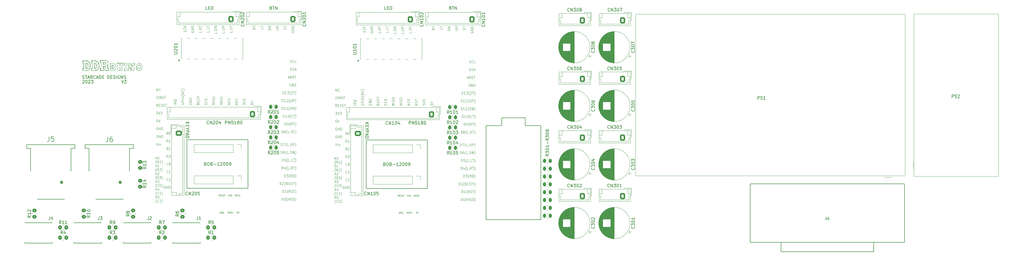
<source format=gto>
G04 #@! TF.GenerationSoftware,KiCad,Pcbnew,(6.0.1)*
G04 #@! TF.CreationDate,2023-01-17T23:28:05-08:00*
G04 #@! TF.ProjectId,DDRduino2,44445264-7569-46e6-9f32-2e6b69636164,rev?*
G04 #@! TF.SameCoordinates,Original*
G04 #@! TF.FileFunction,Legend,Top*
G04 #@! TF.FilePolarity,Positive*
%FSLAX46Y46*%
G04 Gerber Fmt 4.6, Leading zero omitted, Abs format (unit mm)*
G04 Created by KiCad (PCBNEW (6.0.1)) date 2023-01-17 23:28:05*
%MOMM*%
%LPD*%
G01*
G04 APERTURE LIST*
G04 Aperture macros list*
%AMRoundRect*
0 Rectangle with rounded corners*
0 $1 Rounding radius*
0 $2 $3 $4 $5 $6 $7 $8 $9 X,Y pos of 4 corners*
0 Add a 4 corners polygon primitive as box body*
4,1,4,$2,$3,$4,$5,$6,$7,$8,$9,$2,$3,0*
0 Add four circle primitives for the rounded corners*
1,1,$1+$1,$2,$3*
1,1,$1+$1,$4,$5*
1,1,$1+$1,$6,$7*
1,1,$1+$1,$8,$9*
0 Add four rect primitives between the rounded corners*
20,1,$1+$1,$2,$3,$4,$5,0*
20,1,$1+$1,$4,$5,$6,$7,0*
20,1,$1+$1,$6,$7,$8,$9,0*
20,1,$1+$1,$8,$9,$2,$3,0*%
G04 Aperture macros list end*
%ADD10C,0.150000*%
%ADD11C,0.100000*%
%ADD12C,0.127000*%
%ADD13C,0.120000*%
%ADD14C,0.200000*%
%ADD15C,0.400000*%
%ADD16C,1.600000*%
%ADD17R,1.600000X1.600000*%
%ADD18C,2.700000*%
%ADD19C,4.516000*%
%ADD20RoundRect,0.250000X0.450000X-0.350000X0.450000X0.350000X-0.450000X0.350000X-0.450000X-0.350000X0*%
%ADD21RoundRect,0.250000X0.262500X0.450000X-0.262500X0.450000X-0.262500X-0.450000X0.262500X-0.450000X0*%
%ADD22C,0.650000*%
%ADD23O,1.108000X2.216000*%
%ADD24R,1.262126X1.262126*%
%ADD25C,1.262126*%
%ADD26C,4.000000*%
%ADD27C,3.200000*%
%ADD28RoundRect,0.250000X0.600000X0.725000X-0.600000X0.725000X-0.600000X-0.725000X0.600000X-0.725000X0*%
%ADD29O,1.700000X1.950000*%
%ADD30R,2.000000X2.000000*%
%ADD31C,2.000000*%
%ADD32C,4.500000*%
%ADD33R,1.700000X1.700000*%
%ADD34O,1.700000X1.700000*%
%ADD35RoundRect,0.250000X-0.725000X0.600000X-0.725000X-0.600000X0.725000X-0.600000X0.725000X0.600000X0*%
%ADD36O,1.950000X1.700000*%
%ADD37RoundRect,0.250000X-0.350000X-0.450000X0.350000X-0.450000X0.350000X0.450000X-0.350000X0.450000X0*%
%ADD38R,2.500000X2.500000*%
%ADD39C,2.500000*%
%ADD40RoundRect,0.250000X-0.450000X0.350000X-0.450000X-0.350000X0.450000X-0.350000X0.450000X0.350000X0*%
%ADD41R,3.000000X3.000000*%
%ADD42C,3.000000*%
G04 APERTURE END LIST*
D10*
X181081480Y-138146480D02*
X161269480Y-138146480D01*
X161269480Y-138146480D02*
X161269480Y-153894480D01*
X161269480Y-153894480D02*
X181081480Y-153894480D01*
X181081480Y-153894480D02*
X181081480Y-138146480D01*
X122996000Y-138056000D02*
X103184000Y-138056000D01*
X103184000Y-138056000D02*
X103184000Y-153804000D01*
X103184000Y-153804000D02*
X122996000Y-153804000D01*
X122996000Y-153804000D02*
X122996000Y-138056000D01*
X109137619Y-145858571D02*
X109280476Y-145906190D01*
X109328095Y-145953809D01*
X109375714Y-146049047D01*
X109375714Y-146191904D01*
X109328095Y-146287142D01*
X109280476Y-146334761D01*
X109185238Y-146382380D01*
X108804285Y-146382380D01*
X108804285Y-145382380D01*
X109137619Y-145382380D01*
X109232857Y-145430000D01*
X109280476Y-145477619D01*
X109328095Y-145572857D01*
X109328095Y-145668095D01*
X109280476Y-145763333D01*
X109232857Y-145810952D01*
X109137619Y-145858571D01*
X108804285Y-145858571D01*
X109994761Y-145382380D02*
X110185238Y-145382380D01*
X110280476Y-145430000D01*
X110375714Y-145525238D01*
X110423333Y-145715714D01*
X110423333Y-146049047D01*
X110375714Y-146239523D01*
X110280476Y-146334761D01*
X110185238Y-146382380D01*
X109994761Y-146382380D01*
X109899523Y-146334761D01*
X109804285Y-146239523D01*
X109756666Y-146049047D01*
X109756666Y-145715714D01*
X109804285Y-145525238D01*
X109899523Y-145430000D01*
X109994761Y-145382380D01*
X111185238Y-145858571D02*
X111328095Y-145906190D01*
X111375714Y-145953809D01*
X111423333Y-146049047D01*
X111423333Y-146191904D01*
X111375714Y-146287142D01*
X111328095Y-146334761D01*
X111232857Y-146382380D01*
X110851904Y-146382380D01*
X110851904Y-145382380D01*
X111185238Y-145382380D01*
X111280476Y-145430000D01*
X111328095Y-145477619D01*
X111375714Y-145572857D01*
X111375714Y-145668095D01*
X111328095Y-145763333D01*
X111280476Y-145810952D01*
X111185238Y-145858571D01*
X110851904Y-145858571D01*
X111851904Y-146001428D02*
X112613809Y-146001428D01*
X113613809Y-146382380D02*
X113042380Y-146382380D01*
X113328095Y-146382380D02*
X113328095Y-145382380D01*
X113232857Y-145525238D01*
X113137619Y-145620476D01*
X113042380Y-145668095D01*
X113994761Y-145477619D02*
X114042380Y-145430000D01*
X114137619Y-145382380D01*
X114375714Y-145382380D01*
X114470952Y-145430000D01*
X114518571Y-145477619D01*
X114566190Y-145572857D01*
X114566190Y-145668095D01*
X114518571Y-145810952D01*
X113947142Y-146382380D01*
X114566190Y-146382380D01*
X115185238Y-145382380D02*
X115280476Y-145382380D01*
X115375714Y-145430000D01*
X115423333Y-145477619D01*
X115470952Y-145572857D01*
X115518571Y-145763333D01*
X115518571Y-146001428D01*
X115470952Y-146191904D01*
X115423333Y-146287142D01*
X115375714Y-146334761D01*
X115280476Y-146382380D01*
X115185238Y-146382380D01*
X115090000Y-146334761D01*
X115042380Y-146287142D01*
X114994761Y-146191904D01*
X114947142Y-146001428D01*
X114947142Y-145763333D01*
X114994761Y-145572857D01*
X115042380Y-145477619D01*
X115090000Y-145430000D01*
X115185238Y-145382380D01*
X116137619Y-145382380D02*
X116232857Y-145382380D01*
X116328095Y-145430000D01*
X116375714Y-145477619D01*
X116423333Y-145572857D01*
X116470952Y-145763333D01*
X116470952Y-146001428D01*
X116423333Y-146191904D01*
X116375714Y-146287142D01*
X116328095Y-146334761D01*
X116232857Y-146382380D01*
X116137619Y-146382380D01*
X116042380Y-146334761D01*
X115994761Y-146287142D01*
X115947142Y-146191904D01*
X115899523Y-146001428D01*
X115899523Y-145763333D01*
X115947142Y-145572857D01*
X115994761Y-145477619D01*
X116042380Y-145430000D01*
X116137619Y-145382380D01*
X116947142Y-146382380D02*
X117137619Y-146382380D01*
X117232857Y-146334761D01*
X117280476Y-146287142D01*
X117375714Y-146144285D01*
X117423333Y-145953809D01*
X117423333Y-145572857D01*
X117375714Y-145477619D01*
X117328095Y-145430000D01*
X117232857Y-145382380D01*
X117042380Y-145382380D01*
X116947142Y-145430000D01*
X116899523Y-145477619D01*
X116851904Y-145572857D01*
X116851904Y-145810952D01*
X116899523Y-145906190D01*
X116947142Y-145953809D01*
X117042380Y-146001428D01*
X117232857Y-146001428D01*
X117328095Y-145953809D01*
X117375714Y-145906190D01*
X117423333Y-145810952D01*
D11*
X92956904Y-144104281D02*
X93331666Y-144104281D01*
X92881952Y-144329138D02*
X93144285Y-143542138D01*
X93406619Y-144329138D01*
X93818857Y-143542138D02*
X93893809Y-143542138D01*
X93968761Y-143579615D01*
X94006238Y-143617091D01*
X94043714Y-143692043D01*
X94081190Y-143841948D01*
X94081190Y-144029329D01*
X94043714Y-144179234D01*
X94006238Y-144254186D01*
X93968761Y-144291662D01*
X93893809Y-144329138D01*
X93818857Y-144329138D01*
X93743904Y-144291662D01*
X93706428Y-144254186D01*
X93668952Y-144179234D01*
X93631476Y-144029329D01*
X93631476Y-143841948D01*
X93668952Y-143692043D01*
X93706428Y-143617091D01*
X93743904Y-143579615D01*
X93818857Y-143542138D01*
X93219238Y-145896018D02*
X93181761Y-145858542D01*
X93106809Y-145746113D01*
X93069333Y-145671161D01*
X93031857Y-145558732D01*
X92994380Y-145371351D01*
X92994380Y-145221446D01*
X93031857Y-145034065D01*
X93069333Y-144921637D01*
X93106809Y-144846685D01*
X93181761Y-144734256D01*
X93219238Y-144696780D01*
X93968761Y-145596208D02*
X93706428Y-145221446D01*
X93519047Y-145596208D02*
X93519047Y-144809208D01*
X93818857Y-144809208D01*
X93893809Y-144846685D01*
X93931285Y-144884161D01*
X93968761Y-144959113D01*
X93968761Y-145071542D01*
X93931285Y-145146494D01*
X93893809Y-145183970D01*
X93818857Y-145221446D01*
X93519047Y-145221446D01*
X94718285Y-145596208D02*
X94268571Y-145596208D01*
X94493428Y-145596208D02*
X94493428Y-144809208D01*
X94418476Y-144921637D01*
X94343523Y-144996589D01*
X94268571Y-145034065D01*
X94980619Y-145896018D02*
X95018095Y-145858542D01*
X95093047Y-145746113D01*
X95130523Y-145671161D01*
X95168000Y-145558732D01*
X95205476Y-145371351D01*
X95205476Y-145221446D01*
X95168000Y-145034065D01*
X95130523Y-144921637D01*
X95093047Y-144846685D01*
X95018095Y-144734256D01*
X94980619Y-144696780D01*
X92956904Y-146638421D02*
X93331666Y-146638421D01*
X92881952Y-146863278D02*
X93144285Y-146076278D01*
X93406619Y-146863278D01*
X94081190Y-146863278D02*
X93631476Y-146863278D01*
X93856333Y-146863278D02*
X93856333Y-146076278D01*
X93781380Y-146188707D01*
X93706428Y-146263659D01*
X93631476Y-146301135D01*
X93219238Y-148430158D02*
X93181761Y-148392682D01*
X93106809Y-148280253D01*
X93069333Y-148205301D01*
X93031857Y-148092872D01*
X92994380Y-147905491D01*
X92994380Y-147755586D01*
X93031857Y-147568205D01*
X93069333Y-147455777D01*
X93106809Y-147380825D01*
X93181761Y-147268396D01*
X93219238Y-147230920D01*
X93968761Y-148130348D02*
X93706428Y-147755586D01*
X93519047Y-148130348D02*
X93519047Y-147343348D01*
X93818857Y-147343348D01*
X93893809Y-147380825D01*
X93931285Y-147418301D01*
X93968761Y-147493253D01*
X93968761Y-147605682D01*
X93931285Y-147680634D01*
X93893809Y-147718110D01*
X93818857Y-147755586D01*
X93519047Y-147755586D01*
X94268571Y-147418301D02*
X94306047Y-147380825D01*
X94381000Y-147343348D01*
X94568380Y-147343348D01*
X94643333Y-147380825D01*
X94680809Y-147418301D01*
X94718285Y-147493253D01*
X94718285Y-147568205D01*
X94680809Y-147680634D01*
X94231095Y-148130348D01*
X94718285Y-148130348D01*
X94980619Y-148430158D02*
X95018095Y-148392682D01*
X95093047Y-148280253D01*
X95130523Y-148205301D01*
X95168000Y-148092872D01*
X95205476Y-147905491D01*
X95205476Y-147755586D01*
X95168000Y-147568205D01*
X95130523Y-147455777D01*
X95093047Y-147380825D01*
X95018095Y-147268396D01*
X94980619Y-147230920D01*
X92956904Y-149172561D02*
X93331666Y-149172561D01*
X92881952Y-149397418D02*
X93144285Y-148610418D01*
X93406619Y-149397418D01*
X93631476Y-148685371D02*
X93668952Y-148647895D01*
X93743904Y-148610418D01*
X93931285Y-148610418D01*
X94006238Y-148647895D01*
X94043714Y-148685371D01*
X94081190Y-148760323D01*
X94081190Y-148835275D01*
X94043714Y-148947704D01*
X93594000Y-149397418D01*
X94081190Y-149397418D01*
X93219238Y-150964298D02*
X93181761Y-150926822D01*
X93106809Y-150814393D01*
X93069333Y-150739441D01*
X93031857Y-150627012D01*
X92994380Y-150439631D01*
X92994380Y-150289726D01*
X93031857Y-150102345D01*
X93069333Y-149989917D01*
X93106809Y-149914965D01*
X93181761Y-149802536D01*
X93219238Y-149765060D01*
X93968761Y-150664488D02*
X93706428Y-150289726D01*
X93519047Y-150664488D02*
X93519047Y-149877488D01*
X93818857Y-149877488D01*
X93893809Y-149914965D01*
X93931285Y-149952441D01*
X93968761Y-150027393D01*
X93968761Y-150139822D01*
X93931285Y-150214774D01*
X93893809Y-150252250D01*
X93818857Y-150289726D01*
X93519047Y-150289726D01*
X94231095Y-149877488D02*
X94718285Y-149877488D01*
X94455952Y-150177298D01*
X94568380Y-150177298D01*
X94643333Y-150214774D01*
X94680809Y-150252250D01*
X94718285Y-150327203D01*
X94718285Y-150514584D01*
X94680809Y-150589536D01*
X94643333Y-150627012D01*
X94568380Y-150664488D01*
X94343523Y-150664488D01*
X94268571Y-150627012D01*
X94231095Y-150589536D01*
X94980619Y-150964298D02*
X95018095Y-150926822D01*
X95093047Y-150814393D01*
X95130523Y-150739441D01*
X95168000Y-150627012D01*
X95205476Y-150439631D01*
X95205476Y-150289726D01*
X95168000Y-150102345D01*
X95130523Y-149989917D01*
X95093047Y-149914965D01*
X95018095Y-149802536D01*
X94980619Y-149765060D01*
X92956904Y-151706701D02*
X93331666Y-151706701D01*
X92881952Y-151931558D02*
X93144285Y-151144558D01*
X93406619Y-151931558D01*
X93594000Y-151144558D02*
X94081190Y-151144558D01*
X93818857Y-151444368D01*
X93931285Y-151444368D01*
X94006238Y-151481844D01*
X94043714Y-151519320D01*
X94081190Y-151594273D01*
X94081190Y-151781654D01*
X94043714Y-151856606D01*
X94006238Y-151894082D01*
X93931285Y-151931558D01*
X93706428Y-151931558D01*
X93631476Y-151894082D01*
X93594000Y-151856606D01*
X93219238Y-153498438D02*
X93181761Y-153460962D01*
X93106809Y-153348533D01*
X93069333Y-153273581D01*
X93031857Y-153161152D01*
X92994380Y-152973771D01*
X92994380Y-152823866D01*
X93031857Y-152636485D01*
X93069333Y-152524057D01*
X93106809Y-152449105D01*
X93181761Y-152336676D01*
X93219238Y-152299200D01*
X93968761Y-153123676D02*
X93931285Y-153161152D01*
X93818857Y-153198628D01*
X93743904Y-153198628D01*
X93631476Y-153161152D01*
X93556523Y-153086200D01*
X93519047Y-153011247D01*
X93481571Y-152861343D01*
X93481571Y-152748914D01*
X93519047Y-152599009D01*
X93556523Y-152524057D01*
X93631476Y-152449105D01*
X93743904Y-152411628D01*
X93818857Y-152411628D01*
X93931285Y-152449105D01*
X93968761Y-152486581D01*
X94455952Y-152411628D02*
X94530904Y-152411628D01*
X94605857Y-152449105D01*
X94643333Y-152486581D01*
X94680809Y-152561533D01*
X94718285Y-152711438D01*
X94718285Y-152898819D01*
X94680809Y-153048724D01*
X94643333Y-153123676D01*
X94605857Y-153161152D01*
X94530904Y-153198628D01*
X94455952Y-153198628D01*
X94381000Y-153161152D01*
X94343523Y-153123676D01*
X94306047Y-153048724D01*
X94268571Y-152898819D01*
X94268571Y-152711438D01*
X94306047Y-152561533D01*
X94343523Y-152486581D01*
X94381000Y-152449105D01*
X94455952Y-152411628D01*
X94980619Y-153498438D02*
X95018095Y-153460962D01*
X95093047Y-153348533D01*
X95130523Y-153273581D01*
X95168000Y-153161152D01*
X95205476Y-152973771D01*
X95205476Y-152823866D01*
X95168000Y-152636485D01*
X95130523Y-152524057D01*
X95093047Y-152449105D01*
X95018095Y-152336676D01*
X94980619Y-152299200D01*
X92956904Y-154240841D02*
X93331666Y-154240841D01*
X92881952Y-154465698D02*
X93144285Y-153678698D01*
X93406619Y-154465698D01*
X94006238Y-153941032D02*
X94006238Y-154465698D01*
X93818857Y-153641222D02*
X93631476Y-154203365D01*
X94118666Y-154203365D01*
X93219238Y-156032578D02*
X93181761Y-155995102D01*
X93106809Y-155882673D01*
X93069333Y-155807721D01*
X93031857Y-155695292D01*
X92994380Y-155507911D01*
X92994380Y-155358006D01*
X93031857Y-155170625D01*
X93069333Y-155058197D01*
X93106809Y-154983245D01*
X93181761Y-154870816D01*
X93219238Y-154833340D01*
X93968761Y-155657816D02*
X93931285Y-155695292D01*
X93818857Y-155732768D01*
X93743904Y-155732768D01*
X93631476Y-155695292D01*
X93556523Y-155620340D01*
X93519047Y-155545387D01*
X93481571Y-155395483D01*
X93481571Y-155283054D01*
X93519047Y-155133149D01*
X93556523Y-155058197D01*
X93631476Y-154983245D01*
X93743904Y-154945768D01*
X93818857Y-154945768D01*
X93931285Y-154983245D01*
X93968761Y-155020721D01*
X94718285Y-155732768D02*
X94268571Y-155732768D01*
X94493428Y-155732768D02*
X94493428Y-154945768D01*
X94418476Y-155058197D01*
X94343523Y-155133149D01*
X94268571Y-155170625D01*
X94980619Y-156032578D02*
X95018095Y-155995102D01*
X95093047Y-155882673D01*
X95130523Y-155807721D01*
X95168000Y-155695292D01*
X95205476Y-155507911D01*
X95205476Y-155358006D01*
X95168000Y-155170625D01*
X95130523Y-155058197D01*
X95093047Y-154983245D01*
X95018095Y-154870816D01*
X94980619Y-154833340D01*
X92956904Y-156774981D02*
X93331666Y-156774981D01*
X92881952Y-156999838D02*
X93144285Y-156212838D01*
X93406619Y-156999838D01*
X94043714Y-156212838D02*
X93668952Y-156212838D01*
X93631476Y-156587600D01*
X93668952Y-156550124D01*
X93743904Y-156512648D01*
X93931285Y-156512648D01*
X94006238Y-156550124D01*
X94043714Y-156587600D01*
X94081190Y-156662553D01*
X94081190Y-156849934D01*
X94043714Y-156924886D01*
X94006238Y-156962362D01*
X93931285Y-156999838D01*
X93743904Y-156999838D01*
X93668952Y-156962362D01*
X93631476Y-156924886D01*
X93219238Y-158566718D02*
X93181761Y-158529242D01*
X93106809Y-158416813D01*
X93069333Y-158341861D01*
X93031857Y-158229432D01*
X92994380Y-158042051D01*
X92994380Y-157892146D01*
X93031857Y-157704765D01*
X93069333Y-157592337D01*
X93106809Y-157517385D01*
X93181761Y-157404956D01*
X93219238Y-157367480D01*
X93968761Y-158191956D02*
X93931285Y-158229432D01*
X93818857Y-158266908D01*
X93743904Y-158266908D01*
X93631476Y-158229432D01*
X93556523Y-158154480D01*
X93519047Y-158079527D01*
X93481571Y-157929623D01*
X93481571Y-157817194D01*
X93519047Y-157667289D01*
X93556523Y-157592337D01*
X93631476Y-157517385D01*
X93743904Y-157479908D01*
X93818857Y-157479908D01*
X93931285Y-157517385D01*
X93968761Y-157554861D01*
X94268571Y-157554861D02*
X94306047Y-157517385D01*
X94381000Y-157479908D01*
X94568380Y-157479908D01*
X94643333Y-157517385D01*
X94680809Y-157554861D01*
X94718285Y-157629813D01*
X94718285Y-157704765D01*
X94680809Y-157817194D01*
X94231095Y-158266908D01*
X94718285Y-158266908D01*
X94980619Y-158566718D02*
X95018095Y-158529242D01*
X95093047Y-158416813D01*
X95130523Y-158341861D01*
X95168000Y-158229432D01*
X95205476Y-158042051D01*
X95205476Y-157892146D01*
X95168000Y-157704765D01*
X95130523Y-157592337D01*
X95093047Y-157517385D01*
X95018095Y-157404956D01*
X94980619Y-157367480D01*
X136655285Y-113000917D02*
X136767714Y-113038393D01*
X136955095Y-113038393D01*
X137030047Y-113000917D01*
X137067523Y-112963441D01*
X137105000Y-112888489D01*
X137105000Y-112813536D01*
X137067523Y-112738584D01*
X137030047Y-112701108D01*
X136955095Y-112663631D01*
X136805190Y-112626155D01*
X136730238Y-112588679D01*
X136692761Y-112551203D01*
X136655285Y-112476250D01*
X136655285Y-112401298D01*
X136692761Y-112326346D01*
X136730238Y-112288870D01*
X136805190Y-112251393D01*
X136992571Y-112251393D01*
X137105000Y-112288870D01*
X137892000Y-112963441D02*
X137854523Y-113000917D01*
X137742095Y-113038393D01*
X137667142Y-113038393D01*
X137554714Y-113000917D01*
X137479761Y-112925965D01*
X137442285Y-112851012D01*
X137404809Y-112701108D01*
X137404809Y-112588679D01*
X137442285Y-112438774D01*
X137479761Y-112363822D01*
X137554714Y-112288870D01*
X137667142Y-112251393D01*
X137742095Y-112251393D01*
X137854523Y-112288870D01*
X137892000Y-112326346D01*
X138604047Y-113038393D02*
X138229285Y-113038393D01*
X138229285Y-112251393D01*
X136617809Y-115535057D02*
X136730238Y-115572533D01*
X136917619Y-115572533D01*
X136992571Y-115535057D01*
X137030047Y-115497581D01*
X137067523Y-115422629D01*
X137067523Y-115347676D01*
X137030047Y-115272724D01*
X136992571Y-115235248D01*
X136917619Y-115197771D01*
X136767714Y-115160295D01*
X136692761Y-115122819D01*
X136655285Y-115085343D01*
X136617809Y-115010390D01*
X136617809Y-114935438D01*
X136655285Y-114860486D01*
X136692761Y-114823010D01*
X136767714Y-114785533D01*
X136955095Y-114785533D01*
X137067523Y-114823010D01*
X137404809Y-115572533D02*
X137404809Y-114785533D01*
X137592190Y-114785533D01*
X137704619Y-114823010D01*
X137779571Y-114897962D01*
X137817047Y-114972914D01*
X137854523Y-115122819D01*
X137854523Y-115235248D01*
X137817047Y-115385152D01*
X137779571Y-115460105D01*
X137704619Y-115535057D01*
X137592190Y-115572533D01*
X137404809Y-115572533D01*
X138154333Y-115347676D02*
X138529095Y-115347676D01*
X138079380Y-115572533D02*
X138341714Y-114785533D01*
X138604047Y-115572533D01*
X135980714Y-117881816D02*
X136355476Y-117881816D01*
X135905761Y-118106673D02*
X136168095Y-117319673D01*
X136430428Y-118106673D01*
X137142476Y-118106673D02*
X136880142Y-117731911D01*
X136692761Y-118106673D02*
X136692761Y-117319673D01*
X136992571Y-117319673D01*
X137067523Y-117357150D01*
X137105000Y-117394626D01*
X137142476Y-117469578D01*
X137142476Y-117582007D01*
X137105000Y-117656959D01*
X137067523Y-117694435D01*
X136992571Y-117731911D01*
X136692761Y-117731911D01*
X137479761Y-117694435D02*
X137742095Y-117694435D01*
X137854523Y-118106673D02*
X137479761Y-118106673D01*
X137479761Y-117319673D01*
X137854523Y-117319673D01*
X138454142Y-117694435D02*
X138191809Y-117694435D01*
X138191809Y-118106673D02*
X138191809Y-117319673D01*
X138566571Y-117319673D01*
X136880142Y-119891290D02*
X136805190Y-119853813D01*
X136692761Y-119853813D01*
X136580333Y-119891290D01*
X136505380Y-119966242D01*
X136467904Y-120041194D01*
X136430428Y-120191099D01*
X136430428Y-120303528D01*
X136467904Y-120453432D01*
X136505380Y-120528385D01*
X136580333Y-120603337D01*
X136692761Y-120640813D01*
X136767714Y-120640813D01*
X136880142Y-120603337D01*
X136917619Y-120565861D01*
X136917619Y-120303528D01*
X136767714Y-120303528D01*
X137254904Y-120640813D02*
X137254904Y-119853813D01*
X137704619Y-120640813D01*
X137704619Y-119853813D01*
X138079380Y-120640813D02*
X138079380Y-119853813D01*
X138266761Y-119853813D01*
X138379190Y-119891290D01*
X138454142Y-119966242D01*
X138491619Y-120041194D01*
X138529095Y-120191099D01*
X138529095Y-120303528D01*
X138491619Y-120453432D01*
X138454142Y-120528385D01*
X138379190Y-120603337D01*
X138266761Y-120640813D01*
X138079380Y-120640813D01*
X134181857Y-123174953D02*
X134181857Y-122387953D01*
X134369238Y-122387953D01*
X134481666Y-122425430D01*
X134556619Y-122500382D01*
X134594095Y-122575334D01*
X134631571Y-122725239D01*
X134631571Y-122837668D01*
X134594095Y-122987572D01*
X134556619Y-123062525D01*
X134481666Y-123137477D01*
X134369238Y-123174953D01*
X134181857Y-123174953D01*
X135381095Y-123174953D02*
X134931380Y-123174953D01*
X135156238Y-123174953D02*
X135156238Y-122387953D01*
X135081285Y-122500382D01*
X135006333Y-122575334D01*
X134931380Y-122612810D01*
X135643428Y-122387953D02*
X136130619Y-122387953D01*
X135868285Y-122687763D01*
X135980714Y-122687763D01*
X136055666Y-122725239D01*
X136093142Y-122762715D01*
X136130619Y-122837668D01*
X136130619Y-123025049D01*
X136093142Y-123100001D01*
X136055666Y-123137477D01*
X135980714Y-123174953D01*
X135755857Y-123174953D01*
X135680904Y-123137477D01*
X135643428Y-123100001D01*
X136692761Y-123474763D02*
X136655285Y-123437287D01*
X136580333Y-123324858D01*
X136542857Y-123249906D01*
X136505380Y-123137477D01*
X136467904Y-122950096D01*
X136467904Y-122800191D01*
X136505380Y-122612810D01*
X136542857Y-122500382D01*
X136580333Y-122425430D01*
X136655285Y-122313001D01*
X136692761Y-122275525D01*
X136955095Y-123137477D02*
X137067523Y-123174953D01*
X137254904Y-123174953D01*
X137329857Y-123137477D01*
X137367333Y-123100001D01*
X137404809Y-123025049D01*
X137404809Y-122950096D01*
X137367333Y-122875144D01*
X137329857Y-122837668D01*
X137254904Y-122800191D01*
X137105000Y-122762715D01*
X137030047Y-122725239D01*
X136992571Y-122687763D01*
X136955095Y-122612810D01*
X136955095Y-122537858D01*
X136992571Y-122462906D01*
X137030047Y-122425430D01*
X137105000Y-122387953D01*
X137292380Y-122387953D01*
X137404809Y-122425430D01*
X137629666Y-122387953D02*
X138079380Y-122387953D01*
X137854523Y-123174953D02*
X137854523Y-122387953D01*
X138266761Y-123474763D02*
X138304238Y-123437287D01*
X138379190Y-123324858D01*
X138416666Y-123249906D01*
X138454142Y-123137477D01*
X138491619Y-122950096D01*
X138491619Y-122800191D01*
X138454142Y-122612810D01*
X138416666Y-122500382D01*
X138379190Y-122425430D01*
X138304238Y-122313001D01*
X138266761Y-122275525D01*
X133919523Y-125709093D02*
X133919523Y-124922093D01*
X134106904Y-124922093D01*
X134219333Y-124959570D01*
X134294285Y-125034522D01*
X134331761Y-125109474D01*
X134369238Y-125259379D01*
X134369238Y-125371808D01*
X134331761Y-125521712D01*
X134294285Y-125596665D01*
X134219333Y-125671617D01*
X134106904Y-125709093D01*
X133919523Y-125709093D01*
X135118761Y-125709093D02*
X134669047Y-125709093D01*
X134893904Y-125709093D02*
X134893904Y-124922093D01*
X134818952Y-125034522D01*
X134744000Y-125109474D01*
X134669047Y-125146950D01*
X135418571Y-124997046D02*
X135456047Y-124959570D01*
X135531000Y-124922093D01*
X135718380Y-124922093D01*
X135793333Y-124959570D01*
X135830809Y-124997046D01*
X135868285Y-125071998D01*
X135868285Y-125146950D01*
X135830809Y-125259379D01*
X135381095Y-125709093D01*
X135868285Y-125709093D01*
X136430428Y-126008903D02*
X136392952Y-125971427D01*
X136318000Y-125858998D01*
X136280523Y-125784046D01*
X136243047Y-125671617D01*
X136205571Y-125484236D01*
X136205571Y-125334331D01*
X136243047Y-125146950D01*
X136280523Y-125034522D01*
X136318000Y-124959570D01*
X136392952Y-124847141D01*
X136430428Y-124809665D01*
X136730238Y-124922093D02*
X136730238Y-125559189D01*
X136767714Y-125634141D01*
X136805190Y-125671617D01*
X136880142Y-125709093D01*
X137030047Y-125709093D01*
X137105000Y-125671617D01*
X137142476Y-125634141D01*
X137179952Y-125559189D01*
X137179952Y-124922093D01*
X137554714Y-125709093D02*
X137554714Y-124922093D01*
X137854523Y-124922093D01*
X137929476Y-124959570D01*
X137966952Y-124997046D01*
X138004428Y-125071998D01*
X138004428Y-125184427D01*
X137966952Y-125259379D01*
X137929476Y-125296855D01*
X137854523Y-125334331D01*
X137554714Y-125334331D01*
X138266761Y-126008903D02*
X138304238Y-125971427D01*
X138379190Y-125858998D01*
X138416666Y-125784046D01*
X138454142Y-125671617D01*
X138491619Y-125484236D01*
X138491619Y-125334331D01*
X138454142Y-125146950D01*
X138416666Y-125034522D01*
X138379190Y-124959570D01*
X138304238Y-124847141D01*
X138266761Y-124809665D01*
X133919523Y-128243233D02*
X133919523Y-127456233D01*
X134106904Y-127456233D01*
X134219333Y-127493710D01*
X134294285Y-127568662D01*
X134331761Y-127643614D01*
X134369238Y-127793519D01*
X134369238Y-127905948D01*
X134331761Y-128055852D01*
X134294285Y-128130805D01*
X134219333Y-128205757D01*
X134106904Y-128243233D01*
X133919523Y-128243233D01*
X135118761Y-128243233D02*
X134669047Y-128243233D01*
X134893904Y-128243233D02*
X134893904Y-127456233D01*
X134818952Y-127568662D01*
X134744000Y-127643614D01*
X134669047Y-127681090D01*
X135868285Y-128243233D02*
X135418571Y-128243233D01*
X135643428Y-128243233D02*
X135643428Y-127456233D01*
X135568476Y-127568662D01*
X135493523Y-127643614D01*
X135418571Y-127681090D01*
X136430428Y-128543043D02*
X136392952Y-128505567D01*
X136318000Y-128393138D01*
X136280523Y-128318186D01*
X136243047Y-128205757D01*
X136205571Y-128018376D01*
X136205571Y-127868471D01*
X136243047Y-127681090D01*
X136280523Y-127568662D01*
X136318000Y-127493710D01*
X136392952Y-127381281D01*
X136430428Y-127343805D01*
X136730238Y-128243233D02*
X136730238Y-127456233D01*
X136917619Y-127456233D01*
X137030047Y-127493710D01*
X137105000Y-127568662D01*
X137142476Y-127643614D01*
X137179952Y-127793519D01*
X137179952Y-127905948D01*
X137142476Y-128055852D01*
X137105000Y-128130805D01*
X137030047Y-128205757D01*
X136917619Y-128243233D01*
X136730238Y-128243233D01*
X137517238Y-128243233D02*
X137517238Y-127456233D01*
X137966952Y-128243233D01*
X137966952Y-127456233D01*
X138266761Y-128543043D02*
X138304238Y-128505567D01*
X138379190Y-128393138D01*
X138416666Y-128318186D01*
X138454142Y-128205757D01*
X138491619Y-128018376D01*
X138491619Y-127868471D01*
X138454142Y-127681090D01*
X138416666Y-127568662D01*
X138379190Y-127493710D01*
X138304238Y-127381281D01*
X138266761Y-127343805D01*
X134294285Y-130777373D02*
X134294285Y-129990373D01*
X134481666Y-129990373D01*
X134594095Y-130027850D01*
X134669047Y-130102802D01*
X134706523Y-130177754D01*
X134744000Y-130327659D01*
X134744000Y-130440088D01*
X134706523Y-130589992D01*
X134669047Y-130664945D01*
X134594095Y-130739897D01*
X134481666Y-130777373D01*
X134294285Y-130777373D01*
X135493523Y-130777373D02*
X135043809Y-130777373D01*
X135268666Y-130777373D02*
X135268666Y-129990373D01*
X135193714Y-130102802D01*
X135118761Y-130177754D01*
X135043809Y-130215230D01*
X135980714Y-129990373D02*
X136055666Y-129990373D01*
X136130619Y-130027850D01*
X136168095Y-130065326D01*
X136205571Y-130140278D01*
X136243047Y-130290183D01*
X136243047Y-130477564D01*
X136205571Y-130627469D01*
X136168095Y-130702421D01*
X136130619Y-130739897D01*
X136055666Y-130777373D01*
X135980714Y-130777373D01*
X135905761Y-130739897D01*
X135868285Y-130702421D01*
X135830809Y-130627469D01*
X135793333Y-130477564D01*
X135793333Y-130290183D01*
X135830809Y-130140278D01*
X135868285Y-130065326D01*
X135905761Y-130027850D01*
X135980714Y-129990373D01*
X136805190Y-131077183D02*
X136767714Y-131039707D01*
X136692761Y-130927278D01*
X136655285Y-130852326D01*
X136617809Y-130739897D01*
X136580333Y-130552516D01*
X136580333Y-130402611D01*
X136617809Y-130215230D01*
X136655285Y-130102802D01*
X136692761Y-130027850D01*
X136767714Y-129915421D01*
X136805190Y-129877945D01*
X137479761Y-130777373D02*
X137105000Y-130777373D01*
X137105000Y-129990373D01*
X137629666Y-129990373D02*
X138079380Y-129990373D01*
X137854523Y-130777373D02*
X137854523Y-129990373D01*
X138266761Y-131077183D02*
X138304238Y-131039707D01*
X138379190Y-130927278D01*
X138416666Y-130852326D01*
X138454142Y-130739897D01*
X138491619Y-130552516D01*
X138491619Y-130402611D01*
X138454142Y-130215230D01*
X138416666Y-130102802D01*
X138379190Y-130027850D01*
X138304238Y-129915421D01*
X138266761Y-129877945D01*
X134893904Y-133311513D02*
X134893904Y-132524513D01*
X135081285Y-132524513D01*
X135193714Y-132561990D01*
X135268666Y-132636942D01*
X135306142Y-132711894D01*
X135343619Y-132861799D01*
X135343619Y-132974228D01*
X135306142Y-133124132D01*
X135268666Y-133199085D01*
X135193714Y-133274037D01*
X135081285Y-133311513D01*
X134893904Y-133311513D01*
X135718380Y-133311513D02*
X135868285Y-133311513D01*
X135943238Y-133274037D01*
X135980714Y-133236561D01*
X136055666Y-133124132D01*
X136093142Y-132974228D01*
X136093142Y-132674418D01*
X136055666Y-132599466D01*
X136018190Y-132561990D01*
X135943238Y-132524513D01*
X135793333Y-132524513D01*
X135718380Y-132561990D01*
X135680904Y-132599466D01*
X135643428Y-132674418D01*
X135643428Y-132861799D01*
X135680904Y-132936751D01*
X135718380Y-132974228D01*
X135793333Y-133011704D01*
X135943238Y-133011704D01*
X136018190Y-132974228D01*
X136055666Y-132936751D01*
X136093142Y-132861799D01*
X136655285Y-133611323D02*
X136617809Y-133573847D01*
X136542857Y-133461418D01*
X136505380Y-133386466D01*
X136467904Y-133274037D01*
X136430428Y-133086656D01*
X136430428Y-132936751D01*
X136467904Y-132749370D01*
X136505380Y-132636942D01*
X136542857Y-132561990D01*
X136617809Y-132449561D01*
X136655285Y-132412085D01*
X137404809Y-133311513D02*
X137142476Y-132936751D01*
X136955095Y-133311513D02*
X136955095Y-132524513D01*
X137254904Y-132524513D01*
X137329857Y-132561990D01*
X137367333Y-132599466D01*
X137404809Y-132674418D01*
X137404809Y-132786847D01*
X137367333Y-132861799D01*
X137329857Y-132899275D01*
X137254904Y-132936751D01*
X136955095Y-132936751D01*
X137629666Y-132524513D02*
X138079380Y-132524513D01*
X137854523Y-133311513D02*
X137854523Y-132524513D01*
X138266761Y-133611323D02*
X138304238Y-133573847D01*
X138379190Y-133461418D01*
X138416666Y-133386466D01*
X138454142Y-133274037D01*
X138491619Y-133086656D01*
X138491619Y-132936751D01*
X138454142Y-132749370D01*
X138416666Y-132636942D01*
X138379190Y-132561990D01*
X138304238Y-132449561D01*
X138266761Y-132412085D01*
X133919523Y-135845653D02*
X133919523Y-135058653D01*
X134106904Y-135058653D01*
X134219333Y-135096130D01*
X134294285Y-135171082D01*
X134331761Y-135246034D01*
X134369238Y-135395939D01*
X134369238Y-135508368D01*
X134331761Y-135658272D01*
X134294285Y-135733225D01*
X134219333Y-135808177D01*
X134106904Y-135845653D01*
X133919523Y-135845653D01*
X134818952Y-135395939D02*
X134744000Y-135358463D01*
X134706523Y-135320987D01*
X134669047Y-135246034D01*
X134669047Y-135208558D01*
X134706523Y-135133606D01*
X134744000Y-135096130D01*
X134818952Y-135058653D01*
X134968857Y-135058653D01*
X135043809Y-135096130D01*
X135081285Y-135133606D01*
X135118761Y-135208558D01*
X135118761Y-135246034D01*
X135081285Y-135320987D01*
X135043809Y-135358463D01*
X134968857Y-135395939D01*
X134818952Y-135395939D01*
X134744000Y-135433415D01*
X134706523Y-135470891D01*
X134669047Y-135545844D01*
X134669047Y-135695749D01*
X134706523Y-135770701D01*
X134744000Y-135808177D01*
X134818952Y-135845653D01*
X134968857Y-135845653D01*
X135043809Y-135808177D01*
X135081285Y-135770701D01*
X135118761Y-135695749D01*
X135118761Y-135545844D01*
X135081285Y-135470891D01*
X135043809Y-135433415D01*
X134968857Y-135395939D01*
X135680904Y-136145463D02*
X135643428Y-136107987D01*
X135568476Y-135995558D01*
X135531000Y-135920606D01*
X135493523Y-135808177D01*
X135456047Y-135620796D01*
X135456047Y-135470891D01*
X135493523Y-135283510D01*
X135531000Y-135171082D01*
X135568476Y-135096130D01*
X135643428Y-134983701D01*
X135680904Y-134946225D01*
X136355476Y-135845653D02*
X135980714Y-135845653D01*
X135980714Y-135058653D01*
X136617809Y-135770701D02*
X136655285Y-135808177D01*
X136617809Y-135845653D01*
X136580333Y-135808177D01*
X136617809Y-135770701D01*
X136617809Y-135845653D01*
X136955095Y-135808177D02*
X137067523Y-135845653D01*
X137254904Y-135845653D01*
X137329857Y-135808177D01*
X137367333Y-135770701D01*
X137404809Y-135695749D01*
X137404809Y-135620796D01*
X137367333Y-135545844D01*
X137329857Y-135508368D01*
X137254904Y-135470891D01*
X137105000Y-135433415D01*
X137030047Y-135395939D01*
X136992571Y-135358463D01*
X136955095Y-135283510D01*
X136955095Y-135208558D01*
X136992571Y-135133606D01*
X137030047Y-135096130D01*
X137105000Y-135058653D01*
X137292380Y-135058653D01*
X137404809Y-135096130D01*
X137629666Y-135058653D02*
X138079380Y-135058653D01*
X137854523Y-135845653D02*
X137854523Y-135058653D01*
X138266761Y-136145463D02*
X138304238Y-136107987D01*
X138379190Y-135995558D01*
X138416666Y-135920606D01*
X138454142Y-135808177D01*
X138491619Y-135620796D01*
X138491619Y-135470891D01*
X138454142Y-135283510D01*
X138416666Y-135171082D01*
X138379190Y-135096130D01*
X138304238Y-134983701D01*
X138266761Y-134946225D01*
X155098194Y-136398825D02*
X154831527Y-136029777D01*
X154641051Y-136398825D02*
X154641051Y-135623825D01*
X154945813Y-135623825D01*
X155022003Y-135660730D01*
X155060099Y-135697634D01*
X155098194Y-135771444D01*
X155098194Y-135882158D01*
X155060099Y-135955968D01*
X155022003Y-135992872D01*
X154945813Y-136029777D01*
X154641051Y-136029777D01*
X155593432Y-135623825D02*
X155669622Y-135623825D01*
X155745813Y-135660730D01*
X155783908Y-135697634D01*
X155822003Y-135771444D01*
X155860099Y-135919063D01*
X155860099Y-136103587D01*
X155822003Y-136251206D01*
X155783908Y-136325015D01*
X155745813Y-136361920D01*
X155669622Y-136398825D01*
X155593432Y-136398825D01*
X155517241Y-136361920D01*
X155479146Y-136325015D01*
X155441051Y-136251206D01*
X155402956Y-136103587D01*
X155402956Y-135919063D01*
X155441051Y-135771444D01*
X155479146Y-135697634D01*
X155517241Y-135660730D01*
X155593432Y-135623825D01*
X155098194Y-138894325D02*
X154831527Y-138525277D01*
X154641051Y-138894325D02*
X154641051Y-138119325D01*
X154945813Y-138119325D01*
X155022003Y-138156230D01*
X155060099Y-138193134D01*
X155098194Y-138266944D01*
X155098194Y-138377658D01*
X155060099Y-138451468D01*
X155022003Y-138488372D01*
X154945813Y-138525277D01*
X154641051Y-138525277D01*
X155860099Y-138894325D02*
X155402956Y-138894325D01*
X155631527Y-138894325D02*
X155631527Y-138119325D01*
X155555337Y-138230039D01*
X155479146Y-138303849D01*
X155402956Y-138340753D01*
X155098194Y-141389825D02*
X154831527Y-141020777D01*
X154641051Y-141389825D02*
X154641051Y-140614825D01*
X154945813Y-140614825D01*
X155022003Y-140651730D01*
X155060099Y-140688634D01*
X155098194Y-140762444D01*
X155098194Y-140873158D01*
X155060099Y-140946968D01*
X155022003Y-140983872D01*
X154945813Y-141020777D01*
X154641051Y-141020777D01*
X155402956Y-140688634D02*
X155441051Y-140651730D01*
X155517241Y-140614825D01*
X155707718Y-140614825D01*
X155783908Y-140651730D01*
X155822003Y-140688634D01*
X155860099Y-140762444D01*
X155860099Y-140836253D01*
X155822003Y-140946968D01*
X155364860Y-141389825D01*
X155860099Y-141389825D01*
X155098194Y-143885325D02*
X154831527Y-143516277D01*
X154641051Y-143885325D02*
X154641051Y-143110325D01*
X154945813Y-143110325D01*
X155022003Y-143147230D01*
X155060099Y-143184134D01*
X155098194Y-143257944D01*
X155098194Y-143368658D01*
X155060099Y-143442468D01*
X155022003Y-143479372D01*
X154945813Y-143516277D01*
X154641051Y-143516277D01*
X155364860Y-143110325D02*
X155860099Y-143110325D01*
X155593432Y-143405563D01*
X155707718Y-143405563D01*
X155783908Y-143442468D01*
X155822003Y-143479372D01*
X155860099Y-143553182D01*
X155860099Y-143737706D01*
X155822003Y-143811515D01*
X155783908Y-143848420D01*
X155707718Y-143885325D01*
X155479146Y-143885325D01*
X155402956Y-143848420D01*
X155364860Y-143811515D01*
X155098194Y-146307015D02*
X155060099Y-146343920D01*
X154945813Y-146380825D01*
X154869622Y-146380825D01*
X154755337Y-146343920D01*
X154679146Y-146270110D01*
X154641051Y-146196301D01*
X154602956Y-146048682D01*
X154602956Y-145937968D01*
X154641051Y-145790349D01*
X154679146Y-145716539D01*
X154755337Y-145642730D01*
X154869622Y-145605825D01*
X154945813Y-145605825D01*
X155060099Y-145642730D01*
X155098194Y-145679634D01*
X155593432Y-145605825D02*
X155669622Y-145605825D01*
X155745813Y-145642730D01*
X155783908Y-145679634D01*
X155822003Y-145753444D01*
X155860099Y-145901063D01*
X155860099Y-146085587D01*
X155822003Y-146233206D01*
X155783908Y-146307015D01*
X155745813Y-146343920D01*
X155669622Y-146380825D01*
X155593432Y-146380825D01*
X155517241Y-146343920D01*
X155479146Y-146307015D01*
X155441051Y-146233206D01*
X155402956Y-146085587D01*
X155402956Y-145901063D01*
X155441051Y-145753444D01*
X155479146Y-145679634D01*
X155517241Y-145642730D01*
X155593432Y-145605825D01*
X155098194Y-148802515D02*
X155060099Y-148839420D01*
X154945813Y-148876325D01*
X154869622Y-148876325D01*
X154755337Y-148839420D01*
X154679146Y-148765610D01*
X154641051Y-148691801D01*
X154602956Y-148544182D01*
X154602956Y-148433468D01*
X154641051Y-148285849D01*
X154679146Y-148212039D01*
X154755337Y-148138230D01*
X154869622Y-148101325D01*
X154945813Y-148101325D01*
X155060099Y-148138230D01*
X155098194Y-148175134D01*
X155860099Y-148876325D02*
X155402956Y-148876325D01*
X155631527Y-148876325D02*
X155631527Y-148101325D01*
X155555337Y-148212039D01*
X155479146Y-148285849D01*
X155402956Y-148322753D01*
X155098194Y-151298015D02*
X155060099Y-151334920D01*
X154945813Y-151371825D01*
X154869622Y-151371825D01*
X154755337Y-151334920D01*
X154679146Y-151261110D01*
X154641051Y-151187301D01*
X154602956Y-151039682D01*
X154602956Y-150928968D01*
X154641051Y-150781349D01*
X154679146Y-150707539D01*
X154755337Y-150633730D01*
X154869622Y-150596825D01*
X154945813Y-150596825D01*
X155060099Y-150633730D01*
X155098194Y-150670634D01*
X155402956Y-150670634D02*
X155441051Y-150633730D01*
X155517241Y-150596825D01*
X155707718Y-150596825D01*
X155783908Y-150633730D01*
X155822003Y-150670634D01*
X155860099Y-150744444D01*
X155860099Y-150818253D01*
X155822003Y-150928968D01*
X155364860Y-151371825D01*
X155860099Y-151371825D01*
X154183908Y-153129230D02*
X154107718Y-153092325D01*
X153993432Y-153092325D01*
X153879146Y-153129230D01*
X153802956Y-153203039D01*
X153764860Y-153276849D01*
X153726765Y-153424468D01*
X153726765Y-153535182D01*
X153764860Y-153682801D01*
X153802956Y-153756610D01*
X153879146Y-153830420D01*
X153993432Y-153867325D01*
X154069622Y-153867325D01*
X154183908Y-153830420D01*
X154222003Y-153793515D01*
X154222003Y-153535182D01*
X154069622Y-153535182D01*
X154564860Y-153867325D02*
X154564860Y-153092325D01*
X155022003Y-153867325D01*
X155022003Y-153092325D01*
X155402956Y-153867325D02*
X155402956Y-153092325D01*
X155593432Y-153092325D01*
X155707718Y-153129230D01*
X155783908Y-153203039D01*
X155822003Y-153276849D01*
X155860099Y-153424468D01*
X155860099Y-153535182D01*
X155822003Y-153682801D01*
X155783908Y-153756610D01*
X155707718Y-153830420D01*
X155593432Y-153867325D01*
X155402956Y-153867325D01*
X133657190Y-139956533D02*
X133657190Y-139169533D01*
X133844571Y-139169533D01*
X133957000Y-139207010D01*
X134031952Y-139281962D01*
X134069428Y-139356914D01*
X134106904Y-139506819D01*
X134106904Y-139619248D01*
X134069428Y-139769152D01*
X134031952Y-139844105D01*
X133957000Y-139919057D01*
X133844571Y-139956533D01*
X133657190Y-139956533D01*
X134369238Y-139169533D02*
X134893904Y-139169533D01*
X134556619Y-139956533D01*
X135418571Y-140256343D02*
X135381095Y-140218867D01*
X135306142Y-140106438D01*
X135268666Y-140031486D01*
X135231190Y-139919057D01*
X135193714Y-139731676D01*
X135193714Y-139581771D01*
X135231190Y-139394390D01*
X135268666Y-139281962D01*
X135306142Y-139207010D01*
X135381095Y-139094581D01*
X135418571Y-139057105D01*
X136093142Y-139956533D02*
X135718380Y-139956533D01*
X135718380Y-139169533D01*
X136355476Y-139881581D02*
X136392952Y-139919057D01*
X136355476Y-139956533D01*
X136318000Y-139919057D01*
X136355476Y-139881581D01*
X136355476Y-139956533D01*
X136730238Y-139169533D02*
X136730238Y-139806629D01*
X136767714Y-139881581D01*
X136805190Y-139919057D01*
X136880142Y-139956533D01*
X137030047Y-139956533D01*
X137105000Y-139919057D01*
X137142476Y-139881581D01*
X137179952Y-139806629D01*
X137179952Y-139169533D01*
X137554714Y-139956533D02*
X137554714Y-139169533D01*
X137854523Y-139169533D01*
X137929476Y-139207010D01*
X137966952Y-139244486D01*
X138004428Y-139319438D01*
X138004428Y-139431867D01*
X137966952Y-139506819D01*
X137929476Y-139544295D01*
X137854523Y-139581771D01*
X137554714Y-139581771D01*
X138266761Y-140256343D02*
X138304238Y-140218867D01*
X138379190Y-140106438D01*
X138416666Y-140031486D01*
X138454142Y-139919057D01*
X138491619Y-139731676D01*
X138491619Y-139581771D01*
X138454142Y-139394390D01*
X138416666Y-139281962D01*
X138379190Y-139207010D01*
X138304238Y-139094581D01*
X138266761Y-139057105D01*
X133657190Y-142490673D02*
X133657190Y-141703673D01*
X133844571Y-141703673D01*
X133957000Y-141741150D01*
X134031952Y-141816102D01*
X134069428Y-141891054D01*
X134106904Y-142040959D01*
X134106904Y-142153388D01*
X134069428Y-142303292D01*
X134031952Y-142378245D01*
X133957000Y-142453197D01*
X133844571Y-142490673D01*
X133657190Y-142490673D01*
X134781476Y-141703673D02*
X134631571Y-141703673D01*
X134556619Y-141741150D01*
X134519142Y-141778626D01*
X134444190Y-141891054D01*
X134406714Y-142040959D01*
X134406714Y-142340769D01*
X134444190Y-142415721D01*
X134481666Y-142453197D01*
X134556619Y-142490673D01*
X134706523Y-142490673D01*
X134781476Y-142453197D01*
X134818952Y-142415721D01*
X134856428Y-142340769D01*
X134856428Y-142153388D01*
X134818952Y-142078435D01*
X134781476Y-142040959D01*
X134706523Y-142003483D01*
X134556619Y-142003483D01*
X134481666Y-142040959D01*
X134444190Y-142078435D01*
X134406714Y-142153388D01*
X135418571Y-142790483D02*
X135381095Y-142753007D01*
X135306142Y-142640578D01*
X135268666Y-142565626D01*
X135231190Y-142453197D01*
X135193714Y-142265816D01*
X135193714Y-142115911D01*
X135231190Y-141928530D01*
X135268666Y-141816102D01*
X135306142Y-141741150D01*
X135381095Y-141628721D01*
X135418571Y-141591245D01*
X136093142Y-142490673D02*
X135718380Y-142490673D01*
X135718380Y-141703673D01*
X136355476Y-142415721D02*
X136392952Y-142453197D01*
X136355476Y-142490673D01*
X136318000Y-142453197D01*
X136355476Y-142415721D01*
X136355476Y-142490673D01*
X136730238Y-142490673D02*
X136730238Y-141703673D01*
X136917619Y-141703673D01*
X137030047Y-141741150D01*
X137105000Y-141816102D01*
X137142476Y-141891054D01*
X137179952Y-142040959D01*
X137179952Y-142153388D01*
X137142476Y-142303292D01*
X137105000Y-142378245D01*
X137030047Y-142453197D01*
X136917619Y-142490673D01*
X136730238Y-142490673D01*
X137517238Y-142490673D02*
X137517238Y-141703673D01*
X137966952Y-142490673D01*
X137966952Y-141703673D01*
X138266761Y-142790483D02*
X138304238Y-142753007D01*
X138379190Y-142640578D01*
X138416666Y-142565626D01*
X138454142Y-142453197D01*
X138491619Y-142265816D01*
X138491619Y-142115911D01*
X138454142Y-141928530D01*
X138416666Y-141816102D01*
X138379190Y-141741150D01*
X138304238Y-141628721D01*
X138266761Y-141591245D01*
X134031952Y-145024813D02*
X134031952Y-144237813D01*
X134219333Y-144237813D01*
X134331761Y-144275290D01*
X134406714Y-144350242D01*
X134444190Y-144425194D01*
X134481666Y-144575099D01*
X134481666Y-144687528D01*
X134444190Y-144837432D01*
X134406714Y-144912385D01*
X134331761Y-144987337D01*
X134219333Y-145024813D01*
X134031952Y-145024813D01*
X135193714Y-144237813D02*
X134818952Y-144237813D01*
X134781476Y-144612575D01*
X134818952Y-144575099D01*
X134893904Y-144537623D01*
X135081285Y-144537623D01*
X135156238Y-144575099D01*
X135193714Y-144612575D01*
X135231190Y-144687528D01*
X135231190Y-144874909D01*
X135193714Y-144949861D01*
X135156238Y-144987337D01*
X135081285Y-145024813D01*
X134893904Y-145024813D01*
X134818952Y-144987337D01*
X134781476Y-144949861D01*
X135793333Y-145324623D02*
X135755857Y-145287147D01*
X135680904Y-145174718D01*
X135643428Y-145099766D01*
X135605952Y-144987337D01*
X135568476Y-144799956D01*
X135568476Y-144650051D01*
X135605952Y-144462670D01*
X135643428Y-144350242D01*
X135680904Y-144275290D01*
X135755857Y-144162861D01*
X135793333Y-144125385D01*
X136467904Y-145024813D02*
X136093142Y-145024813D01*
X136093142Y-144237813D01*
X136730238Y-144949861D02*
X136767714Y-144987337D01*
X136730238Y-145024813D01*
X136692761Y-144987337D01*
X136730238Y-144949861D01*
X136730238Y-145024813D01*
X137479761Y-145024813D02*
X137105000Y-145024813D01*
X137105000Y-144237813D01*
X137629666Y-144237813D02*
X138079380Y-144237813D01*
X137854523Y-145024813D02*
X137854523Y-144237813D01*
X138266761Y-145324623D02*
X138304238Y-145287147D01*
X138379190Y-145174718D01*
X138416666Y-145099766D01*
X138454142Y-144987337D01*
X138491619Y-144799956D01*
X138491619Y-144650051D01*
X138454142Y-144462670D01*
X138416666Y-144350242D01*
X138379190Y-144275290D01*
X138304238Y-144162861D01*
X138266761Y-144125385D01*
X133882047Y-147558953D02*
X133882047Y-146771953D01*
X134069428Y-146771953D01*
X134181857Y-146809430D01*
X134256809Y-146884382D01*
X134294285Y-146959334D01*
X134331761Y-147109239D01*
X134331761Y-147221668D01*
X134294285Y-147371572D01*
X134256809Y-147446525D01*
X134181857Y-147521477D01*
X134069428Y-147558953D01*
X133882047Y-147558953D01*
X135006333Y-147034287D02*
X135006333Y-147558953D01*
X134818952Y-146734477D02*
X134631571Y-147296620D01*
X135118761Y-147296620D01*
X135643428Y-147858763D02*
X135605952Y-147821287D01*
X135531000Y-147708858D01*
X135493523Y-147633906D01*
X135456047Y-147521477D01*
X135418571Y-147334096D01*
X135418571Y-147184191D01*
X135456047Y-146996810D01*
X135493523Y-146884382D01*
X135531000Y-146809430D01*
X135605952Y-146697001D01*
X135643428Y-146659525D01*
X136318000Y-147558953D02*
X135943238Y-147558953D01*
X135943238Y-146771953D01*
X136580333Y-147484001D02*
X136617809Y-147521477D01*
X136580333Y-147558953D01*
X136542857Y-147521477D01*
X136580333Y-147484001D01*
X136580333Y-147558953D01*
X137404809Y-147558953D02*
X137142476Y-147184191D01*
X136955095Y-147558953D02*
X136955095Y-146771953D01*
X137254904Y-146771953D01*
X137329857Y-146809430D01*
X137367333Y-146846906D01*
X137404809Y-146921858D01*
X137404809Y-147034287D01*
X137367333Y-147109239D01*
X137329857Y-147146715D01*
X137254904Y-147184191D01*
X136955095Y-147184191D01*
X137629666Y-146771953D02*
X138079380Y-146771953D01*
X137854523Y-147558953D02*
X137854523Y-146771953D01*
X138266761Y-147858763D02*
X138304238Y-147821287D01*
X138379190Y-147708858D01*
X138416666Y-147633906D01*
X138454142Y-147521477D01*
X138491619Y-147334096D01*
X138491619Y-147184191D01*
X138454142Y-146996810D01*
X138416666Y-146884382D01*
X138379190Y-146809430D01*
X138304238Y-146697001D01*
X138266761Y-146659525D01*
X134744000Y-150093093D02*
X134744000Y-149306093D01*
X134931380Y-149306093D01*
X135043809Y-149343570D01*
X135118761Y-149418522D01*
X135156238Y-149493474D01*
X135193714Y-149643379D01*
X135193714Y-149755808D01*
X135156238Y-149905712D01*
X135118761Y-149980665D01*
X135043809Y-150055617D01*
X134931380Y-150093093D01*
X134744000Y-150093093D01*
X135456047Y-149306093D02*
X135943238Y-149306093D01*
X135680904Y-149605903D01*
X135793333Y-149605903D01*
X135868285Y-149643379D01*
X135905761Y-149680855D01*
X135943238Y-149755808D01*
X135943238Y-149943189D01*
X135905761Y-150018141D01*
X135868285Y-150055617D01*
X135793333Y-150093093D01*
X135568476Y-150093093D01*
X135493523Y-150055617D01*
X135456047Y-150018141D01*
X136505380Y-150392903D02*
X136467904Y-150355427D01*
X136392952Y-150242998D01*
X136355476Y-150168046D01*
X136318000Y-150055617D01*
X136280523Y-149868236D01*
X136280523Y-149718331D01*
X136318000Y-149530950D01*
X136355476Y-149418522D01*
X136392952Y-149343570D01*
X136467904Y-149231141D01*
X136505380Y-149193665D01*
X137254904Y-150093093D02*
X136992571Y-149718331D01*
X136805190Y-150093093D02*
X136805190Y-149306093D01*
X137105000Y-149306093D01*
X137179952Y-149343570D01*
X137217428Y-149381046D01*
X137254904Y-149455998D01*
X137254904Y-149568427D01*
X137217428Y-149643379D01*
X137179952Y-149680855D01*
X137105000Y-149718331D01*
X136805190Y-149718331D01*
X137742095Y-149306093D02*
X137817047Y-149306093D01*
X137892000Y-149343570D01*
X137929476Y-149381046D01*
X137966952Y-149455998D01*
X138004428Y-149605903D01*
X138004428Y-149793284D01*
X137966952Y-149943189D01*
X137929476Y-150018141D01*
X137892000Y-150055617D01*
X137817047Y-150093093D01*
X137742095Y-150093093D01*
X137667142Y-150055617D01*
X137629666Y-150018141D01*
X137592190Y-149943189D01*
X137554714Y-149793284D01*
X137554714Y-149605903D01*
X137592190Y-149455998D01*
X137629666Y-149381046D01*
X137667142Y-149343570D01*
X137742095Y-149306093D01*
X138266761Y-150392903D02*
X138304238Y-150355427D01*
X138379190Y-150242998D01*
X138416666Y-150168046D01*
X138454142Y-150055617D01*
X138491619Y-149868236D01*
X138491619Y-149718331D01*
X138454142Y-149530950D01*
X138416666Y-149418522D01*
X138379190Y-149343570D01*
X138304238Y-149231141D01*
X138266761Y-149193665D01*
X133244952Y-152627233D02*
X133244952Y-151840233D01*
X133432333Y-151840233D01*
X133544761Y-151877710D01*
X133619714Y-151952662D01*
X133657190Y-152027614D01*
X133694666Y-152177519D01*
X133694666Y-152289948D01*
X133657190Y-152439852D01*
X133619714Y-152514805D01*
X133544761Y-152589757D01*
X133432333Y-152627233D01*
X133244952Y-152627233D01*
X133994476Y-151915186D02*
X134031952Y-151877710D01*
X134106904Y-151840233D01*
X134294285Y-151840233D01*
X134369238Y-151877710D01*
X134406714Y-151915186D01*
X134444190Y-151990138D01*
X134444190Y-152065090D01*
X134406714Y-152177519D01*
X133957000Y-152627233D01*
X134444190Y-152627233D01*
X135006333Y-152927043D02*
X134968857Y-152889567D01*
X134893904Y-152777138D01*
X134856428Y-152702186D01*
X134818952Y-152589757D01*
X134781476Y-152402376D01*
X134781476Y-152252471D01*
X134818952Y-152065090D01*
X134856428Y-151952662D01*
X134893904Y-151877710D01*
X134968857Y-151765281D01*
X135006333Y-151727805D01*
X135568476Y-152214995D02*
X135680904Y-152252471D01*
X135718380Y-152289948D01*
X135755857Y-152364900D01*
X135755857Y-152477329D01*
X135718380Y-152552281D01*
X135680904Y-152589757D01*
X135605952Y-152627233D01*
X135306142Y-152627233D01*
X135306142Y-151840233D01*
X135568476Y-151840233D01*
X135643428Y-151877710D01*
X135680904Y-151915186D01*
X135718380Y-151990138D01*
X135718380Y-152065090D01*
X135680904Y-152140043D01*
X135643428Y-152177519D01*
X135568476Y-152214995D01*
X135306142Y-152214995D01*
X136093142Y-151840233D02*
X136093142Y-152477329D01*
X136130619Y-152552281D01*
X136168095Y-152589757D01*
X136243047Y-152627233D01*
X136392952Y-152627233D01*
X136467904Y-152589757D01*
X136505380Y-152552281D01*
X136542857Y-152477329D01*
X136542857Y-151840233D01*
X136880142Y-152589757D02*
X136992571Y-152627233D01*
X137179952Y-152627233D01*
X137254904Y-152589757D01*
X137292380Y-152552281D01*
X137329857Y-152477329D01*
X137329857Y-152402376D01*
X137292380Y-152327424D01*
X137254904Y-152289948D01*
X137179952Y-152252471D01*
X137030047Y-152214995D01*
X136955095Y-152177519D01*
X136917619Y-152140043D01*
X136880142Y-152065090D01*
X136880142Y-151990138D01*
X136917619Y-151915186D01*
X136955095Y-151877710D01*
X137030047Y-151840233D01*
X137217428Y-151840233D01*
X137329857Y-151877710D01*
X137817047Y-152252471D02*
X137817047Y-152627233D01*
X137554714Y-151840233D02*
X137817047Y-152252471D01*
X138079380Y-151840233D01*
X138266761Y-152927043D02*
X138304238Y-152889567D01*
X138379190Y-152777138D01*
X138416666Y-152702186D01*
X138454142Y-152589757D01*
X138491619Y-152402376D01*
X138491619Y-152252471D01*
X138454142Y-152065090D01*
X138416666Y-151952662D01*
X138379190Y-151877710D01*
X138304238Y-151765281D01*
X138266761Y-151727805D01*
X134144380Y-155161373D02*
X134144380Y-154374373D01*
X134331761Y-154374373D01*
X134444190Y-154411850D01*
X134519142Y-154486802D01*
X134556619Y-154561754D01*
X134594095Y-154711659D01*
X134594095Y-154824088D01*
X134556619Y-154973992D01*
X134519142Y-155048945D01*
X134444190Y-155123897D01*
X134331761Y-155161373D01*
X134144380Y-155161373D01*
X135343619Y-155161373D02*
X134893904Y-155161373D01*
X135118761Y-155161373D02*
X135118761Y-154374373D01*
X135043809Y-154486802D01*
X134968857Y-154561754D01*
X134893904Y-154599230D01*
X135905761Y-155461183D02*
X135868285Y-155423707D01*
X135793333Y-155311278D01*
X135755857Y-155236326D01*
X135718380Y-155123897D01*
X135680904Y-154936516D01*
X135680904Y-154786611D01*
X135718380Y-154599230D01*
X135755857Y-154486802D01*
X135793333Y-154411850D01*
X135868285Y-154299421D01*
X135905761Y-154261945D01*
X136655285Y-155161373D02*
X136392952Y-154786611D01*
X136205571Y-155161373D02*
X136205571Y-154374373D01*
X136505380Y-154374373D01*
X136580333Y-154411850D01*
X136617809Y-154449326D01*
X136655285Y-154524278D01*
X136655285Y-154636707D01*
X136617809Y-154711659D01*
X136580333Y-154749135D01*
X136505380Y-154786611D01*
X136205571Y-154786611D01*
X136955095Y-155123897D02*
X137067523Y-155161373D01*
X137254904Y-155161373D01*
X137329857Y-155123897D01*
X137367333Y-155086421D01*
X137404809Y-155011469D01*
X137404809Y-154936516D01*
X137367333Y-154861564D01*
X137329857Y-154824088D01*
X137254904Y-154786611D01*
X137105000Y-154749135D01*
X137030047Y-154711659D01*
X136992571Y-154674183D01*
X136955095Y-154599230D01*
X136955095Y-154524278D01*
X136992571Y-154449326D01*
X137030047Y-154411850D01*
X137105000Y-154374373D01*
X137292380Y-154374373D01*
X137404809Y-154411850D01*
X137629666Y-154374373D02*
X138079380Y-154374373D01*
X137854523Y-155161373D02*
X137854523Y-154374373D01*
X138266761Y-155461183D02*
X138304238Y-155423707D01*
X138379190Y-155311278D01*
X138416666Y-155236326D01*
X138454142Y-155123897D01*
X138491619Y-154936516D01*
X138491619Y-154786611D01*
X138454142Y-154599230D01*
X138416666Y-154486802D01*
X138379190Y-154411850D01*
X138304238Y-154299421D01*
X138266761Y-154261945D01*
X133957000Y-157695513D02*
X133957000Y-156908513D01*
X134144380Y-156908513D01*
X134256809Y-156945990D01*
X134331761Y-157020942D01*
X134369238Y-157095894D01*
X134406714Y-157245799D01*
X134406714Y-157358228D01*
X134369238Y-157508132D01*
X134331761Y-157583085D01*
X134256809Y-157658037D01*
X134144380Y-157695513D01*
X133957000Y-157695513D01*
X134893904Y-156908513D02*
X134968857Y-156908513D01*
X135043809Y-156945990D01*
X135081285Y-156983466D01*
X135118761Y-157058418D01*
X135156238Y-157208323D01*
X135156238Y-157395704D01*
X135118761Y-157545609D01*
X135081285Y-157620561D01*
X135043809Y-157658037D01*
X134968857Y-157695513D01*
X134893904Y-157695513D01*
X134818952Y-157658037D01*
X134781476Y-157620561D01*
X134744000Y-157545609D01*
X134706523Y-157395704D01*
X134706523Y-157208323D01*
X134744000Y-157058418D01*
X134781476Y-156983466D01*
X134818952Y-156945990D01*
X134893904Y-156908513D01*
X135718380Y-157995323D02*
X135680904Y-157957847D01*
X135605952Y-157845418D01*
X135568476Y-157770466D01*
X135531000Y-157658037D01*
X135493523Y-157470656D01*
X135493523Y-157320751D01*
X135531000Y-157133370D01*
X135568476Y-157020942D01*
X135605952Y-156945990D01*
X135680904Y-156833561D01*
X135718380Y-156796085D01*
X136018190Y-157695513D02*
X136018190Y-156908513D01*
X136467904Y-157695513D01*
X136467904Y-156908513D01*
X136805190Y-157658037D02*
X136917619Y-157695513D01*
X137105000Y-157695513D01*
X137179952Y-157658037D01*
X137217428Y-157620561D01*
X137254904Y-157545609D01*
X137254904Y-157470656D01*
X137217428Y-157395704D01*
X137179952Y-157358228D01*
X137105000Y-157320751D01*
X136955095Y-157283275D01*
X136880142Y-157245799D01*
X136842666Y-157208323D01*
X136805190Y-157133370D01*
X136805190Y-157058418D01*
X136842666Y-156983466D01*
X136880142Y-156945990D01*
X136955095Y-156908513D01*
X137142476Y-156908513D01*
X137254904Y-156945990D01*
X137554714Y-157658037D02*
X137667142Y-157695513D01*
X137854523Y-157695513D01*
X137929476Y-157658037D01*
X137966952Y-157620561D01*
X138004428Y-157545609D01*
X138004428Y-157470656D01*
X137966952Y-157395704D01*
X137929476Y-157358228D01*
X137854523Y-157320751D01*
X137704619Y-157283275D01*
X137629666Y-157245799D01*
X137592190Y-157208323D01*
X137554714Y-157133370D01*
X137554714Y-157058418D01*
X137592190Y-156983466D01*
X137629666Y-156945990D01*
X137704619Y-156908513D01*
X137892000Y-156908513D01*
X138004428Y-156945990D01*
X138266761Y-157995323D02*
X138304238Y-157957847D01*
X138379190Y-157845418D01*
X138416666Y-157770466D01*
X138454142Y-157658037D01*
X138491619Y-157470656D01*
X138491619Y-157320751D01*
X138454142Y-157133370D01*
X138416666Y-157020942D01*
X138379190Y-156945990D01*
X138304238Y-156833561D01*
X138266761Y-156796085D01*
X97012714Y-136308345D02*
X96746047Y-135939297D01*
X96555571Y-136308345D02*
X96555571Y-135533345D01*
X96860333Y-135533345D01*
X96936523Y-135570250D01*
X96974619Y-135607154D01*
X97012714Y-135680964D01*
X97012714Y-135791678D01*
X96974619Y-135865488D01*
X96936523Y-135902392D01*
X96860333Y-135939297D01*
X96555571Y-135939297D01*
X97507952Y-135533345D02*
X97584142Y-135533345D01*
X97660333Y-135570250D01*
X97698428Y-135607154D01*
X97736523Y-135680964D01*
X97774619Y-135828583D01*
X97774619Y-136013107D01*
X97736523Y-136160726D01*
X97698428Y-136234535D01*
X97660333Y-136271440D01*
X97584142Y-136308345D01*
X97507952Y-136308345D01*
X97431761Y-136271440D01*
X97393666Y-136234535D01*
X97355571Y-136160726D01*
X97317476Y-136013107D01*
X97317476Y-135828583D01*
X97355571Y-135680964D01*
X97393666Y-135607154D01*
X97431761Y-135570250D01*
X97507952Y-135533345D01*
X97012714Y-138803845D02*
X96746047Y-138434797D01*
X96555571Y-138803845D02*
X96555571Y-138028845D01*
X96860333Y-138028845D01*
X96936523Y-138065750D01*
X96974619Y-138102654D01*
X97012714Y-138176464D01*
X97012714Y-138287178D01*
X96974619Y-138360988D01*
X96936523Y-138397892D01*
X96860333Y-138434797D01*
X96555571Y-138434797D01*
X97774619Y-138803845D02*
X97317476Y-138803845D01*
X97546047Y-138803845D02*
X97546047Y-138028845D01*
X97469857Y-138139559D01*
X97393666Y-138213369D01*
X97317476Y-138250273D01*
X97012714Y-141299345D02*
X96746047Y-140930297D01*
X96555571Y-141299345D02*
X96555571Y-140524345D01*
X96860333Y-140524345D01*
X96936523Y-140561250D01*
X96974619Y-140598154D01*
X97012714Y-140671964D01*
X97012714Y-140782678D01*
X96974619Y-140856488D01*
X96936523Y-140893392D01*
X96860333Y-140930297D01*
X96555571Y-140930297D01*
X97317476Y-140598154D02*
X97355571Y-140561250D01*
X97431761Y-140524345D01*
X97622238Y-140524345D01*
X97698428Y-140561250D01*
X97736523Y-140598154D01*
X97774619Y-140671964D01*
X97774619Y-140745773D01*
X97736523Y-140856488D01*
X97279380Y-141299345D01*
X97774619Y-141299345D01*
X97012714Y-143794845D02*
X96746047Y-143425797D01*
X96555571Y-143794845D02*
X96555571Y-143019845D01*
X96860333Y-143019845D01*
X96936523Y-143056750D01*
X96974619Y-143093654D01*
X97012714Y-143167464D01*
X97012714Y-143278178D01*
X96974619Y-143351988D01*
X96936523Y-143388892D01*
X96860333Y-143425797D01*
X96555571Y-143425797D01*
X97279380Y-143019845D02*
X97774619Y-143019845D01*
X97507952Y-143315083D01*
X97622238Y-143315083D01*
X97698428Y-143351988D01*
X97736523Y-143388892D01*
X97774619Y-143462702D01*
X97774619Y-143647226D01*
X97736523Y-143721035D01*
X97698428Y-143757940D01*
X97622238Y-143794845D01*
X97393666Y-143794845D01*
X97317476Y-143757940D01*
X97279380Y-143721035D01*
X97012714Y-146216535D02*
X96974619Y-146253440D01*
X96860333Y-146290345D01*
X96784142Y-146290345D01*
X96669857Y-146253440D01*
X96593666Y-146179630D01*
X96555571Y-146105821D01*
X96517476Y-145958202D01*
X96517476Y-145847488D01*
X96555571Y-145699869D01*
X96593666Y-145626059D01*
X96669857Y-145552250D01*
X96784142Y-145515345D01*
X96860333Y-145515345D01*
X96974619Y-145552250D01*
X97012714Y-145589154D01*
X97507952Y-145515345D02*
X97584142Y-145515345D01*
X97660333Y-145552250D01*
X97698428Y-145589154D01*
X97736523Y-145662964D01*
X97774619Y-145810583D01*
X97774619Y-145995107D01*
X97736523Y-146142726D01*
X97698428Y-146216535D01*
X97660333Y-146253440D01*
X97584142Y-146290345D01*
X97507952Y-146290345D01*
X97431761Y-146253440D01*
X97393666Y-146216535D01*
X97355571Y-146142726D01*
X97317476Y-145995107D01*
X97317476Y-145810583D01*
X97355571Y-145662964D01*
X97393666Y-145589154D01*
X97431761Y-145552250D01*
X97507952Y-145515345D01*
X97012714Y-148712035D02*
X96974619Y-148748940D01*
X96860333Y-148785845D01*
X96784142Y-148785845D01*
X96669857Y-148748940D01*
X96593666Y-148675130D01*
X96555571Y-148601321D01*
X96517476Y-148453702D01*
X96517476Y-148342988D01*
X96555571Y-148195369D01*
X96593666Y-148121559D01*
X96669857Y-148047750D01*
X96784142Y-148010845D01*
X96860333Y-148010845D01*
X96974619Y-148047750D01*
X97012714Y-148084654D01*
X97774619Y-148785845D02*
X97317476Y-148785845D01*
X97546047Y-148785845D02*
X97546047Y-148010845D01*
X97469857Y-148121559D01*
X97393666Y-148195369D01*
X97317476Y-148232273D01*
X97012714Y-151207535D02*
X96974619Y-151244440D01*
X96860333Y-151281345D01*
X96784142Y-151281345D01*
X96669857Y-151244440D01*
X96593666Y-151170630D01*
X96555571Y-151096821D01*
X96517476Y-150949202D01*
X96517476Y-150838488D01*
X96555571Y-150690869D01*
X96593666Y-150617059D01*
X96669857Y-150543250D01*
X96784142Y-150506345D01*
X96860333Y-150506345D01*
X96974619Y-150543250D01*
X97012714Y-150580154D01*
X97317476Y-150580154D02*
X97355571Y-150543250D01*
X97431761Y-150506345D01*
X97622238Y-150506345D01*
X97698428Y-150543250D01*
X97736523Y-150580154D01*
X97774619Y-150653964D01*
X97774619Y-150727773D01*
X97736523Y-150838488D01*
X97279380Y-151281345D01*
X97774619Y-151281345D01*
X96098428Y-153038750D02*
X96022238Y-153001845D01*
X95907952Y-153001845D01*
X95793666Y-153038750D01*
X95717476Y-153112559D01*
X95679380Y-153186369D01*
X95641285Y-153333988D01*
X95641285Y-153444702D01*
X95679380Y-153592321D01*
X95717476Y-153666130D01*
X95793666Y-153739940D01*
X95907952Y-153776845D01*
X95984142Y-153776845D01*
X96098428Y-153739940D01*
X96136523Y-153703035D01*
X96136523Y-153444702D01*
X95984142Y-153444702D01*
X96479380Y-153776845D02*
X96479380Y-153001845D01*
X96936523Y-153776845D01*
X96936523Y-153001845D01*
X97317476Y-153776845D02*
X97317476Y-153001845D01*
X97507952Y-153001845D01*
X97622238Y-153038750D01*
X97698428Y-153112559D01*
X97736523Y-153186369D01*
X97774619Y-153333988D01*
X97774619Y-153444702D01*
X97736523Y-153592321D01*
X97698428Y-153666130D01*
X97622238Y-153739940D01*
X97507952Y-153776845D01*
X97317476Y-153776845D01*
X151042384Y-144194761D02*
X151417146Y-144194761D01*
X150967432Y-144419618D02*
X151229765Y-143632618D01*
X151492099Y-144419618D01*
X151904337Y-143632618D02*
X151979289Y-143632618D01*
X152054241Y-143670095D01*
X152091718Y-143707571D01*
X152129194Y-143782523D01*
X152166670Y-143932428D01*
X152166670Y-144119809D01*
X152129194Y-144269714D01*
X152091718Y-144344666D01*
X152054241Y-144382142D01*
X151979289Y-144419618D01*
X151904337Y-144419618D01*
X151829384Y-144382142D01*
X151791908Y-144344666D01*
X151754432Y-144269714D01*
X151716956Y-144119809D01*
X151716956Y-143932428D01*
X151754432Y-143782523D01*
X151791908Y-143707571D01*
X151829384Y-143670095D01*
X151904337Y-143632618D01*
X151304718Y-145986498D02*
X151267241Y-145949022D01*
X151192289Y-145836593D01*
X151154813Y-145761641D01*
X151117337Y-145649212D01*
X151079860Y-145461831D01*
X151079860Y-145311926D01*
X151117337Y-145124545D01*
X151154813Y-145012117D01*
X151192289Y-144937165D01*
X151267241Y-144824736D01*
X151304718Y-144787260D01*
X152054241Y-145686688D02*
X151791908Y-145311926D01*
X151604527Y-145686688D02*
X151604527Y-144899688D01*
X151904337Y-144899688D01*
X151979289Y-144937165D01*
X152016765Y-144974641D01*
X152054241Y-145049593D01*
X152054241Y-145162022D01*
X152016765Y-145236974D01*
X151979289Y-145274450D01*
X151904337Y-145311926D01*
X151604527Y-145311926D01*
X152803765Y-145686688D02*
X152354051Y-145686688D01*
X152578908Y-145686688D02*
X152578908Y-144899688D01*
X152503956Y-145012117D01*
X152429003Y-145087069D01*
X152354051Y-145124545D01*
X153066099Y-145986498D02*
X153103575Y-145949022D01*
X153178527Y-145836593D01*
X153216003Y-145761641D01*
X153253480Y-145649212D01*
X153290956Y-145461831D01*
X153290956Y-145311926D01*
X153253480Y-145124545D01*
X153216003Y-145012117D01*
X153178527Y-144937165D01*
X153103575Y-144824736D01*
X153066099Y-144787260D01*
X151042384Y-146728901D02*
X151417146Y-146728901D01*
X150967432Y-146953758D02*
X151229765Y-146166758D01*
X151492099Y-146953758D01*
X152166670Y-146953758D02*
X151716956Y-146953758D01*
X151941813Y-146953758D02*
X151941813Y-146166758D01*
X151866860Y-146279187D01*
X151791908Y-146354139D01*
X151716956Y-146391615D01*
X151304718Y-148520638D02*
X151267241Y-148483162D01*
X151192289Y-148370733D01*
X151154813Y-148295781D01*
X151117337Y-148183352D01*
X151079860Y-147995971D01*
X151079860Y-147846066D01*
X151117337Y-147658685D01*
X151154813Y-147546257D01*
X151192289Y-147471305D01*
X151267241Y-147358876D01*
X151304718Y-147321400D01*
X152054241Y-148220828D02*
X151791908Y-147846066D01*
X151604527Y-148220828D02*
X151604527Y-147433828D01*
X151904337Y-147433828D01*
X151979289Y-147471305D01*
X152016765Y-147508781D01*
X152054241Y-147583733D01*
X152054241Y-147696162D01*
X152016765Y-147771114D01*
X151979289Y-147808590D01*
X151904337Y-147846066D01*
X151604527Y-147846066D01*
X152354051Y-147508781D02*
X152391527Y-147471305D01*
X152466480Y-147433828D01*
X152653860Y-147433828D01*
X152728813Y-147471305D01*
X152766289Y-147508781D01*
X152803765Y-147583733D01*
X152803765Y-147658685D01*
X152766289Y-147771114D01*
X152316575Y-148220828D01*
X152803765Y-148220828D01*
X153066099Y-148520638D02*
X153103575Y-148483162D01*
X153178527Y-148370733D01*
X153216003Y-148295781D01*
X153253480Y-148183352D01*
X153290956Y-147995971D01*
X153290956Y-147846066D01*
X153253480Y-147658685D01*
X153216003Y-147546257D01*
X153178527Y-147471305D01*
X153103575Y-147358876D01*
X153066099Y-147321400D01*
X151042384Y-149263041D02*
X151417146Y-149263041D01*
X150967432Y-149487898D02*
X151229765Y-148700898D01*
X151492099Y-149487898D01*
X151716956Y-148775851D02*
X151754432Y-148738375D01*
X151829384Y-148700898D01*
X152016765Y-148700898D01*
X152091718Y-148738375D01*
X152129194Y-148775851D01*
X152166670Y-148850803D01*
X152166670Y-148925755D01*
X152129194Y-149038184D01*
X151679480Y-149487898D01*
X152166670Y-149487898D01*
X151304718Y-151054778D02*
X151267241Y-151017302D01*
X151192289Y-150904873D01*
X151154813Y-150829921D01*
X151117337Y-150717492D01*
X151079860Y-150530111D01*
X151079860Y-150380206D01*
X151117337Y-150192825D01*
X151154813Y-150080397D01*
X151192289Y-150005445D01*
X151267241Y-149893016D01*
X151304718Y-149855540D01*
X152054241Y-150754968D02*
X151791908Y-150380206D01*
X151604527Y-150754968D02*
X151604527Y-149967968D01*
X151904337Y-149967968D01*
X151979289Y-150005445D01*
X152016765Y-150042921D01*
X152054241Y-150117873D01*
X152054241Y-150230302D01*
X152016765Y-150305254D01*
X151979289Y-150342730D01*
X151904337Y-150380206D01*
X151604527Y-150380206D01*
X152316575Y-149967968D02*
X152803765Y-149967968D01*
X152541432Y-150267778D01*
X152653860Y-150267778D01*
X152728813Y-150305254D01*
X152766289Y-150342730D01*
X152803765Y-150417683D01*
X152803765Y-150605064D01*
X152766289Y-150680016D01*
X152728813Y-150717492D01*
X152653860Y-150754968D01*
X152429003Y-150754968D01*
X152354051Y-150717492D01*
X152316575Y-150680016D01*
X153066099Y-151054778D02*
X153103575Y-151017302D01*
X153178527Y-150904873D01*
X153216003Y-150829921D01*
X153253480Y-150717492D01*
X153290956Y-150530111D01*
X153290956Y-150380206D01*
X153253480Y-150192825D01*
X153216003Y-150080397D01*
X153178527Y-150005445D01*
X153103575Y-149893016D01*
X153066099Y-149855540D01*
X151042384Y-151797181D02*
X151417146Y-151797181D01*
X150967432Y-152022038D02*
X151229765Y-151235038D01*
X151492099Y-152022038D01*
X151679480Y-151235038D02*
X152166670Y-151235038D01*
X151904337Y-151534848D01*
X152016765Y-151534848D01*
X152091718Y-151572324D01*
X152129194Y-151609800D01*
X152166670Y-151684753D01*
X152166670Y-151872134D01*
X152129194Y-151947086D01*
X152091718Y-151984562D01*
X152016765Y-152022038D01*
X151791908Y-152022038D01*
X151716956Y-151984562D01*
X151679480Y-151947086D01*
X151304718Y-153588918D02*
X151267241Y-153551442D01*
X151192289Y-153439013D01*
X151154813Y-153364061D01*
X151117337Y-153251632D01*
X151079860Y-153064251D01*
X151079860Y-152914346D01*
X151117337Y-152726965D01*
X151154813Y-152614537D01*
X151192289Y-152539585D01*
X151267241Y-152427156D01*
X151304718Y-152389680D01*
X152054241Y-153214156D02*
X152016765Y-153251632D01*
X151904337Y-153289108D01*
X151829384Y-153289108D01*
X151716956Y-153251632D01*
X151642003Y-153176680D01*
X151604527Y-153101727D01*
X151567051Y-152951823D01*
X151567051Y-152839394D01*
X151604527Y-152689489D01*
X151642003Y-152614537D01*
X151716956Y-152539585D01*
X151829384Y-152502108D01*
X151904337Y-152502108D01*
X152016765Y-152539585D01*
X152054241Y-152577061D01*
X152541432Y-152502108D02*
X152616384Y-152502108D01*
X152691337Y-152539585D01*
X152728813Y-152577061D01*
X152766289Y-152652013D01*
X152803765Y-152801918D01*
X152803765Y-152989299D01*
X152766289Y-153139204D01*
X152728813Y-153214156D01*
X152691337Y-153251632D01*
X152616384Y-153289108D01*
X152541432Y-153289108D01*
X152466480Y-153251632D01*
X152429003Y-153214156D01*
X152391527Y-153139204D01*
X152354051Y-152989299D01*
X152354051Y-152801918D01*
X152391527Y-152652013D01*
X152429003Y-152577061D01*
X152466480Y-152539585D01*
X152541432Y-152502108D01*
X153066099Y-153588918D02*
X153103575Y-153551442D01*
X153178527Y-153439013D01*
X153216003Y-153364061D01*
X153253480Y-153251632D01*
X153290956Y-153064251D01*
X153290956Y-152914346D01*
X153253480Y-152726965D01*
X153216003Y-152614537D01*
X153178527Y-152539585D01*
X153103575Y-152427156D01*
X153066099Y-152389680D01*
X151042384Y-154331321D02*
X151417146Y-154331321D01*
X150967432Y-154556178D02*
X151229765Y-153769178D01*
X151492099Y-154556178D01*
X152091718Y-154031512D02*
X152091718Y-154556178D01*
X151904337Y-153731702D02*
X151716956Y-154293845D01*
X152204146Y-154293845D01*
X151304718Y-156123058D02*
X151267241Y-156085582D01*
X151192289Y-155973153D01*
X151154813Y-155898201D01*
X151117337Y-155785772D01*
X151079860Y-155598391D01*
X151079860Y-155448486D01*
X151117337Y-155261105D01*
X151154813Y-155148677D01*
X151192289Y-155073725D01*
X151267241Y-154961296D01*
X151304718Y-154923820D01*
X152054241Y-155748296D02*
X152016765Y-155785772D01*
X151904337Y-155823248D01*
X151829384Y-155823248D01*
X151716956Y-155785772D01*
X151642003Y-155710820D01*
X151604527Y-155635867D01*
X151567051Y-155485963D01*
X151567051Y-155373534D01*
X151604527Y-155223629D01*
X151642003Y-155148677D01*
X151716956Y-155073725D01*
X151829384Y-155036248D01*
X151904337Y-155036248D01*
X152016765Y-155073725D01*
X152054241Y-155111201D01*
X152803765Y-155823248D02*
X152354051Y-155823248D01*
X152578908Y-155823248D02*
X152578908Y-155036248D01*
X152503956Y-155148677D01*
X152429003Y-155223629D01*
X152354051Y-155261105D01*
X153066099Y-156123058D02*
X153103575Y-156085582D01*
X153178527Y-155973153D01*
X153216003Y-155898201D01*
X153253480Y-155785772D01*
X153290956Y-155598391D01*
X153290956Y-155448486D01*
X153253480Y-155261105D01*
X153216003Y-155148677D01*
X153178527Y-155073725D01*
X153103575Y-154961296D01*
X153066099Y-154923820D01*
X151042384Y-156865461D02*
X151417146Y-156865461D01*
X150967432Y-157090318D02*
X151229765Y-156303318D01*
X151492099Y-157090318D01*
X152129194Y-156303318D02*
X151754432Y-156303318D01*
X151716956Y-156678080D01*
X151754432Y-156640604D01*
X151829384Y-156603128D01*
X152016765Y-156603128D01*
X152091718Y-156640604D01*
X152129194Y-156678080D01*
X152166670Y-156753033D01*
X152166670Y-156940414D01*
X152129194Y-157015366D01*
X152091718Y-157052842D01*
X152016765Y-157090318D01*
X151829384Y-157090318D01*
X151754432Y-157052842D01*
X151716956Y-157015366D01*
X151304718Y-158657198D02*
X151267241Y-158619722D01*
X151192289Y-158507293D01*
X151154813Y-158432341D01*
X151117337Y-158319912D01*
X151079860Y-158132531D01*
X151079860Y-157982626D01*
X151117337Y-157795245D01*
X151154813Y-157682817D01*
X151192289Y-157607865D01*
X151267241Y-157495436D01*
X151304718Y-157457960D01*
X152054241Y-158282436D02*
X152016765Y-158319912D01*
X151904337Y-158357388D01*
X151829384Y-158357388D01*
X151716956Y-158319912D01*
X151642003Y-158244960D01*
X151604527Y-158170007D01*
X151567051Y-158020103D01*
X151567051Y-157907674D01*
X151604527Y-157757769D01*
X151642003Y-157682817D01*
X151716956Y-157607865D01*
X151829384Y-157570388D01*
X151904337Y-157570388D01*
X152016765Y-157607865D01*
X152054241Y-157645341D01*
X152354051Y-157645341D02*
X152391527Y-157607865D01*
X152466480Y-157570388D01*
X152653860Y-157570388D01*
X152728813Y-157607865D01*
X152766289Y-157645341D01*
X152803765Y-157720293D01*
X152803765Y-157795245D01*
X152766289Y-157907674D01*
X152316575Y-158357388D01*
X152803765Y-158357388D01*
X153066099Y-158657198D02*
X153103575Y-158619722D01*
X153178527Y-158507293D01*
X153216003Y-158432341D01*
X153253480Y-158319912D01*
X153290956Y-158132531D01*
X153290956Y-157982626D01*
X153253480Y-157795245D01*
X153216003Y-157682817D01*
X153178527Y-157607865D01*
X153103575Y-157495436D01*
X153066099Y-157457960D01*
X102856095Y-102607000D02*
X102856095Y-103064142D01*
X102856095Y-102835571D02*
X102081095Y-102835571D01*
X102191809Y-102911761D01*
X102265619Y-102987952D01*
X102302523Y-103064142D01*
X102154904Y-102302238D02*
X102118000Y-102264142D01*
X102081095Y-102187952D01*
X102081095Y-101997476D01*
X102118000Y-101921285D01*
X102154904Y-101883190D01*
X102228714Y-101845095D01*
X102302523Y-101845095D01*
X102413238Y-101883190D01*
X102856095Y-102340333D01*
X102856095Y-101845095D01*
X102081095Y-101616523D02*
X102856095Y-101349857D01*
X102081095Y-101083190D01*
X104613500Y-102835571D02*
X104576595Y-102911761D01*
X104576595Y-103026047D01*
X104613500Y-103140333D01*
X104687309Y-103216523D01*
X104761119Y-103254619D01*
X104908738Y-103292714D01*
X105019452Y-103292714D01*
X105167071Y-103254619D01*
X105240880Y-103216523D01*
X105314690Y-103140333D01*
X105351595Y-103026047D01*
X105351595Y-102949857D01*
X105314690Y-102835571D01*
X105277785Y-102797476D01*
X105019452Y-102797476D01*
X105019452Y-102949857D01*
X105351595Y-102454619D02*
X104576595Y-102454619D01*
X105351595Y-101997476D01*
X104576595Y-101997476D01*
X105351595Y-101616523D02*
X104576595Y-101616523D01*
X104576595Y-101426047D01*
X104613500Y-101311761D01*
X104687309Y-101235571D01*
X104761119Y-101197476D01*
X104908738Y-101159380D01*
X105019452Y-101159380D01*
X105167071Y-101197476D01*
X105240880Y-101235571D01*
X105314690Y-101311761D01*
X105351595Y-101426047D01*
X105351595Y-101616523D01*
X107847095Y-102873666D02*
X107847095Y-103254619D01*
X107072095Y-103254619D01*
X107773285Y-102607000D02*
X107810190Y-102568904D01*
X107847095Y-102607000D01*
X107810190Y-102645095D01*
X107773285Y-102607000D01*
X107847095Y-102607000D01*
X107847095Y-101768904D02*
X107478047Y-102035571D01*
X107847095Y-102226047D02*
X107072095Y-102226047D01*
X107072095Y-101921285D01*
X107109000Y-101845095D01*
X107145904Y-101807000D01*
X107219714Y-101768904D01*
X107330428Y-101768904D01*
X107404238Y-101807000D01*
X107441142Y-101845095D01*
X107478047Y-101921285D01*
X107478047Y-102226047D01*
X107072095Y-101540333D02*
X107072095Y-101083190D01*
X107847095Y-101311761D02*
X107072095Y-101311761D01*
X110342595Y-102721285D02*
X110342595Y-103102238D01*
X109567595Y-103102238D01*
X110268785Y-102454619D02*
X110305690Y-102416523D01*
X110342595Y-102454619D01*
X110305690Y-102492714D01*
X110268785Y-102454619D01*
X110342595Y-102454619D01*
X110342595Y-101692714D02*
X110342595Y-102073666D01*
X109567595Y-102073666D01*
X109567595Y-101540333D02*
X109567595Y-101083190D01*
X110342595Y-101311761D02*
X109567595Y-101311761D01*
X112838095Y-103102238D02*
X112838095Y-103483190D01*
X112063095Y-103483190D01*
X112764285Y-102835571D02*
X112801190Y-102797476D01*
X112838095Y-102835571D01*
X112801190Y-102873666D01*
X112764285Y-102835571D01*
X112838095Y-102835571D01*
X112838095Y-102454619D02*
X112063095Y-102454619D01*
X112063095Y-102264142D01*
X112100000Y-102149857D01*
X112173809Y-102073666D01*
X112247619Y-102035571D01*
X112395238Y-101997476D01*
X112505952Y-101997476D01*
X112653571Y-102035571D01*
X112727380Y-102073666D01*
X112801190Y-102149857D01*
X112838095Y-102264142D01*
X112838095Y-102454619D01*
X112838095Y-101654619D02*
X112063095Y-101654619D01*
X112838095Y-101197476D01*
X112063095Y-101197476D01*
X115333595Y-103102238D02*
X115333595Y-103483190D01*
X114558595Y-103483190D01*
X115259785Y-102835571D02*
X115296690Y-102797476D01*
X115333595Y-102835571D01*
X115296690Y-102873666D01*
X115259785Y-102835571D01*
X115333595Y-102835571D01*
X114558595Y-102454619D02*
X115185976Y-102454619D01*
X115259785Y-102416523D01*
X115296690Y-102378428D01*
X115333595Y-102302238D01*
X115333595Y-102149857D01*
X115296690Y-102073666D01*
X115259785Y-102035571D01*
X115185976Y-101997476D01*
X114558595Y-101997476D01*
X115333595Y-101616523D02*
X114558595Y-101616523D01*
X114558595Y-101311761D01*
X114595500Y-101235571D01*
X114632404Y-101197476D01*
X114706214Y-101159380D01*
X114816928Y-101159380D01*
X114890738Y-101197476D01*
X114927642Y-101235571D01*
X114964547Y-101311761D01*
X114964547Y-101616523D01*
X117829095Y-102835571D02*
X117829095Y-103216523D01*
X117054095Y-103216523D01*
X117755285Y-102568904D02*
X117792190Y-102530809D01*
X117829095Y-102568904D01*
X117792190Y-102607000D01*
X117755285Y-102568904D01*
X117829095Y-102568904D01*
X117792190Y-102226047D02*
X117829095Y-102111761D01*
X117829095Y-101921285D01*
X117792190Y-101845095D01*
X117755285Y-101807000D01*
X117681476Y-101768904D01*
X117607666Y-101768904D01*
X117533857Y-101807000D01*
X117496952Y-101845095D01*
X117460047Y-101921285D01*
X117423142Y-102073666D01*
X117386238Y-102149857D01*
X117349333Y-102187952D01*
X117275523Y-102226047D01*
X117201714Y-102226047D01*
X117127904Y-102187952D01*
X117091000Y-102149857D01*
X117054095Y-102073666D01*
X117054095Y-101883190D01*
X117091000Y-101768904D01*
X117054095Y-101540333D02*
X117054095Y-101083190D01*
X117829095Y-101311761D02*
X117054095Y-101311761D01*
X113769047Y-156316190D02*
X113602380Y-156078095D01*
X113483333Y-156316190D02*
X113483333Y-155816190D01*
X113673809Y-155816190D01*
X113721428Y-155840000D01*
X113745238Y-155863809D01*
X113769047Y-155911428D01*
X113769047Y-155982857D01*
X113745238Y-156030476D01*
X113721428Y-156054285D01*
X113673809Y-156078095D01*
X113483333Y-156078095D01*
X113983333Y-156054285D02*
X114150000Y-156054285D01*
X114221428Y-156316190D02*
X113983333Y-156316190D01*
X113983333Y-155816190D01*
X114221428Y-155816190D01*
X114411904Y-156292380D02*
X114483333Y-156316190D01*
X114602380Y-156316190D01*
X114650000Y-156292380D01*
X114673809Y-156268571D01*
X114697619Y-156220952D01*
X114697619Y-156173333D01*
X114673809Y-156125714D01*
X114650000Y-156101904D01*
X114602380Y-156078095D01*
X114507142Y-156054285D01*
X114459523Y-156030476D01*
X114435714Y-156006666D01*
X114411904Y-155959047D01*
X114411904Y-155911428D01*
X114435714Y-155863809D01*
X114459523Y-155840000D01*
X114507142Y-155816190D01*
X114626190Y-155816190D01*
X114697619Y-155840000D01*
X114911904Y-156054285D02*
X115078571Y-156054285D01*
X115150000Y-156316190D02*
X114911904Y-156316190D01*
X114911904Y-155816190D01*
X115150000Y-155816190D01*
X115292857Y-155816190D02*
X115578571Y-155816190D01*
X115435714Y-156316190D02*
X115435714Y-155816190D01*
X116483333Y-156292380D02*
X116554761Y-156316190D01*
X116673809Y-156316190D01*
X116721428Y-156292380D01*
X116745238Y-156268571D01*
X116769047Y-156220952D01*
X116769047Y-156173333D01*
X116745238Y-156125714D01*
X116721428Y-156101904D01*
X116673809Y-156078095D01*
X116578571Y-156054285D01*
X116530952Y-156030476D01*
X116507142Y-156006666D01*
X116483333Y-155959047D01*
X116483333Y-155911428D01*
X116507142Y-155863809D01*
X116530952Y-155840000D01*
X116578571Y-155816190D01*
X116697619Y-155816190D01*
X116769047Y-155840000D01*
X117269047Y-156268571D02*
X117245238Y-156292380D01*
X117173809Y-156316190D01*
X117126190Y-156316190D01*
X117054761Y-156292380D01*
X117007142Y-156244761D01*
X116983333Y-156197142D01*
X116959523Y-156101904D01*
X116959523Y-156030476D01*
X116983333Y-155935238D01*
X117007142Y-155887619D01*
X117054761Y-155840000D01*
X117126190Y-155816190D01*
X117173809Y-155816190D01*
X117245238Y-155840000D01*
X117269047Y-155863809D01*
X117483333Y-156316190D02*
X117483333Y-155816190D01*
X117769047Y-156316190D02*
X117554761Y-156030476D01*
X117769047Y-155816190D02*
X117483333Y-156101904D01*
X118745238Y-156316190D02*
X118745238Y-155816190D01*
X118911904Y-156173333D01*
X119078571Y-155816190D01*
X119078571Y-156316190D01*
X119316666Y-156316190D02*
X119316666Y-155816190D01*
X119530952Y-156292380D02*
X119602380Y-156316190D01*
X119721428Y-156316190D01*
X119769047Y-156292380D01*
X119792857Y-156268571D01*
X119816666Y-156220952D01*
X119816666Y-156173333D01*
X119792857Y-156125714D01*
X119769047Y-156101904D01*
X119721428Y-156078095D01*
X119626190Y-156054285D01*
X119578571Y-156030476D01*
X119554761Y-156006666D01*
X119530952Y-155959047D01*
X119530952Y-155911428D01*
X119554761Y-155863809D01*
X119578571Y-155840000D01*
X119626190Y-155816190D01*
X119745238Y-155816190D01*
X119816666Y-155840000D01*
X120126190Y-155816190D02*
X120221428Y-155816190D01*
X120269047Y-155840000D01*
X120316666Y-155887619D01*
X120340476Y-155982857D01*
X120340476Y-156149523D01*
X120316666Y-156244761D01*
X120269047Y-156292380D01*
X120221428Y-156316190D01*
X120126190Y-156316190D01*
X120078571Y-156292380D01*
X120030952Y-156244761D01*
X120007142Y-156149523D01*
X120007142Y-155982857D01*
X120030952Y-155887619D01*
X120078571Y-155840000D01*
X120126190Y-155816190D01*
X171854527Y-156406670D02*
X171687860Y-156168575D01*
X171568813Y-156406670D02*
X171568813Y-155906670D01*
X171759289Y-155906670D01*
X171806908Y-155930480D01*
X171830718Y-155954289D01*
X171854527Y-156001908D01*
X171854527Y-156073337D01*
X171830718Y-156120956D01*
X171806908Y-156144765D01*
X171759289Y-156168575D01*
X171568813Y-156168575D01*
X172068813Y-156144765D02*
X172235480Y-156144765D01*
X172306908Y-156406670D02*
X172068813Y-156406670D01*
X172068813Y-155906670D01*
X172306908Y-155906670D01*
X172497384Y-156382860D02*
X172568813Y-156406670D01*
X172687860Y-156406670D01*
X172735480Y-156382860D01*
X172759289Y-156359051D01*
X172783099Y-156311432D01*
X172783099Y-156263813D01*
X172759289Y-156216194D01*
X172735480Y-156192384D01*
X172687860Y-156168575D01*
X172592622Y-156144765D01*
X172545003Y-156120956D01*
X172521194Y-156097146D01*
X172497384Y-156049527D01*
X172497384Y-156001908D01*
X172521194Y-155954289D01*
X172545003Y-155930480D01*
X172592622Y-155906670D01*
X172711670Y-155906670D01*
X172783099Y-155930480D01*
X172997384Y-156144765D02*
X173164051Y-156144765D01*
X173235480Y-156406670D02*
X172997384Y-156406670D01*
X172997384Y-155906670D01*
X173235480Y-155906670D01*
X173378337Y-155906670D02*
X173664051Y-155906670D01*
X173521194Y-156406670D02*
X173521194Y-155906670D01*
X174568813Y-156382860D02*
X174640241Y-156406670D01*
X174759289Y-156406670D01*
X174806908Y-156382860D01*
X174830718Y-156359051D01*
X174854527Y-156311432D01*
X174854527Y-156263813D01*
X174830718Y-156216194D01*
X174806908Y-156192384D01*
X174759289Y-156168575D01*
X174664051Y-156144765D01*
X174616432Y-156120956D01*
X174592622Y-156097146D01*
X174568813Y-156049527D01*
X174568813Y-156001908D01*
X174592622Y-155954289D01*
X174616432Y-155930480D01*
X174664051Y-155906670D01*
X174783099Y-155906670D01*
X174854527Y-155930480D01*
X175354527Y-156359051D02*
X175330718Y-156382860D01*
X175259289Y-156406670D01*
X175211670Y-156406670D01*
X175140241Y-156382860D01*
X175092622Y-156335241D01*
X175068813Y-156287622D01*
X175045003Y-156192384D01*
X175045003Y-156120956D01*
X175068813Y-156025718D01*
X175092622Y-155978099D01*
X175140241Y-155930480D01*
X175211670Y-155906670D01*
X175259289Y-155906670D01*
X175330718Y-155930480D01*
X175354527Y-155954289D01*
X175568813Y-156406670D02*
X175568813Y-155906670D01*
X175854527Y-156406670D02*
X175640241Y-156120956D01*
X175854527Y-155906670D02*
X175568813Y-156192384D01*
X176830718Y-156406670D02*
X176830718Y-155906670D01*
X176997384Y-156263813D01*
X177164051Y-155906670D01*
X177164051Y-156406670D01*
X177402146Y-156406670D02*
X177402146Y-155906670D01*
X177616432Y-156382860D02*
X177687860Y-156406670D01*
X177806908Y-156406670D01*
X177854527Y-156382860D01*
X177878337Y-156359051D01*
X177902146Y-156311432D01*
X177902146Y-156263813D01*
X177878337Y-156216194D01*
X177854527Y-156192384D01*
X177806908Y-156168575D01*
X177711670Y-156144765D01*
X177664051Y-156120956D01*
X177640241Y-156097146D01*
X177616432Y-156049527D01*
X177616432Y-156001908D01*
X177640241Y-155954289D01*
X177664051Y-155930480D01*
X177711670Y-155906670D01*
X177830718Y-155906670D01*
X177902146Y-155930480D01*
X178211670Y-155906670D02*
X178306908Y-155906670D01*
X178354527Y-155930480D01*
X178402146Y-155978099D01*
X178425956Y-156073337D01*
X178425956Y-156240003D01*
X178402146Y-156335241D01*
X178354527Y-156382860D01*
X178306908Y-156406670D01*
X178211670Y-156406670D01*
X178164051Y-156382860D01*
X178116432Y-156335241D01*
X178092622Y-156240003D01*
X178092622Y-156073337D01*
X178116432Y-155978099D01*
X178164051Y-155930480D01*
X178211670Y-155906670D01*
X191742670Y-140047013D02*
X191742670Y-139260013D01*
X191930051Y-139260013D01*
X192042480Y-139297490D01*
X192117432Y-139372442D01*
X192154908Y-139447394D01*
X192192384Y-139597299D01*
X192192384Y-139709728D01*
X192154908Y-139859632D01*
X192117432Y-139934585D01*
X192042480Y-140009537D01*
X191930051Y-140047013D01*
X191742670Y-140047013D01*
X192454718Y-139260013D02*
X192979384Y-139260013D01*
X192642099Y-140047013D01*
X193504051Y-140346823D02*
X193466575Y-140309347D01*
X193391622Y-140196918D01*
X193354146Y-140121966D01*
X193316670Y-140009537D01*
X193279194Y-139822156D01*
X193279194Y-139672251D01*
X193316670Y-139484870D01*
X193354146Y-139372442D01*
X193391622Y-139297490D01*
X193466575Y-139185061D01*
X193504051Y-139147585D01*
X194178622Y-140047013D02*
X193803860Y-140047013D01*
X193803860Y-139260013D01*
X194440956Y-139972061D02*
X194478432Y-140009537D01*
X194440956Y-140047013D01*
X194403480Y-140009537D01*
X194440956Y-139972061D01*
X194440956Y-140047013D01*
X194815718Y-139260013D02*
X194815718Y-139897109D01*
X194853194Y-139972061D01*
X194890670Y-140009537D01*
X194965622Y-140047013D01*
X195115527Y-140047013D01*
X195190480Y-140009537D01*
X195227956Y-139972061D01*
X195265432Y-139897109D01*
X195265432Y-139260013D01*
X195640194Y-140047013D02*
X195640194Y-139260013D01*
X195940003Y-139260013D01*
X196014956Y-139297490D01*
X196052432Y-139334966D01*
X196089908Y-139409918D01*
X196089908Y-139522347D01*
X196052432Y-139597299D01*
X196014956Y-139634775D01*
X195940003Y-139672251D01*
X195640194Y-139672251D01*
X196352241Y-140346823D02*
X196389718Y-140309347D01*
X196464670Y-140196918D01*
X196502146Y-140121966D01*
X196539622Y-140009537D01*
X196577099Y-139822156D01*
X196577099Y-139672251D01*
X196539622Y-139484870D01*
X196502146Y-139372442D01*
X196464670Y-139297490D01*
X196389718Y-139185061D01*
X196352241Y-139147585D01*
X191742670Y-142581153D02*
X191742670Y-141794153D01*
X191930051Y-141794153D01*
X192042480Y-141831630D01*
X192117432Y-141906582D01*
X192154908Y-141981534D01*
X192192384Y-142131439D01*
X192192384Y-142243868D01*
X192154908Y-142393772D01*
X192117432Y-142468725D01*
X192042480Y-142543677D01*
X191930051Y-142581153D01*
X191742670Y-142581153D01*
X192866956Y-141794153D02*
X192717051Y-141794153D01*
X192642099Y-141831630D01*
X192604622Y-141869106D01*
X192529670Y-141981534D01*
X192492194Y-142131439D01*
X192492194Y-142431249D01*
X192529670Y-142506201D01*
X192567146Y-142543677D01*
X192642099Y-142581153D01*
X192792003Y-142581153D01*
X192866956Y-142543677D01*
X192904432Y-142506201D01*
X192941908Y-142431249D01*
X192941908Y-142243868D01*
X192904432Y-142168915D01*
X192866956Y-142131439D01*
X192792003Y-142093963D01*
X192642099Y-142093963D01*
X192567146Y-142131439D01*
X192529670Y-142168915D01*
X192492194Y-142243868D01*
X193504051Y-142880963D02*
X193466575Y-142843487D01*
X193391622Y-142731058D01*
X193354146Y-142656106D01*
X193316670Y-142543677D01*
X193279194Y-142356296D01*
X193279194Y-142206391D01*
X193316670Y-142019010D01*
X193354146Y-141906582D01*
X193391622Y-141831630D01*
X193466575Y-141719201D01*
X193504051Y-141681725D01*
X194178622Y-142581153D02*
X193803860Y-142581153D01*
X193803860Y-141794153D01*
X194440956Y-142506201D02*
X194478432Y-142543677D01*
X194440956Y-142581153D01*
X194403480Y-142543677D01*
X194440956Y-142506201D01*
X194440956Y-142581153D01*
X194815718Y-142581153D02*
X194815718Y-141794153D01*
X195003099Y-141794153D01*
X195115527Y-141831630D01*
X195190480Y-141906582D01*
X195227956Y-141981534D01*
X195265432Y-142131439D01*
X195265432Y-142243868D01*
X195227956Y-142393772D01*
X195190480Y-142468725D01*
X195115527Y-142543677D01*
X195003099Y-142581153D01*
X194815718Y-142581153D01*
X195602718Y-142581153D02*
X195602718Y-141794153D01*
X196052432Y-142581153D01*
X196052432Y-141794153D01*
X196352241Y-142880963D02*
X196389718Y-142843487D01*
X196464670Y-142731058D01*
X196502146Y-142656106D01*
X196539622Y-142543677D01*
X196577099Y-142356296D01*
X196577099Y-142206391D01*
X196539622Y-142019010D01*
X196502146Y-141906582D01*
X196464670Y-141831630D01*
X196389718Y-141719201D01*
X196352241Y-141681725D01*
X192117432Y-145115293D02*
X192117432Y-144328293D01*
X192304813Y-144328293D01*
X192417241Y-144365770D01*
X192492194Y-144440722D01*
X192529670Y-144515674D01*
X192567146Y-144665579D01*
X192567146Y-144778008D01*
X192529670Y-144927912D01*
X192492194Y-145002865D01*
X192417241Y-145077817D01*
X192304813Y-145115293D01*
X192117432Y-145115293D01*
X193279194Y-144328293D02*
X192904432Y-144328293D01*
X192866956Y-144703055D01*
X192904432Y-144665579D01*
X192979384Y-144628103D01*
X193166765Y-144628103D01*
X193241718Y-144665579D01*
X193279194Y-144703055D01*
X193316670Y-144778008D01*
X193316670Y-144965389D01*
X193279194Y-145040341D01*
X193241718Y-145077817D01*
X193166765Y-145115293D01*
X192979384Y-145115293D01*
X192904432Y-145077817D01*
X192866956Y-145040341D01*
X193878813Y-145415103D02*
X193841337Y-145377627D01*
X193766384Y-145265198D01*
X193728908Y-145190246D01*
X193691432Y-145077817D01*
X193653956Y-144890436D01*
X193653956Y-144740531D01*
X193691432Y-144553150D01*
X193728908Y-144440722D01*
X193766384Y-144365770D01*
X193841337Y-144253341D01*
X193878813Y-144215865D01*
X194553384Y-145115293D02*
X194178622Y-145115293D01*
X194178622Y-144328293D01*
X194815718Y-145040341D02*
X194853194Y-145077817D01*
X194815718Y-145115293D01*
X194778241Y-145077817D01*
X194815718Y-145040341D01*
X194815718Y-145115293D01*
X195565241Y-145115293D02*
X195190480Y-145115293D01*
X195190480Y-144328293D01*
X195715146Y-144328293D02*
X196164860Y-144328293D01*
X195940003Y-145115293D02*
X195940003Y-144328293D01*
X196352241Y-145415103D02*
X196389718Y-145377627D01*
X196464670Y-145265198D01*
X196502146Y-145190246D01*
X196539622Y-145077817D01*
X196577099Y-144890436D01*
X196577099Y-144740531D01*
X196539622Y-144553150D01*
X196502146Y-144440722D01*
X196464670Y-144365770D01*
X196389718Y-144253341D01*
X196352241Y-144215865D01*
X191967527Y-147649433D02*
X191967527Y-146862433D01*
X192154908Y-146862433D01*
X192267337Y-146899910D01*
X192342289Y-146974862D01*
X192379765Y-147049814D01*
X192417241Y-147199719D01*
X192417241Y-147312148D01*
X192379765Y-147462052D01*
X192342289Y-147537005D01*
X192267337Y-147611957D01*
X192154908Y-147649433D01*
X191967527Y-147649433D01*
X193091813Y-147124767D02*
X193091813Y-147649433D01*
X192904432Y-146824957D02*
X192717051Y-147387100D01*
X193204241Y-147387100D01*
X193728908Y-147949243D02*
X193691432Y-147911767D01*
X193616480Y-147799338D01*
X193579003Y-147724386D01*
X193541527Y-147611957D01*
X193504051Y-147424576D01*
X193504051Y-147274671D01*
X193541527Y-147087290D01*
X193579003Y-146974862D01*
X193616480Y-146899910D01*
X193691432Y-146787481D01*
X193728908Y-146750005D01*
X194403480Y-147649433D02*
X194028718Y-147649433D01*
X194028718Y-146862433D01*
X194665813Y-147574481D02*
X194703289Y-147611957D01*
X194665813Y-147649433D01*
X194628337Y-147611957D01*
X194665813Y-147574481D01*
X194665813Y-147649433D01*
X195490289Y-147649433D02*
X195227956Y-147274671D01*
X195040575Y-147649433D02*
X195040575Y-146862433D01*
X195340384Y-146862433D01*
X195415337Y-146899910D01*
X195452813Y-146937386D01*
X195490289Y-147012338D01*
X195490289Y-147124767D01*
X195452813Y-147199719D01*
X195415337Y-147237195D01*
X195340384Y-147274671D01*
X195040575Y-147274671D01*
X195715146Y-146862433D02*
X196164860Y-146862433D01*
X195940003Y-147649433D02*
X195940003Y-146862433D01*
X196352241Y-147949243D02*
X196389718Y-147911767D01*
X196464670Y-147799338D01*
X196502146Y-147724386D01*
X196539622Y-147611957D01*
X196577099Y-147424576D01*
X196577099Y-147274671D01*
X196539622Y-147087290D01*
X196502146Y-146974862D01*
X196464670Y-146899910D01*
X196389718Y-146787481D01*
X196352241Y-146750005D01*
X192829480Y-150183573D02*
X192829480Y-149396573D01*
X193016860Y-149396573D01*
X193129289Y-149434050D01*
X193204241Y-149509002D01*
X193241718Y-149583954D01*
X193279194Y-149733859D01*
X193279194Y-149846288D01*
X193241718Y-149996192D01*
X193204241Y-150071145D01*
X193129289Y-150146097D01*
X193016860Y-150183573D01*
X192829480Y-150183573D01*
X193541527Y-149396573D02*
X194028718Y-149396573D01*
X193766384Y-149696383D01*
X193878813Y-149696383D01*
X193953765Y-149733859D01*
X193991241Y-149771335D01*
X194028718Y-149846288D01*
X194028718Y-150033669D01*
X193991241Y-150108621D01*
X193953765Y-150146097D01*
X193878813Y-150183573D01*
X193653956Y-150183573D01*
X193579003Y-150146097D01*
X193541527Y-150108621D01*
X194590860Y-150483383D02*
X194553384Y-150445907D01*
X194478432Y-150333478D01*
X194440956Y-150258526D01*
X194403480Y-150146097D01*
X194366003Y-149958716D01*
X194366003Y-149808811D01*
X194403480Y-149621430D01*
X194440956Y-149509002D01*
X194478432Y-149434050D01*
X194553384Y-149321621D01*
X194590860Y-149284145D01*
X195340384Y-150183573D02*
X195078051Y-149808811D01*
X194890670Y-150183573D02*
X194890670Y-149396573D01*
X195190480Y-149396573D01*
X195265432Y-149434050D01*
X195302908Y-149471526D01*
X195340384Y-149546478D01*
X195340384Y-149658907D01*
X195302908Y-149733859D01*
X195265432Y-149771335D01*
X195190480Y-149808811D01*
X194890670Y-149808811D01*
X195827575Y-149396573D02*
X195902527Y-149396573D01*
X195977480Y-149434050D01*
X196014956Y-149471526D01*
X196052432Y-149546478D01*
X196089908Y-149696383D01*
X196089908Y-149883764D01*
X196052432Y-150033669D01*
X196014956Y-150108621D01*
X195977480Y-150146097D01*
X195902527Y-150183573D01*
X195827575Y-150183573D01*
X195752622Y-150146097D01*
X195715146Y-150108621D01*
X195677670Y-150033669D01*
X195640194Y-149883764D01*
X195640194Y-149696383D01*
X195677670Y-149546478D01*
X195715146Y-149471526D01*
X195752622Y-149434050D01*
X195827575Y-149396573D01*
X196352241Y-150483383D02*
X196389718Y-150445907D01*
X196464670Y-150333478D01*
X196502146Y-150258526D01*
X196539622Y-150146097D01*
X196577099Y-149958716D01*
X196577099Y-149808811D01*
X196539622Y-149621430D01*
X196502146Y-149509002D01*
X196464670Y-149434050D01*
X196389718Y-149321621D01*
X196352241Y-149284145D01*
X191330432Y-152717713D02*
X191330432Y-151930713D01*
X191517813Y-151930713D01*
X191630241Y-151968190D01*
X191705194Y-152043142D01*
X191742670Y-152118094D01*
X191780146Y-152267999D01*
X191780146Y-152380428D01*
X191742670Y-152530332D01*
X191705194Y-152605285D01*
X191630241Y-152680237D01*
X191517813Y-152717713D01*
X191330432Y-152717713D01*
X192079956Y-152005666D02*
X192117432Y-151968190D01*
X192192384Y-151930713D01*
X192379765Y-151930713D01*
X192454718Y-151968190D01*
X192492194Y-152005666D01*
X192529670Y-152080618D01*
X192529670Y-152155570D01*
X192492194Y-152267999D01*
X192042480Y-152717713D01*
X192529670Y-152717713D01*
X193091813Y-153017523D02*
X193054337Y-152980047D01*
X192979384Y-152867618D01*
X192941908Y-152792666D01*
X192904432Y-152680237D01*
X192866956Y-152492856D01*
X192866956Y-152342951D01*
X192904432Y-152155570D01*
X192941908Y-152043142D01*
X192979384Y-151968190D01*
X193054337Y-151855761D01*
X193091813Y-151818285D01*
X193653956Y-152305475D02*
X193766384Y-152342951D01*
X193803860Y-152380428D01*
X193841337Y-152455380D01*
X193841337Y-152567809D01*
X193803860Y-152642761D01*
X193766384Y-152680237D01*
X193691432Y-152717713D01*
X193391622Y-152717713D01*
X193391622Y-151930713D01*
X193653956Y-151930713D01*
X193728908Y-151968190D01*
X193766384Y-152005666D01*
X193803860Y-152080618D01*
X193803860Y-152155570D01*
X193766384Y-152230523D01*
X193728908Y-152267999D01*
X193653956Y-152305475D01*
X193391622Y-152305475D01*
X194178622Y-151930713D02*
X194178622Y-152567809D01*
X194216099Y-152642761D01*
X194253575Y-152680237D01*
X194328527Y-152717713D01*
X194478432Y-152717713D01*
X194553384Y-152680237D01*
X194590860Y-152642761D01*
X194628337Y-152567809D01*
X194628337Y-151930713D01*
X194965622Y-152680237D02*
X195078051Y-152717713D01*
X195265432Y-152717713D01*
X195340384Y-152680237D01*
X195377860Y-152642761D01*
X195415337Y-152567809D01*
X195415337Y-152492856D01*
X195377860Y-152417904D01*
X195340384Y-152380428D01*
X195265432Y-152342951D01*
X195115527Y-152305475D01*
X195040575Y-152267999D01*
X195003099Y-152230523D01*
X194965622Y-152155570D01*
X194965622Y-152080618D01*
X195003099Y-152005666D01*
X195040575Y-151968190D01*
X195115527Y-151930713D01*
X195302908Y-151930713D01*
X195415337Y-151968190D01*
X195902527Y-152342951D02*
X195902527Y-152717713D01*
X195640194Y-151930713D02*
X195902527Y-152342951D01*
X196164860Y-151930713D01*
X196352241Y-153017523D02*
X196389718Y-152980047D01*
X196464670Y-152867618D01*
X196502146Y-152792666D01*
X196539622Y-152680237D01*
X196577099Y-152492856D01*
X196577099Y-152342951D01*
X196539622Y-152155570D01*
X196502146Y-152043142D01*
X196464670Y-151968190D01*
X196389718Y-151855761D01*
X196352241Y-151818285D01*
X192229860Y-155251853D02*
X192229860Y-154464853D01*
X192417241Y-154464853D01*
X192529670Y-154502330D01*
X192604622Y-154577282D01*
X192642099Y-154652234D01*
X192679575Y-154802139D01*
X192679575Y-154914568D01*
X192642099Y-155064472D01*
X192604622Y-155139425D01*
X192529670Y-155214377D01*
X192417241Y-155251853D01*
X192229860Y-155251853D01*
X193429099Y-155251853D02*
X192979384Y-155251853D01*
X193204241Y-155251853D02*
X193204241Y-154464853D01*
X193129289Y-154577282D01*
X193054337Y-154652234D01*
X192979384Y-154689710D01*
X193991241Y-155551663D02*
X193953765Y-155514187D01*
X193878813Y-155401758D01*
X193841337Y-155326806D01*
X193803860Y-155214377D01*
X193766384Y-155026996D01*
X193766384Y-154877091D01*
X193803860Y-154689710D01*
X193841337Y-154577282D01*
X193878813Y-154502330D01*
X193953765Y-154389901D01*
X193991241Y-154352425D01*
X194740765Y-155251853D02*
X194478432Y-154877091D01*
X194291051Y-155251853D02*
X194291051Y-154464853D01*
X194590860Y-154464853D01*
X194665813Y-154502330D01*
X194703289Y-154539806D01*
X194740765Y-154614758D01*
X194740765Y-154727187D01*
X194703289Y-154802139D01*
X194665813Y-154839615D01*
X194590860Y-154877091D01*
X194291051Y-154877091D01*
X195040575Y-155214377D02*
X195153003Y-155251853D01*
X195340384Y-155251853D01*
X195415337Y-155214377D01*
X195452813Y-155176901D01*
X195490289Y-155101949D01*
X195490289Y-155026996D01*
X195452813Y-154952044D01*
X195415337Y-154914568D01*
X195340384Y-154877091D01*
X195190480Y-154839615D01*
X195115527Y-154802139D01*
X195078051Y-154764663D01*
X195040575Y-154689710D01*
X195040575Y-154614758D01*
X195078051Y-154539806D01*
X195115527Y-154502330D01*
X195190480Y-154464853D01*
X195377860Y-154464853D01*
X195490289Y-154502330D01*
X195715146Y-154464853D02*
X196164860Y-154464853D01*
X195940003Y-155251853D02*
X195940003Y-154464853D01*
X196352241Y-155551663D02*
X196389718Y-155514187D01*
X196464670Y-155401758D01*
X196502146Y-155326806D01*
X196539622Y-155214377D01*
X196577099Y-155026996D01*
X196577099Y-154877091D01*
X196539622Y-154689710D01*
X196502146Y-154577282D01*
X196464670Y-154502330D01*
X196389718Y-154389901D01*
X196352241Y-154352425D01*
X192042480Y-157785993D02*
X192042480Y-156998993D01*
X192229860Y-156998993D01*
X192342289Y-157036470D01*
X192417241Y-157111422D01*
X192454718Y-157186374D01*
X192492194Y-157336279D01*
X192492194Y-157448708D01*
X192454718Y-157598612D01*
X192417241Y-157673565D01*
X192342289Y-157748517D01*
X192229860Y-157785993D01*
X192042480Y-157785993D01*
X192979384Y-156998993D02*
X193054337Y-156998993D01*
X193129289Y-157036470D01*
X193166765Y-157073946D01*
X193204241Y-157148898D01*
X193241718Y-157298803D01*
X193241718Y-157486184D01*
X193204241Y-157636089D01*
X193166765Y-157711041D01*
X193129289Y-157748517D01*
X193054337Y-157785993D01*
X192979384Y-157785993D01*
X192904432Y-157748517D01*
X192866956Y-157711041D01*
X192829480Y-157636089D01*
X192792003Y-157486184D01*
X192792003Y-157298803D01*
X192829480Y-157148898D01*
X192866956Y-157073946D01*
X192904432Y-157036470D01*
X192979384Y-156998993D01*
X193803860Y-158085803D02*
X193766384Y-158048327D01*
X193691432Y-157935898D01*
X193653956Y-157860946D01*
X193616480Y-157748517D01*
X193579003Y-157561136D01*
X193579003Y-157411231D01*
X193616480Y-157223850D01*
X193653956Y-157111422D01*
X193691432Y-157036470D01*
X193766384Y-156924041D01*
X193803860Y-156886565D01*
X194103670Y-157785993D02*
X194103670Y-156998993D01*
X194553384Y-157785993D01*
X194553384Y-156998993D01*
X194890670Y-157748517D02*
X195003099Y-157785993D01*
X195190480Y-157785993D01*
X195265432Y-157748517D01*
X195302908Y-157711041D01*
X195340384Y-157636089D01*
X195340384Y-157561136D01*
X195302908Y-157486184D01*
X195265432Y-157448708D01*
X195190480Y-157411231D01*
X195040575Y-157373755D01*
X194965622Y-157336279D01*
X194928146Y-157298803D01*
X194890670Y-157223850D01*
X194890670Y-157148898D01*
X194928146Y-157073946D01*
X194965622Y-157036470D01*
X195040575Y-156998993D01*
X195227956Y-156998993D01*
X195340384Y-157036470D01*
X195640194Y-157748517D02*
X195752622Y-157785993D01*
X195940003Y-157785993D01*
X196014956Y-157748517D01*
X196052432Y-157711041D01*
X196089908Y-157636089D01*
X196089908Y-157561136D01*
X196052432Y-157486184D01*
X196014956Y-157448708D01*
X195940003Y-157411231D01*
X195790099Y-157373755D01*
X195715146Y-157336279D01*
X195677670Y-157298803D01*
X195640194Y-157223850D01*
X195640194Y-157148898D01*
X195677670Y-157073946D01*
X195715146Y-157036470D01*
X195790099Y-156998993D01*
X195977480Y-156998993D01*
X196089908Y-157036470D01*
X196352241Y-158085803D02*
X196389718Y-158048327D01*
X196464670Y-157935898D01*
X196502146Y-157860946D01*
X196539622Y-157748517D01*
X196577099Y-157561136D01*
X196577099Y-157411231D01*
X196539622Y-157223850D01*
X196502146Y-157111422D01*
X196464670Y-157036470D01*
X196389718Y-156924041D01*
X196352241Y-156886565D01*
X160964095Y-102765000D02*
X160964095Y-103222142D01*
X160964095Y-102993571D02*
X160189095Y-102993571D01*
X160299809Y-103069761D01*
X160373619Y-103145952D01*
X160410523Y-103222142D01*
X160262904Y-102460238D02*
X160226000Y-102422142D01*
X160189095Y-102345952D01*
X160189095Y-102155476D01*
X160226000Y-102079285D01*
X160262904Y-102041190D01*
X160336714Y-102003095D01*
X160410523Y-102003095D01*
X160521238Y-102041190D01*
X160964095Y-102498333D01*
X160964095Y-102003095D01*
X160189095Y-101774523D02*
X160964095Y-101507857D01*
X160189095Y-101241190D01*
X162721500Y-102993571D02*
X162684595Y-103069761D01*
X162684595Y-103184047D01*
X162721500Y-103298333D01*
X162795309Y-103374523D01*
X162869119Y-103412619D01*
X163016738Y-103450714D01*
X163127452Y-103450714D01*
X163275071Y-103412619D01*
X163348880Y-103374523D01*
X163422690Y-103298333D01*
X163459595Y-103184047D01*
X163459595Y-103107857D01*
X163422690Y-102993571D01*
X163385785Y-102955476D01*
X163127452Y-102955476D01*
X163127452Y-103107857D01*
X163459595Y-102612619D02*
X162684595Y-102612619D01*
X163459595Y-102155476D01*
X162684595Y-102155476D01*
X163459595Y-101774523D02*
X162684595Y-101774523D01*
X162684595Y-101584047D01*
X162721500Y-101469761D01*
X162795309Y-101393571D01*
X162869119Y-101355476D01*
X163016738Y-101317380D01*
X163127452Y-101317380D01*
X163275071Y-101355476D01*
X163348880Y-101393571D01*
X163422690Y-101469761D01*
X163459595Y-101584047D01*
X163459595Y-101774523D01*
X165955095Y-103031666D02*
X165955095Y-103412619D01*
X165180095Y-103412619D01*
X165881285Y-102765000D02*
X165918190Y-102726904D01*
X165955095Y-102765000D01*
X165918190Y-102803095D01*
X165881285Y-102765000D01*
X165955095Y-102765000D01*
X165955095Y-101926904D02*
X165586047Y-102193571D01*
X165955095Y-102384047D02*
X165180095Y-102384047D01*
X165180095Y-102079285D01*
X165217000Y-102003095D01*
X165253904Y-101965000D01*
X165327714Y-101926904D01*
X165438428Y-101926904D01*
X165512238Y-101965000D01*
X165549142Y-102003095D01*
X165586047Y-102079285D01*
X165586047Y-102384047D01*
X165180095Y-101698333D02*
X165180095Y-101241190D01*
X165955095Y-101469761D02*
X165180095Y-101469761D01*
X168450595Y-102879285D02*
X168450595Y-103260238D01*
X167675595Y-103260238D01*
X168376785Y-102612619D02*
X168413690Y-102574523D01*
X168450595Y-102612619D01*
X168413690Y-102650714D01*
X168376785Y-102612619D01*
X168450595Y-102612619D01*
X168450595Y-101850714D02*
X168450595Y-102231666D01*
X167675595Y-102231666D01*
X167675595Y-101698333D02*
X167675595Y-101241190D01*
X168450595Y-101469761D02*
X167675595Y-101469761D01*
X170946095Y-103260238D02*
X170946095Y-103641190D01*
X170171095Y-103641190D01*
X170872285Y-102993571D02*
X170909190Y-102955476D01*
X170946095Y-102993571D01*
X170909190Y-103031666D01*
X170872285Y-102993571D01*
X170946095Y-102993571D01*
X170946095Y-102612619D02*
X170171095Y-102612619D01*
X170171095Y-102422142D01*
X170208000Y-102307857D01*
X170281809Y-102231666D01*
X170355619Y-102193571D01*
X170503238Y-102155476D01*
X170613952Y-102155476D01*
X170761571Y-102193571D01*
X170835380Y-102231666D01*
X170909190Y-102307857D01*
X170946095Y-102422142D01*
X170946095Y-102612619D01*
X170946095Y-101812619D02*
X170171095Y-101812619D01*
X170946095Y-101355476D01*
X170171095Y-101355476D01*
X173441595Y-103260238D02*
X173441595Y-103641190D01*
X172666595Y-103641190D01*
X173367785Y-102993571D02*
X173404690Y-102955476D01*
X173441595Y-102993571D01*
X173404690Y-103031666D01*
X173367785Y-102993571D01*
X173441595Y-102993571D01*
X172666595Y-102612619D02*
X173293976Y-102612619D01*
X173367785Y-102574523D01*
X173404690Y-102536428D01*
X173441595Y-102460238D01*
X173441595Y-102307857D01*
X173404690Y-102231666D01*
X173367785Y-102193571D01*
X173293976Y-102155476D01*
X172666595Y-102155476D01*
X173441595Y-101774523D02*
X172666595Y-101774523D01*
X172666595Y-101469761D01*
X172703500Y-101393571D01*
X172740404Y-101355476D01*
X172814214Y-101317380D01*
X172924928Y-101317380D01*
X172998738Y-101355476D01*
X173035642Y-101393571D01*
X173072547Y-101469761D01*
X173072547Y-101774523D01*
X175937095Y-102993571D02*
X175937095Y-103374523D01*
X175162095Y-103374523D01*
X175863285Y-102726904D02*
X175900190Y-102688809D01*
X175937095Y-102726904D01*
X175900190Y-102765000D01*
X175863285Y-102726904D01*
X175937095Y-102726904D01*
X175900190Y-102384047D02*
X175937095Y-102269761D01*
X175937095Y-102079285D01*
X175900190Y-102003095D01*
X175863285Y-101965000D01*
X175789476Y-101926904D01*
X175715666Y-101926904D01*
X175641857Y-101965000D01*
X175604952Y-102003095D01*
X175568047Y-102079285D01*
X175531142Y-102231666D01*
X175494238Y-102307857D01*
X175457333Y-102345952D01*
X175383523Y-102384047D01*
X175309714Y-102384047D01*
X175235904Y-102345952D01*
X175199000Y-102307857D01*
X175162095Y-102231666D01*
X175162095Y-102041190D01*
X175199000Y-101926904D01*
X175162095Y-101698333D02*
X175162095Y-101241190D01*
X175937095Y-101469761D02*
X175162095Y-101469761D01*
X157973095Y-126844523D02*
X157198095Y-126844523D01*
X157973095Y-126006428D02*
X157604047Y-126273095D01*
X157973095Y-126463571D02*
X157198095Y-126463571D01*
X157198095Y-126158809D01*
X157235000Y-126082619D01*
X157271904Y-126044523D01*
X157345714Y-126006428D01*
X157456428Y-126006428D01*
X157530238Y-126044523D01*
X157567142Y-126082619D01*
X157604047Y-126158809D01*
X157604047Y-126463571D01*
X158046904Y-125130238D02*
X158010000Y-125206428D01*
X157936190Y-125282619D01*
X157825476Y-125396904D01*
X157788571Y-125473095D01*
X157788571Y-125549285D01*
X157973095Y-125511190D02*
X157936190Y-125587380D01*
X157862380Y-125663571D01*
X157714761Y-125701666D01*
X157456428Y-125701666D01*
X157308809Y-125663571D01*
X157235000Y-125587380D01*
X157198095Y-125511190D01*
X157198095Y-125358809D01*
X157235000Y-125282619D01*
X157308809Y-125206428D01*
X157456428Y-125168333D01*
X157714761Y-125168333D01*
X157862380Y-125206428D01*
X157936190Y-125282619D01*
X157973095Y-125358809D01*
X157973095Y-125511190D01*
X159730500Y-126425476D02*
X159693595Y-126501666D01*
X159693595Y-126615952D01*
X159730500Y-126730238D01*
X159804309Y-126806428D01*
X159878119Y-126844523D01*
X160025738Y-126882619D01*
X160136452Y-126882619D01*
X160284071Y-126844523D01*
X160357880Y-126806428D01*
X160431690Y-126730238D01*
X160468595Y-126615952D01*
X160468595Y-126539761D01*
X160431690Y-126425476D01*
X160394785Y-126387380D01*
X160136452Y-126387380D01*
X160136452Y-126539761D01*
X160468595Y-126044523D02*
X159693595Y-126044523D01*
X159693595Y-125739761D01*
X159730500Y-125663571D01*
X159767404Y-125625476D01*
X159841214Y-125587380D01*
X159951928Y-125587380D01*
X160025738Y-125625476D01*
X160062642Y-125663571D01*
X160099547Y-125739761D01*
X160099547Y-126044523D01*
X160468595Y-125244523D02*
X159693595Y-125244523D01*
X159693595Y-124711190D02*
X159693595Y-124558809D01*
X159730500Y-124482619D01*
X159804309Y-124406428D01*
X159951928Y-124368333D01*
X160210261Y-124368333D01*
X160357880Y-124406428D01*
X160431690Y-124482619D01*
X160468595Y-124558809D01*
X160468595Y-124711190D01*
X160431690Y-124787380D01*
X160357880Y-124863571D01*
X160210261Y-124901666D01*
X159951928Y-124901666D01*
X159804309Y-124863571D01*
X159730500Y-124787380D01*
X159693595Y-124711190D01*
X160763833Y-123796904D02*
X160726928Y-123835000D01*
X160616214Y-123911190D01*
X160542404Y-123949285D01*
X160431690Y-123987380D01*
X160247166Y-124025476D01*
X160099547Y-124025476D01*
X159915023Y-123987380D01*
X159804309Y-123949285D01*
X159730500Y-123911190D01*
X159619785Y-123835000D01*
X159582880Y-123796904D01*
X160468595Y-123492142D02*
X159693595Y-123492142D01*
X160468595Y-123035000D01*
X159693595Y-123035000D01*
X160394785Y-122196904D02*
X160431690Y-122235000D01*
X160468595Y-122349285D01*
X160468595Y-122425476D01*
X160431690Y-122539761D01*
X160357880Y-122615952D01*
X160284071Y-122654047D01*
X160136452Y-122692142D01*
X160025738Y-122692142D01*
X159878119Y-122654047D01*
X159804309Y-122615952D01*
X159730500Y-122539761D01*
X159693595Y-122425476D01*
X159693595Y-122349285D01*
X159730500Y-122235000D01*
X159767404Y-122196904D01*
X160763833Y-121930238D02*
X160726928Y-121892142D01*
X160616214Y-121815952D01*
X160542404Y-121777857D01*
X160431690Y-121739761D01*
X160247166Y-121701666D01*
X160099547Y-121701666D01*
X159915023Y-121739761D01*
X159804309Y-121777857D01*
X159730500Y-121815952D01*
X159619785Y-121892142D01*
X159582880Y-121930238D01*
X162226000Y-126425476D02*
X162189095Y-126501666D01*
X162189095Y-126615952D01*
X162226000Y-126730238D01*
X162299809Y-126806428D01*
X162373619Y-126844523D01*
X162521238Y-126882619D01*
X162631952Y-126882619D01*
X162779571Y-126844523D01*
X162853380Y-126806428D01*
X162927190Y-126730238D01*
X162964095Y-126615952D01*
X162964095Y-126539761D01*
X162927190Y-126425476D01*
X162890285Y-126387380D01*
X162631952Y-126387380D01*
X162631952Y-126539761D01*
X162964095Y-126044523D02*
X162189095Y-126044523D01*
X162964095Y-125587380D01*
X162189095Y-125587380D01*
X162964095Y-125206428D02*
X162189095Y-125206428D01*
X162189095Y-125015952D01*
X162226000Y-124901666D01*
X162299809Y-124825476D01*
X162373619Y-124787380D01*
X162521238Y-124749285D01*
X162631952Y-124749285D01*
X162779571Y-124787380D01*
X162853380Y-124825476D01*
X162927190Y-124901666D01*
X162964095Y-125015952D01*
X162964095Y-125206428D01*
X165053642Y-126577857D02*
X165090547Y-126463571D01*
X165127452Y-126425476D01*
X165201261Y-126387380D01*
X165311976Y-126387380D01*
X165385785Y-126425476D01*
X165422690Y-126463571D01*
X165459595Y-126539761D01*
X165459595Y-126844523D01*
X164684595Y-126844523D01*
X164684595Y-126577857D01*
X164721500Y-126501666D01*
X164758404Y-126463571D01*
X164832214Y-126425476D01*
X164906023Y-126425476D01*
X164979833Y-126463571D01*
X165016738Y-126501666D01*
X165053642Y-126577857D01*
X165053642Y-126844523D01*
X164684595Y-126044523D02*
X165311976Y-126044523D01*
X165385785Y-126006428D01*
X165422690Y-125968333D01*
X165459595Y-125892142D01*
X165459595Y-125739761D01*
X165422690Y-125663571D01*
X165385785Y-125625476D01*
X165311976Y-125587380D01*
X164684595Y-125587380D01*
X165422690Y-125244523D02*
X165459595Y-125130238D01*
X165459595Y-124939761D01*
X165422690Y-124863571D01*
X165385785Y-124825476D01*
X165311976Y-124787380D01*
X165238166Y-124787380D01*
X165164357Y-124825476D01*
X165127452Y-124863571D01*
X165090547Y-124939761D01*
X165053642Y-125092142D01*
X165016738Y-125168333D01*
X164979833Y-125206428D01*
X164906023Y-125244523D01*
X164832214Y-125244523D01*
X164758404Y-125206428D01*
X164721500Y-125168333D01*
X164684595Y-125092142D01*
X164684595Y-124901666D01*
X164721500Y-124787380D01*
X165090547Y-124292142D02*
X165459595Y-124292142D01*
X164684595Y-124558809D02*
X165090547Y-124292142D01*
X164684595Y-124025476D01*
X167918190Y-126882619D02*
X167955095Y-126768333D01*
X167955095Y-126577857D01*
X167918190Y-126501666D01*
X167881285Y-126463571D01*
X167807476Y-126425476D01*
X167733666Y-126425476D01*
X167659857Y-126463571D01*
X167622952Y-126501666D01*
X167586047Y-126577857D01*
X167549142Y-126730238D01*
X167512238Y-126806428D01*
X167475333Y-126844523D01*
X167401523Y-126882619D01*
X167327714Y-126882619D01*
X167253904Y-126844523D01*
X167217000Y-126806428D01*
X167180095Y-126730238D01*
X167180095Y-126539761D01*
X167217000Y-126425476D01*
X167881285Y-125625476D02*
X167918190Y-125663571D01*
X167955095Y-125777857D01*
X167955095Y-125854047D01*
X167918190Y-125968333D01*
X167844380Y-126044523D01*
X167770571Y-126082619D01*
X167622952Y-126120714D01*
X167512238Y-126120714D01*
X167364619Y-126082619D01*
X167290809Y-126044523D01*
X167217000Y-125968333D01*
X167180095Y-125854047D01*
X167180095Y-125777857D01*
X167217000Y-125663571D01*
X167253904Y-125625476D01*
X167955095Y-125282619D02*
X167180095Y-125282619D01*
X167955095Y-124825476D02*
X167512238Y-125168333D01*
X167180095Y-124825476D02*
X167622952Y-125282619D01*
X170450595Y-126844523D02*
X169675595Y-126844523D01*
X170229166Y-126577857D01*
X169675595Y-126311190D01*
X170450595Y-126311190D01*
X170450595Y-125930238D02*
X169675595Y-125930238D01*
X170413690Y-125587380D02*
X170450595Y-125473095D01*
X170450595Y-125282619D01*
X170413690Y-125206428D01*
X170376785Y-125168333D01*
X170302976Y-125130238D01*
X170229166Y-125130238D01*
X170155357Y-125168333D01*
X170118452Y-125206428D01*
X170081547Y-125282619D01*
X170044642Y-125435000D01*
X170007738Y-125511190D01*
X169970833Y-125549285D01*
X169897023Y-125587380D01*
X169823214Y-125587380D01*
X169749404Y-125549285D01*
X169712500Y-125511190D01*
X169675595Y-125435000D01*
X169675595Y-125244523D01*
X169712500Y-125130238D01*
X169675595Y-124635000D02*
X169675595Y-124482619D01*
X169712500Y-124406428D01*
X169786309Y-124330238D01*
X169933928Y-124292142D01*
X170192261Y-124292142D01*
X170339880Y-124330238D01*
X170413690Y-124406428D01*
X170450595Y-124482619D01*
X170450595Y-124635000D01*
X170413690Y-124711190D01*
X170339880Y-124787380D01*
X170192261Y-124825476D01*
X169933928Y-124825476D01*
X169786309Y-124787380D01*
X169712500Y-124711190D01*
X169675595Y-124635000D01*
X172946095Y-126844523D02*
X172171095Y-126844523D01*
X172724666Y-126577857D01*
X172171095Y-126311190D01*
X172946095Y-126311190D01*
X172171095Y-125777857D02*
X172171095Y-125625476D01*
X172208000Y-125549285D01*
X172281809Y-125473095D01*
X172429428Y-125435000D01*
X172687761Y-125435000D01*
X172835380Y-125473095D01*
X172909190Y-125549285D01*
X172946095Y-125625476D01*
X172946095Y-125777857D01*
X172909190Y-125854047D01*
X172835380Y-125930238D01*
X172687761Y-125968333D01*
X172429428Y-125968333D01*
X172281809Y-125930238D01*
X172208000Y-125854047D01*
X172171095Y-125777857D01*
X172909190Y-125130238D02*
X172946095Y-125015952D01*
X172946095Y-124825476D01*
X172909190Y-124749285D01*
X172872285Y-124711190D01*
X172798476Y-124673095D01*
X172724666Y-124673095D01*
X172650857Y-124711190D01*
X172613952Y-124749285D01*
X172577047Y-124825476D01*
X172540142Y-124977857D01*
X172503238Y-125054047D01*
X172466333Y-125092142D01*
X172392523Y-125130238D01*
X172318714Y-125130238D01*
X172244904Y-125092142D01*
X172208000Y-125054047D01*
X172171095Y-124977857D01*
X172171095Y-124787380D01*
X172208000Y-124673095D01*
X172946095Y-124330238D02*
X172171095Y-124330238D01*
X175441595Y-126844523D02*
X174666595Y-126844523D01*
X175441595Y-126387380D01*
X174666595Y-126387380D01*
X175404690Y-126044523D02*
X175441595Y-125930238D01*
X175441595Y-125739761D01*
X175404690Y-125663571D01*
X175367785Y-125625476D01*
X175293976Y-125587380D01*
X175220166Y-125587380D01*
X175146357Y-125625476D01*
X175109452Y-125663571D01*
X175072547Y-125739761D01*
X175035642Y-125892142D01*
X174998738Y-125968333D01*
X174961833Y-126006428D01*
X174888023Y-126044523D01*
X174814214Y-126044523D01*
X174740404Y-126006428D01*
X174703500Y-125968333D01*
X174666595Y-125892142D01*
X174666595Y-125701666D01*
X174703500Y-125587380D01*
X175404690Y-125282619D02*
X175441595Y-125168333D01*
X175441595Y-124977857D01*
X175404690Y-124901666D01*
X175367785Y-124863571D01*
X175293976Y-124825476D01*
X175220166Y-124825476D01*
X175146357Y-124863571D01*
X175109452Y-124901666D01*
X175072547Y-124977857D01*
X175035642Y-125130238D01*
X174998738Y-125206428D01*
X174961833Y-125244523D01*
X174888023Y-125282619D01*
X174814214Y-125282619D01*
X174740404Y-125244523D01*
X174703500Y-125206428D01*
X174666595Y-125130238D01*
X174666595Y-124939761D01*
X174703500Y-124825476D01*
X177937095Y-126387380D02*
X177568047Y-126654047D01*
X177937095Y-126844523D02*
X177162095Y-126844523D01*
X177162095Y-126539761D01*
X177199000Y-126463571D01*
X177235904Y-126425476D01*
X177309714Y-126387380D01*
X177420428Y-126387380D01*
X177494238Y-126425476D01*
X177531142Y-126463571D01*
X177568047Y-126539761D01*
X177568047Y-126844523D01*
X177900190Y-126082619D02*
X177937095Y-125968333D01*
X177937095Y-125777857D01*
X177900190Y-125701666D01*
X177863285Y-125663571D01*
X177789476Y-125625476D01*
X177715666Y-125625476D01*
X177641857Y-125663571D01*
X177604952Y-125701666D01*
X177568047Y-125777857D01*
X177531142Y-125930238D01*
X177494238Y-126006428D01*
X177457333Y-126044523D01*
X177383523Y-126082619D01*
X177309714Y-126082619D01*
X177235904Y-126044523D01*
X177199000Y-126006428D01*
X177162095Y-125930238D01*
X177162095Y-125739761D01*
X177199000Y-125625476D01*
X177162095Y-125396904D02*
X177162095Y-124939761D01*
X177937095Y-125168333D02*
X177162095Y-125168333D01*
X179657595Y-126920714D02*
X179657595Y-126425476D01*
X179952833Y-126692142D01*
X179952833Y-126577857D01*
X179989738Y-126501666D01*
X180026642Y-126463571D01*
X180100452Y-126425476D01*
X180284976Y-126425476D01*
X180358785Y-126463571D01*
X180395690Y-126501666D01*
X180432595Y-126577857D01*
X180432595Y-126806428D01*
X180395690Y-126882619D01*
X180358785Y-126920714D01*
X179657595Y-126196904D02*
X180432595Y-125930238D01*
X179657595Y-125663571D01*
X179657595Y-125473095D02*
X179657595Y-124977857D01*
X179952833Y-125244523D01*
X179952833Y-125130238D01*
X179989738Y-125054047D01*
X180026642Y-125015952D01*
X180100452Y-124977857D01*
X180284976Y-124977857D01*
X180358785Y-125015952D01*
X180395690Y-125054047D01*
X180432595Y-125130238D01*
X180432595Y-125358809D01*
X180395690Y-125435000D01*
X180358785Y-125473095D01*
X182153095Y-126463571D02*
X182153095Y-126844523D01*
X182522142Y-126882619D01*
X182485238Y-126844523D01*
X182448333Y-126768333D01*
X182448333Y-126577857D01*
X182485238Y-126501666D01*
X182522142Y-126463571D01*
X182595952Y-126425476D01*
X182780476Y-126425476D01*
X182854285Y-126463571D01*
X182891190Y-126501666D01*
X182928095Y-126577857D01*
X182928095Y-126768333D01*
X182891190Y-126844523D01*
X182854285Y-126882619D01*
X182153095Y-126196904D02*
X182928095Y-125930238D01*
X182153095Y-125663571D01*
X125353845Y-101768904D02*
X124984797Y-102035571D01*
X125353845Y-102226047D02*
X124578845Y-102226047D01*
X124578845Y-101921285D01*
X124615750Y-101845095D01*
X124652654Y-101807000D01*
X124726464Y-101768904D01*
X124837178Y-101768904D01*
X124910988Y-101807000D01*
X124947892Y-101845095D01*
X124984797Y-101921285D01*
X124984797Y-102226047D01*
X124578845Y-101540333D02*
X124578845Y-101083190D01*
X125353845Y-101311761D02*
X124578845Y-101311761D01*
X127849345Y-101692714D02*
X127849345Y-102073666D01*
X127074345Y-102073666D01*
X127074345Y-101540333D02*
X127074345Y-101083190D01*
X127849345Y-101311761D02*
X127074345Y-101311761D01*
X130344845Y-102454619D02*
X129569845Y-102454619D01*
X129569845Y-102264142D01*
X129606750Y-102149857D01*
X129680559Y-102073666D01*
X129754369Y-102035571D01*
X129901988Y-101997476D01*
X130012702Y-101997476D01*
X130160321Y-102035571D01*
X130234130Y-102073666D01*
X130307940Y-102149857D01*
X130344845Y-102264142D01*
X130344845Y-102454619D01*
X130344845Y-101654619D02*
X129569845Y-101654619D01*
X130344845Y-101197476D01*
X129569845Y-101197476D01*
X132065345Y-102454619D02*
X132692726Y-102454619D01*
X132766535Y-102416523D01*
X132803440Y-102378428D01*
X132840345Y-102302238D01*
X132840345Y-102149857D01*
X132803440Y-102073666D01*
X132766535Y-102035571D01*
X132692726Y-101997476D01*
X132065345Y-101997476D01*
X132840345Y-101616523D02*
X132065345Y-101616523D01*
X132065345Y-101311761D01*
X132102250Y-101235571D01*
X132139154Y-101197476D01*
X132212964Y-101159380D01*
X132323678Y-101159380D01*
X132397488Y-101197476D01*
X132434392Y-101235571D01*
X132471297Y-101311761D01*
X132471297Y-101616523D01*
X135298940Y-102226047D02*
X135335845Y-102111761D01*
X135335845Y-101921285D01*
X135298940Y-101845095D01*
X135262035Y-101807000D01*
X135188226Y-101768904D01*
X135114416Y-101768904D01*
X135040607Y-101807000D01*
X135003702Y-101845095D01*
X134966797Y-101921285D01*
X134929892Y-102073666D01*
X134892988Y-102149857D01*
X134856083Y-102187952D01*
X134782273Y-102226047D01*
X134708464Y-102226047D01*
X134634654Y-102187952D01*
X134597750Y-102149857D01*
X134560845Y-102073666D01*
X134560845Y-101883190D01*
X134597750Y-101768904D01*
X134560845Y-101540333D02*
X134560845Y-101083190D01*
X135335845Y-101311761D02*
X134560845Y-101311761D01*
X137093250Y-102835571D02*
X137056345Y-102911761D01*
X137056345Y-103026047D01*
X137093250Y-103140333D01*
X137167059Y-103216523D01*
X137240869Y-103254619D01*
X137388488Y-103292714D01*
X137499202Y-103292714D01*
X137646821Y-103254619D01*
X137720630Y-103216523D01*
X137794440Y-103140333D01*
X137831345Y-103026047D01*
X137831345Y-102949857D01*
X137794440Y-102835571D01*
X137757535Y-102797476D01*
X137499202Y-102797476D01*
X137499202Y-102949857D01*
X137831345Y-102454619D02*
X137056345Y-102454619D01*
X137831345Y-101997476D01*
X137056345Y-101997476D01*
X137831345Y-101616523D02*
X137056345Y-101616523D01*
X137056345Y-101426047D01*
X137093250Y-101311761D01*
X137167059Y-101235571D01*
X137240869Y-101197476D01*
X137388488Y-101159380D01*
X137499202Y-101159380D01*
X137646821Y-101197476D01*
X137720630Y-101235571D01*
X137794440Y-101311761D01*
X137831345Y-101426047D01*
X137831345Y-101616523D01*
D10*
X167223099Y-145949051D02*
X167365956Y-145996670D01*
X167413575Y-146044289D01*
X167461194Y-146139527D01*
X167461194Y-146282384D01*
X167413575Y-146377622D01*
X167365956Y-146425241D01*
X167270718Y-146472860D01*
X166889765Y-146472860D01*
X166889765Y-145472860D01*
X167223099Y-145472860D01*
X167318337Y-145520480D01*
X167365956Y-145568099D01*
X167413575Y-145663337D01*
X167413575Y-145758575D01*
X167365956Y-145853813D01*
X167318337Y-145901432D01*
X167223099Y-145949051D01*
X166889765Y-145949051D01*
X168080241Y-145472860D02*
X168270718Y-145472860D01*
X168365956Y-145520480D01*
X168461194Y-145615718D01*
X168508813Y-145806194D01*
X168508813Y-146139527D01*
X168461194Y-146330003D01*
X168365956Y-146425241D01*
X168270718Y-146472860D01*
X168080241Y-146472860D01*
X167985003Y-146425241D01*
X167889765Y-146330003D01*
X167842146Y-146139527D01*
X167842146Y-145806194D01*
X167889765Y-145615718D01*
X167985003Y-145520480D01*
X168080241Y-145472860D01*
X169270718Y-145949051D02*
X169413575Y-145996670D01*
X169461194Y-146044289D01*
X169508813Y-146139527D01*
X169508813Y-146282384D01*
X169461194Y-146377622D01*
X169413575Y-146425241D01*
X169318337Y-146472860D01*
X168937384Y-146472860D01*
X168937384Y-145472860D01*
X169270718Y-145472860D01*
X169365956Y-145520480D01*
X169413575Y-145568099D01*
X169461194Y-145663337D01*
X169461194Y-145758575D01*
X169413575Y-145853813D01*
X169365956Y-145901432D01*
X169270718Y-145949051D01*
X168937384Y-145949051D01*
X169937384Y-146091908D02*
X170699289Y-146091908D01*
X171699289Y-146472860D02*
X171127860Y-146472860D01*
X171413575Y-146472860D02*
X171413575Y-145472860D01*
X171318337Y-145615718D01*
X171223099Y-145710956D01*
X171127860Y-145758575D01*
X172080241Y-145568099D02*
X172127860Y-145520480D01*
X172223099Y-145472860D01*
X172461194Y-145472860D01*
X172556432Y-145520480D01*
X172604051Y-145568099D01*
X172651670Y-145663337D01*
X172651670Y-145758575D01*
X172604051Y-145901432D01*
X172032622Y-146472860D01*
X172651670Y-146472860D01*
X173270718Y-145472860D02*
X173365956Y-145472860D01*
X173461194Y-145520480D01*
X173508813Y-145568099D01*
X173556432Y-145663337D01*
X173604051Y-145853813D01*
X173604051Y-146091908D01*
X173556432Y-146282384D01*
X173508813Y-146377622D01*
X173461194Y-146425241D01*
X173365956Y-146472860D01*
X173270718Y-146472860D01*
X173175480Y-146425241D01*
X173127860Y-146377622D01*
X173080241Y-146282384D01*
X173032622Y-146091908D01*
X173032622Y-145853813D01*
X173080241Y-145663337D01*
X173127860Y-145568099D01*
X173175480Y-145520480D01*
X173270718Y-145472860D01*
X174223099Y-145472860D02*
X174318337Y-145472860D01*
X174413575Y-145520480D01*
X174461194Y-145568099D01*
X174508813Y-145663337D01*
X174556432Y-145853813D01*
X174556432Y-146091908D01*
X174508813Y-146282384D01*
X174461194Y-146377622D01*
X174413575Y-146425241D01*
X174318337Y-146472860D01*
X174223099Y-146472860D01*
X174127860Y-146425241D01*
X174080241Y-146377622D01*
X174032622Y-146282384D01*
X173985003Y-146091908D01*
X173985003Y-145853813D01*
X174032622Y-145663337D01*
X174080241Y-145568099D01*
X174127860Y-145520480D01*
X174223099Y-145472860D01*
X175032622Y-146472860D02*
X175223099Y-146472860D01*
X175318337Y-146425241D01*
X175365956Y-146377622D01*
X175461194Y-146234765D01*
X175508813Y-146044289D01*
X175508813Y-145663337D01*
X175461194Y-145568099D01*
X175413575Y-145520480D01*
X175318337Y-145472860D01*
X175127860Y-145472860D01*
X175032622Y-145520480D01*
X174985003Y-145568099D01*
X174937384Y-145663337D01*
X174937384Y-145901432D01*
X174985003Y-145996670D01*
X175032622Y-146044289D01*
X175127860Y-146091908D01*
X175318337Y-146091908D01*
X175413575Y-146044289D01*
X175461194Y-145996670D01*
X175508813Y-145901432D01*
X220529860Y-142699146D02*
X220053670Y-143032480D01*
X220529860Y-143270575D02*
X219529860Y-143270575D01*
X219529860Y-142889622D01*
X219577480Y-142794384D01*
X219625099Y-142746765D01*
X219720337Y-142699146D01*
X219863194Y-142699146D01*
X219958432Y-142746765D01*
X220006051Y-142794384D01*
X220053670Y-142889622D01*
X220053670Y-143270575D01*
X219529860Y-142365813D02*
X219529860Y-141746765D01*
X219910813Y-142080099D01*
X219910813Y-141937241D01*
X219958432Y-141842003D01*
X220006051Y-141794384D01*
X220101289Y-141746765D01*
X220339384Y-141746765D01*
X220434622Y-141794384D01*
X220482241Y-141842003D01*
X220529860Y-141937241D01*
X220529860Y-142222956D01*
X220482241Y-142318194D01*
X220434622Y-142365813D01*
X219529860Y-141127718D02*
X219529860Y-141032480D01*
X219577480Y-140937241D01*
X219625099Y-140889622D01*
X219720337Y-140842003D01*
X219910813Y-140794384D01*
X220148908Y-140794384D01*
X220339384Y-140842003D01*
X220434622Y-140889622D01*
X220482241Y-140937241D01*
X220529860Y-141032480D01*
X220529860Y-141127718D01*
X220482241Y-141222956D01*
X220434622Y-141270575D01*
X220339384Y-141318194D01*
X220148908Y-141365813D01*
X219910813Y-141365813D01*
X219720337Y-141318194D01*
X219625099Y-141270575D01*
X219577480Y-141222956D01*
X219529860Y-141127718D01*
X220529860Y-139842003D02*
X220529860Y-140413432D01*
X220529860Y-140127718D02*
X219529860Y-140127718D01*
X219672718Y-140222956D01*
X219767956Y-140318194D01*
X219815575Y-140413432D01*
X220148908Y-139413432D02*
X220148908Y-138651527D01*
X220529860Y-137603908D02*
X220053670Y-137937241D01*
X220529860Y-138175337D02*
X219529860Y-138175337D01*
X219529860Y-137794384D01*
X219577480Y-137699146D01*
X219625099Y-137651527D01*
X219720337Y-137603908D01*
X219863194Y-137603908D01*
X219958432Y-137651527D01*
X220006051Y-137699146D01*
X220053670Y-137794384D01*
X220053670Y-138175337D01*
X219529860Y-137270575D02*
X219529860Y-136651527D01*
X219910813Y-136984860D01*
X219910813Y-136842003D01*
X219958432Y-136746765D01*
X220006051Y-136699146D01*
X220101289Y-136651527D01*
X220339384Y-136651527D01*
X220434622Y-136699146D01*
X220482241Y-136746765D01*
X220529860Y-136842003D01*
X220529860Y-137127718D01*
X220482241Y-137222956D01*
X220434622Y-137270575D01*
X219529860Y-136032480D02*
X219529860Y-135937241D01*
X219577480Y-135842003D01*
X219625099Y-135794384D01*
X219720337Y-135746765D01*
X219910813Y-135699146D01*
X220148908Y-135699146D01*
X220339384Y-135746765D01*
X220434622Y-135794384D01*
X220482241Y-135842003D01*
X220529860Y-135937241D01*
X220529860Y-136032480D01*
X220482241Y-136127718D01*
X220434622Y-136175337D01*
X220339384Y-136222956D01*
X220148908Y-136270575D01*
X219910813Y-136270575D01*
X219720337Y-136222956D01*
X219625099Y-136175337D01*
X219577480Y-136127718D01*
X219529860Y-136032480D01*
X219958432Y-135127718D02*
X219910813Y-135222956D01*
X219863194Y-135270575D01*
X219767956Y-135318194D01*
X219720337Y-135318194D01*
X219625099Y-135270575D01*
X219577480Y-135222956D01*
X219529860Y-135127718D01*
X219529860Y-134937241D01*
X219577480Y-134842003D01*
X219625099Y-134794384D01*
X219720337Y-134746765D01*
X219767956Y-134746765D01*
X219863194Y-134794384D01*
X219910813Y-134842003D01*
X219958432Y-134937241D01*
X219958432Y-135127718D01*
X220006051Y-135222956D01*
X220053670Y-135270575D01*
X220148908Y-135318194D01*
X220339384Y-135318194D01*
X220434622Y-135270575D01*
X220482241Y-135222956D01*
X220529860Y-135127718D01*
X220529860Y-134937241D01*
X220482241Y-134842003D01*
X220434622Y-134794384D01*
X220339384Y-134746765D01*
X220148908Y-134746765D01*
X220053670Y-134794384D01*
X220006051Y-134842003D01*
X219958432Y-134937241D01*
D11*
X93244380Y-122178533D02*
X93244380Y-121391533D01*
X93694095Y-122178533D01*
X93694095Y-121391533D01*
X94518571Y-122103581D02*
X94481095Y-122141057D01*
X94368666Y-122178533D01*
X94293714Y-122178533D01*
X94181285Y-122141057D01*
X94106333Y-122066105D01*
X94068857Y-121991152D01*
X94031380Y-121841248D01*
X94031380Y-121728819D01*
X94068857Y-121578914D01*
X94106333Y-121503962D01*
X94181285Y-121429010D01*
X94293714Y-121391533D01*
X94368666Y-121391533D01*
X94481095Y-121429010D01*
X94518571Y-121466486D01*
X93244380Y-124712673D02*
X93244380Y-123925673D01*
X93769047Y-123925673D02*
X93918952Y-123925673D01*
X93993904Y-123963150D01*
X94068857Y-124038102D01*
X94106333Y-124188007D01*
X94106333Y-124450340D01*
X94068857Y-124600245D01*
X93993904Y-124675197D01*
X93918952Y-124712673D01*
X93769047Y-124712673D01*
X93694095Y-124675197D01*
X93619142Y-124600245D01*
X93581666Y-124450340D01*
X93581666Y-124188007D01*
X93619142Y-124038102D01*
X93694095Y-123963150D01*
X93769047Y-123925673D01*
X94893333Y-124712673D02*
X94631000Y-124337911D01*
X94443619Y-124712673D02*
X94443619Y-123925673D01*
X94743428Y-123925673D01*
X94818380Y-123963150D01*
X94855857Y-124000626D01*
X94893333Y-124075578D01*
X94893333Y-124188007D01*
X94855857Y-124262959D01*
X94818380Y-124300435D01*
X94743428Y-124337911D01*
X94443619Y-124337911D01*
X95230619Y-124300435D02*
X95492952Y-124300435D01*
X95605380Y-124712673D02*
X95230619Y-124712673D01*
X95230619Y-123925673D01*
X95605380Y-123925673D01*
X96205000Y-124300435D02*
X95942666Y-124300435D01*
X95942666Y-124712673D02*
X95942666Y-123925673D01*
X96317428Y-123925673D01*
X93694095Y-127246813D02*
X93431761Y-126872051D01*
X93244380Y-127246813D02*
X93244380Y-126459813D01*
X93544190Y-126459813D01*
X93619142Y-126497290D01*
X93656619Y-126534766D01*
X93694095Y-126609718D01*
X93694095Y-126722147D01*
X93656619Y-126797099D01*
X93619142Y-126834575D01*
X93544190Y-126872051D01*
X93244380Y-126872051D01*
X94031380Y-126834575D02*
X94293714Y-126834575D01*
X94406142Y-127246813D02*
X94031380Y-127246813D01*
X94031380Y-126459813D01*
X94406142Y-126459813D01*
X94705952Y-127209337D02*
X94818380Y-127246813D01*
X95005761Y-127246813D01*
X95080714Y-127209337D01*
X95118190Y-127171861D01*
X95155666Y-127096909D01*
X95155666Y-127021956D01*
X95118190Y-126947004D01*
X95080714Y-126909528D01*
X95005761Y-126872051D01*
X94855857Y-126834575D01*
X94780904Y-126797099D01*
X94743428Y-126759623D01*
X94705952Y-126684670D01*
X94705952Y-126609718D01*
X94743428Y-126534766D01*
X94780904Y-126497290D01*
X94855857Y-126459813D01*
X95043238Y-126459813D01*
X95155666Y-126497290D01*
X95492952Y-126834575D02*
X95755285Y-126834575D01*
X95867714Y-127246813D02*
X95492952Y-127246813D01*
X95492952Y-126459813D01*
X95867714Y-126459813D01*
X96092571Y-126459813D02*
X96542285Y-126459813D01*
X96317428Y-127246813D02*
X96317428Y-126459813D01*
X93169428Y-128993953D02*
X93656619Y-128993953D01*
X93394285Y-129293763D01*
X93506714Y-129293763D01*
X93581666Y-129331239D01*
X93619142Y-129368715D01*
X93656619Y-129443668D01*
X93656619Y-129631049D01*
X93619142Y-129706001D01*
X93581666Y-129743477D01*
X93506714Y-129780953D01*
X93281857Y-129780953D01*
X93206904Y-129743477D01*
X93169428Y-129706001D01*
X93881476Y-128993953D02*
X94143809Y-129780953D01*
X94406142Y-128993953D01*
X94593523Y-128993953D02*
X95080714Y-128993953D01*
X94818380Y-129293763D01*
X94930809Y-129293763D01*
X95005761Y-129331239D01*
X95043238Y-129368715D01*
X95080714Y-129443668D01*
X95080714Y-129631049D01*
X95043238Y-129706001D01*
X95005761Y-129743477D01*
X94930809Y-129780953D01*
X94705952Y-129780953D01*
X94631000Y-129743477D01*
X94593523Y-129706001D01*
X93619142Y-131528093D02*
X93244380Y-131528093D01*
X93206904Y-131902855D01*
X93244380Y-131865379D01*
X93319333Y-131827903D01*
X93506714Y-131827903D01*
X93581666Y-131865379D01*
X93619142Y-131902855D01*
X93656619Y-131977808D01*
X93656619Y-132165189D01*
X93619142Y-132240141D01*
X93581666Y-132277617D01*
X93506714Y-132315093D01*
X93319333Y-132315093D01*
X93244380Y-132277617D01*
X93206904Y-132240141D01*
X93881476Y-131528093D02*
X94143809Y-132315093D01*
X94406142Y-131528093D01*
X93656619Y-134099710D02*
X93581666Y-134062233D01*
X93469238Y-134062233D01*
X93356809Y-134099710D01*
X93281857Y-134174662D01*
X93244380Y-134249614D01*
X93206904Y-134399519D01*
X93206904Y-134511948D01*
X93244380Y-134661852D01*
X93281857Y-134736805D01*
X93356809Y-134811757D01*
X93469238Y-134849233D01*
X93544190Y-134849233D01*
X93656619Y-134811757D01*
X93694095Y-134774281D01*
X93694095Y-134511948D01*
X93544190Y-134511948D01*
X94031380Y-134849233D02*
X94031380Y-134062233D01*
X94481095Y-134849233D01*
X94481095Y-134062233D01*
X94855857Y-134849233D02*
X94855857Y-134062233D01*
X95043238Y-134062233D01*
X95155666Y-134099710D01*
X95230619Y-134174662D01*
X95268095Y-134249614D01*
X95305571Y-134399519D01*
X95305571Y-134511948D01*
X95268095Y-134661852D01*
X95230619Y-134736805D01*
X95155666Y-134811757D01*
X95043238Y-134849233D01*
X94855857Y-134849233D01*
X93656619Y-136633850D02*
X93581666Y-136596373D01*
X93469238Y-136596373D01*
X93356809Y-136633850D01*
X93281857Y-136708802D01*
X93244380Y-136783754D01*
X93206904Y-136933659D01*
X93206904Y-137046088D01*
X93244380Y-137195992D01*
X93281857Y-137270945D01*
X93356809Y-137345897D01*
X93469238Y-137383373D01*
X93544190Y-137383373D01*
X93656619Y-137345897D01*
X93694095Y-137308421D01*
X93694095Y-137046088D01*
X93544190Y-137046088D01*
X94031380Y-137383373D02*
X94031380Y-136596373D01*
X94481095Y-137383373D01*
X94481095Y-136596373D01*
X94855857Y-137383373D02*
X94855857Y-136596373D01*
X95043238Y-136596373D01*
X95155666Y-136633850D01*
X95230619Y-136708802D01*
X95268095Y-136783754D01*
X95305571Y-136933659D01*
X95305571Y-137046088D01*
X95268095Y-137195992D01*
X95230619Y-137270945D01*
X95155666Y-137345897D01*
X95043238Y-137383373D01*
X94855857Y-137383373D01*
X93131952Y-139130513D02*
X93394285Y-139917513D01*
X93656619Y-139130513D01*
X93918952Y-139917513D02*
X93918952Y-139392847D01*
X93918952Y-139130513D02*
X93881476Y-139167990D01*
X93918952Y-139205466D01*
X93956428Y-139167990D01*
X93918952Y-139130513D01*
X93918952Y-139205466D01*
X94293714Y-139392847D02*
X94293714Y-139917513D01*
X94293714Y-139467799D02*
X94331190Y-139430323D01*
X94406142Y-139392847D01*
X94518571Y-139392847D01*
X94593523Y-139430323D01*
X94631000Y-139505275D01*
X94631000Y-139917513D01*
X114019047Y-161428000D02*
X113971428Y-161404190D01*
X113900000Y-161404190D01*
X113828571Y-161428000D01*
X113780952Y-161475619D01*
X113757142Y-161523238D01*
X113733333Y-161618476D01*
X113733333Y-161689904D01*
X113757142Y-161785142D01*
X113780952Y-161832761D01*
X113828571Y-161880380D01*
X113900000Y-161904190D01*
X113947619Y-161904190D01*
X114019047Y-161880380D01*
X114042857Y-161856571D01*
X114042857Y-161689904D01*
X113947619Y-161689904D01*
X114257142Y-161904190D02*
X114257142Y-161404190D01*
X114542857Y-161904190D01*
X114542857Y-161404190D01*
X114780952Y-161904190D02*
X114780952Y-161404190D01*
X114900000Y-161404190D01*
X114971428Y-161428000D01*
X115019047Y-161475619D01*
X115042857Y-161523238D01*
X115066666Y-161618476D01*
X115066666Y-161689904D01*
X115042857Y-161785142D01*
X115019047Y-161832761D01*
X114971428Y-161880380D01*
X114900000Y-161904190D01*
X114780952Y-161904190D01*
X116423809Y-161904190D02*
X116423809Y-161404190D01*
X116590476Y-161761333D01*
X116757142Y-161404190D01*
X116757142Y-161904190D01*
X117090476Y-161404190D02*
X117185714Y-161404190D01*
X117233333Y-161428000D01*
X117280952Y-161475619D01*
X117304761Y-161570857D01*
X117304761Y-161737523D01*
X117280952Y-161832761D01*
X117233333Y-161880380D01*
X117185714Y-161904190D01*
X117090476Y-161904190D01*
X117042857Y-161880380D01*
X116995238Y-161832761D01*
X116971428Y-161737523D01*
X116971428Y-161570857D01*
X116995238Y-161475619D01*
X117042857Y-161428000D01*
X117090476Y-161404190D01*
X117495238Y-161880380D02*
X117566666Y-161904190D01*
X117685714Y-161904190D01*
X117733333Y-161880380D01*
X117757142Y-161856571D01*
X117780952Y-161808952D01*
X117780952Y-161761333D01*
X117757142Y-161713714D01*
X117733333Y-161689904D01*
X117685714Y-161666095D01*
X117590476Y-161642285D01*
X117542857Y-161618476D01*
X117519047Y-161594666D01*
X117495238Y-161547047D01*
X117495238Y-161499428D01*
X117519047Y-161451809D01*
X117542857Y-161428000D01*
X117590476Y-161404190D01*
X117709523Y-161404190D01*
X117780952Y-161428000D01*
X117995238Y-161904190D02*
X117995238Y-161404190D01*
X119614285Y-161404190D02*
X119376190Y-161404190D01*
X119352380Y-161642285D01*
X119376190Y-161618476D01*
X119423809Y-161594666D01*
X119542857Y-161594666D01*
X119590476Y-161618476D01*
X119614285Y-161642285D01*
X119638095Y-161689904D01*
X119638095Y-161808952D01*
X119614285Y-161856571D01*
X119590476Y-161880380D01*
X119542857Y-161904190D01*
X119423809Y-161904190D01*
X119376190Y-161880380D01*
X119352380Y-161856571D01*
X119780952Y-161404190D02*
X119947619Y-161904190D01*
X120114285Y-161404190D01*
X183511845Y-101926904D02*
X183142797Y-102193571D01*
X183511845Y-102384047D02*
X182736845Y-102384047D01*
X182736845Y-102079285D01*
X182773750Y-102003095D01*
X182810654Y-101965000D01*
X182884464Y-101926904D01*
X182995178Y-101926904D01*
X183068988Y-101965000D01*
X183105892Y-102003095D01*
X183142797Y-102079285D01*
X183142797Y-102384047D01*
X182736845Y-101698333D02*
X182736845Y-101241190D01*
X183511845Y-101469761D02*
X182736845Y-101469761D01*
X186007345Y-101850714D02*
X186007345Y-102231666D01*
X185232345Y-102231666D01*
X185232345Y-101698333D02*
X185232345Y-101241190D01*
X186007345Y-101469761D02*
X185232345Y-101469761D01*
X188502845Y-102612619D02*
X187727845Y-102612619D01*
X187727845Y-102422142D01*
X187764750Y-102307857D01*
X187838559Y-102231666D01*
X187912369Y-102193571D01*
X188059988Y-102155476D01*
X188170702Y-102155476D01*
X188318321Y-102193571D01*
X188392130Y-102231666D01*
X188465940Y-102307857D01*
X188502845Y-102422142D01*
X188502845Y-102612619D01*
X188502845Y-101812619D02*
X187727845Y-101812619D01*
X188502845Y-101355476D01*
X187727845Y-101355476D01*
X190223345Y-102612619D02*
X190850726Y-102612619D01*
X190924535Y-102574523D01*
X190961440Y-102536428D01*
X190998345Y-102460238D01*
X190998345Y-102307857D01*
X190961440Y-102231666D01*
X190924535Y-102193571D01*
X190850726Y-102155476D01*
X190223345Y-102155476D01*
X190998345Y-101774523D02*
X190223345Y-101774523D01*
X190223345Y-101469761D01*
X190260250Y-101393571D01*
X190297154Y-101355476D01*
X190370964Y-101317380D01*
X190481678Y-101317380D01*
X190555488Y-101355476D01*
X190592392Y-101393571D01*
X190629297Y-101469761D01*
X190629297Y-101774523D01*
X193456940Y-102384047D02*
X193493845Y-102269761D01*
X193493845Y-102079285D01*
X193456940Y-102003095D01*
X193420035Y-101965000D01*
X193346226Y-101926904D01*
X193272416Y-101926904D01*
X193198607Y-101965000D01*
X193161702Y-102003095D01*
X193124797Y-102079285D01*
X193087892Y-102231666D01*
X193050988Y-102307857D01*
X193014083Y-102345952D01*
X192940273Y-102384047D01*
X192866464Y-102384047D01*
X192792654Y-102345952D01*
X192755750Y-102307857D01*
X192718845Y-102231666D01*
X192718845Y-102041190D01*
X192755750Y-101926904D01*
X192718845Y-101698333D02*
X192718845Y-101241190D01*
X193493845Y-101469761D02*
X192718845Y-101469761D01*
X195251250Y-102993571D02*
X195214345Y-103069761D01*
X195214345Y-103184047D01*
X195251250Y-103298333D01*
X195325059Y-103374523D01*
X195398869Y-103412619D01*
X195546488Y-103450714D01*
X195657202Y-103450714D01*
X195804821Y-103412619D01*
X195878630Y-103374523D01*
X195952440Y-103298333D01*
X195989345Y-103184047D01*
X195989345Y-103107857D01*
X195952440Y-102993571D01*
X195915535Y-102955476D01*
X195657202Y-102955476D01*
X195657202Y-103107857D01*
X195989345Y-102612619D02*
X195214345Y-102612619D01*
X195989345Y-102155476D01*
X195214345Y-102155476D01*
X195989345Y-101774523D02*
X195214345Y-101774523D01*
X195214345Y-101584047D01*
X195251250Y-101469761D01*
X195325059Y-101393571D01*
X195398869Y-101355476D01*
X195546488Y-101317380D01*
X195657202Y-101317380D01*
X195804821Y-101355476D01*
X195878630Y-101393571D01*
X195952440Y-101469761D01*
X195989345Y-101584047D01*
X195989345Y-101774523D01*
X99673095Y-126644523D02*
X98898095Y-126644523D01*
X99673095Y-125806428D02*
X99304047Y-126073095D01*
X99673095Y-126263571D02*
X98898095Y-126263571D01*
X98898095Y-125958809D01*
X98935000Y-125882619D01*
X98971904Y-125844523D01*
X99045714Y-125806428D01*
X99156428Y-125806428D01*
X99230238Y-125844523D01*
X99267142Y-125882619D01*
X99304047Y-125958809D01*
X99304047Y-126263571D01*
X99746904Y-124930238D02*
X99710000Y-125006428D01*
X99636190Y-125082619D01*
X99525476Y-125196904D01*
X99488571Y-125273095D01*
X99488571Y-125349285D01*
X99673095Y-125311190D02*
X99636190Y-125387380D01*
X99562380Y-125463571D01*
X99414761Y-125501666D01*
X99156428Y-125501666D01*
X99008809Y-125463571D01*
X98935000Y-125387380D01*
X98898095Y-125311190D01*
X98898095Y-125158809D01*
X98935000Y-125082619D01*
X99008809Y-125006428D01*
X99156428Y-124968333D01*
X99414761Y-124968333D01*
X99562380Y-125006428D01*
X99636190Y-125082619D01*
X99673095Y-125158809D01*
X99673095Y-125311190D01*
X101430500Y-126225476D02*
X101393595Y-126301666D01*
X101393595Y-126415952D01*
X101430500Y-126530238D01*
X101504309Y-126606428D01*
X101578119Y-126644523D01*
X101725738Y-126682619D01*
X101836452Y-126682619D01*
X101984071Y-126644523D01*
X102057880Y-126606428D01*
X102131690Y-126530238D01*
X102168595Y-126415952D01*
X102168595Y-126339761D01*
X102131690Y-126225476D01*
X102094785Y-126187380D01*
X101836452Y-126187380D01*
X101836452Y-126339761D01*
X102168595Y-125844523D02*
X101393595Y-125844523D01*
X101393595Y-125539761D01*
X101430500Y-125463571D01*
X101467404Y-125425476D01*
X101541214Y-125387380D01*
X101651928Y-125387380D01*
X101725738Y-125425476D01*
X101762642Y-125463571D01*
X101799547Y-125539761D01*
X101799547Y-125844523D01*
X102168595Y-125044523D02*
X101393595Y-125044523D01*
X101393595Y-124511190D02*
X101393595Y-124358809D01*
X101430500Y-124282619D01*
X101504309Y-124206428D01*
X101651928Y-124168333D01*
X101910261Y-124168333D01*
X102057880Y-124206428D01*
X102131690Y-124282619D01*
X102168595Y-124358809D01*
X102168595Y-124511190D01*
X102131690Y-124587380D01*
X102057880Y-124663571D01*
X101910261Y-124701666D01*
X101651928Y-124701666D01*
X101504309Y-124663571D01*
X101430500Y-124587380D01*
X101393595Y-124511190D01*
X102463833Y-123596904D02*
X102426928Y-123635000D01*
X102316214Y-123711190D01*
X102242404Y-123749285D01*
X102131690Y-123787380D01*
X101947166Y-123825476D01*
X101799547Y-123825476D01*
X101615023Y-123787380D01*
X101504309Y-123749285D01*
X101430500Y-123711190D01*
X101319785Y-123635000D01*
X101282880Y-123596904D01*
X102168595Y-123292142D02*
X101393595Y-123292142D01*
X102168595Y-122835000D01*
X101393595Y-122835000D01*
X102094785Y-121996904D02*
X102131690Y-122035000D01*
X102168595Y-122149285D01*
X102168595Y-122225476D01*
X102131690Y-122339761D01*
X102057880Y-122415952D01*
X101984071Y-122454047D01*
X101836452Y-122492142D01*
X101725738Y-122492142D01*
X101578119Y-122454047D01*
X101504309Y-122415952D01*
X101430500Y-122339761D01*
X101393595Y-122225476D01*
X101393595Y-122149285D01*
X101430500Y-122035000D01*
X101467404Y-121996904D01*
X102463833Y-121730238D02*
X102426928Y-121692142D01*
X102316214Y-121615952D01*
X102242404Y-121577857D01*
X102131690Y-121539761D01*
X101947166Y-121501666D01*
X101799547Y-121501666D01*
X101615023Y-121539761D01*
X101504309Y-121577857D01*
X101430500Y-121615952D01*
X101319785Y-121692142D01*
X101282880Y-121730238D01*
X103926000Y-126225476D02*
X103889095Y-126301666D01*
X103889095Y-126415952D01*
X103926000Y-126530238D01*
X103999809Y-126606428D01*
X104073619Y-126644523D01*
X104221238Y-126682619D01*
X104331952Y-126682619D01*
X104479571Y-126644523D01*
X104553380Y-126606428D01*
X104627190Y-126530238D01*
X104664095Y-126415952D01*
X104664095Y-126339761D01*
X104627190Y-126225476D01*
X104590285Y-126187380D01*
X104331952Y-126187380D01*
X104331952Y-126339761D01*
X104664095Y-125844523D02*
X103889095Y-125844523D01*
X104664095Y-125387380D01*
X103889095Y-125387380D01*
X104664095Y-125006428D02*
X103889095Y-125006428D01*
X103889095Y-124815952D01*
X103926000Y-124701666D01*
X103999809Y-124625476D01*
X104073619Y-124587380D01*
X104221238Y-124549285D01*
X104331952Y-124549285D01*
X104479571Y-124587380D01*
X104553380Y-124625476D01*
X104627190Y-124701666D01*
X104664095Y-124815952D01*
X104664095Y-125006428D01*
X106753642Y-126377857D02*
X106790547Y-126263571D01*
X106827452Y-126225476D01*
X106901261Y-126187380D01*
X107011976Y-126187380D01*
X107085785Y-126225476D01*
X107122690Y-126263571D01*
X107159595Y-126339761D01*
X107159595Y-126644523D01*
X106384595Y-126644523D01*
X106384595Y-126377857D01*
X106421500Y-126301666D01*
X106458404Y-126263571D01*
X106532214Y-126225476D01*
X106606023Y-126225476D01*
X106679833Y-126263571D01*
X106716738Y-126301666D01*
X106753642Y-126377857D01*
X106753642Y-126644523D01*
X106384595Y-125844523D02*
X107011976Y-125844523D01*
X107085785Y-125806428D01*
X107122690Y-125768333D01*
X107159595Y-125692142D01*
X107159595Y-125539761D01*
X107122690Y-125463571D01*
X107085785Y-125425476D01*
X107011976Y-125387380D01*
X106384595Y-125387380D01*
X107122690Y-125044523D02*
X107159595Y-124930238D01*
X107159595Y-124739761D01*
X107122690Y-124663571D01*
X107085785Y-124625476D01*
X107011976Y-124587380D01*
X106938166Y-124587380D01*
X106864357Y-124625476D01*
X106827452Y-124663571D01*
X106790547Y-124739761D01*
X106753642Y-124892142D01*
X106716738Y-124968333D01*
X106679833Y-125006428D01*
X106606023Y-125044523D01*
X106532214Y-125044523D01*
X106458404Y-125006428D01*
X106421500Y-124968333D01*
X106384595Y-124892142D01*
X106384595Y-124701666D01*
X106421500Y-124587380D01*
X106790547Y-124092142D02*
X107159595Y-124092142D01*
X106384595Y-124358809D02*
X106790547Y-124092142D01*
X106384595Y-123825476D01*
X109618190Y-126682619D02*
X109655095Y-126568333D01*
X109655095Y-126377857D01*
X109618190Y-126301666D01*
X109581285Y-126263571D01*
X109507476Y-126225476D01*
X109433666Y-126225476D01*
X109359857Y-126263571D01*
X109322952Y-126301666D01*
X109286047Y-126377857D01*
X109249142Y-126530238D01*
X109212238Y-126606428D01*
X109175333Y-126644523D01*
X109101523Y-126682619D01*
X109027714Y-126682619D01*
X108953904Y-126644523D01*
X108917000Y-126606428D01*
X108880095Y-126530238D01*
X108880095Y-126339761D01*
X108917000Y-126225476D01*
X109581285Y-125425476D02*
X109618190Y-125463571D01*
X109655095Y-125577857D01*
X109655095Y-125654047D01*
X109618190Y-125768333D01*
X109544380Y-125844523D01*
X109470571Y-125882619D01*
X109322952Y-125920714D01*
X109212238Y-125920714D01*
X109064619Y-125882619D01*
X108990809Y-125844523D01*
X108917000Y-125768333D01*
X108880095Y-125654047D01*
X108880095Y-125577857D01*
X108917000Y-125463571D01*
X108953904Y-125425476D01*
X109655095Y-125082619D02*
X108880095Y-125082619D01*
X109655095Y-124625476D02*
X109212238Y-124968333D01*
X108880095Y-124625476D02*
X109322952Y-125082619D01*
X112150595Y-126644523D02*
X111375595Y-126644523D01*
X111929166Y-126377857D01*
X111375595Y-126111190D01*
X112150595Y-126111190D01*
X112150595Y-125730238D02*
X111375595Y-125730238D01*
X112113690Y-125387380D02*
X112150595Y-125273095D01*
X112150595Y-125082619D01*
X112113690Y-125006428D01*
X112076785Y-124968333D01*
X112002976Y-124930238D01*
X111929166Y-124930238D01*
X111855357Y-124968333D01*
X111818452Y-125006428D01*
X111781547Y-125082619D01*
X111744642Y-125235000D01*
X111707738Y-125311190D01*
X111670833Y-125349285D01*
X111597023Y-125387380D01*
X111523214Y-125387380D01*
X111449404Y-125349285D01*
X111412500Y-125311190D01*
X111375595Y-125235000D01*
X111375595Y-125044523D01*
X111412500Y-124930238D01*
X111375595Y-124435000D02*
X111375595Y-124282619D01*
X111412500Y-124206428D01*
X111486309Y-124130238D01*
X111633928Y-124092142D01*
X111892261Y-124092142D01*
X112039880Y-124130238D01*
X112113690Y-124206428D01*
X112150595Y-124282619D01*
X112150595Y-124435000D01*
X112113690Y-124511190D01*
X112039880Y-124587380D01*
X111892261Y-124625476D01*
X111633928Y-124625476D01*
X111486309Y-124587380D01*
X111412500Y-124511190D01*
X111375595Y-124435000D01*
X114646095Y-126644523D02*
X113871095Y-126644523D01*
X114424666Y-126377857D01*
X113871095Y-126111190D01*
X114646095Y-126111190D01*
X113871095Y-125577857D02*
X113871095Y-125425476D01*
X113908000Y-125349285D01*
X113981809Y-125273095D01*
X114129428Y-125235000D01*
X114387761Y-125235000D01*
X114535380Y-125273095D01*
X114609190Y-125349285D01*
X114646095Y-125425476D01*
X114646095Y-125577857D01*
X114609190Y-125654047D01*
X114535380Y-125730238D01*
X114387761Y-125768333D01*
X114129428Y-125768333D01*
X113981809Y-125730238D01*
X113908000Y-125654047D01*
X113871095Y-125577857D01*
X114609190Y-124930238D02*
X114646095Y-124815952D01*
X114646095Y-124625476D01*
X114609190Y-124549285D01*
X114572285Y-124511190D01*
X114498476Y-124473095D01*
X114424666Y-124473095D01*
X114350857Y-124511190D01*
X114313952Y-124549285D01*
X114277047Y-124625476D01*
X114240142Y-124777857D01*
X114203238Y-124854047D01*
X114166333Y-124892142D01*
X114092523Y-124930238D01*
X114018714Y-124930238D01*
X113944904Y-124892142D01*
X113908000Y-124854047D01*
X113871095Y-124777857D01*
X113871095Y-124587380D01*
X113908000Y-124473095D01*
X114646095Y-124130238D02*
X113871095Y-124130238D01*
X117141595Y-126644523D02*
X116366595Y-126644523D01*
X117141595Y-126187380D01*
X116366595Y-126187380D01*
X117104690Y-125844523D02*
X117141595Y-125730238D01*
X117141595Y-125539761D01*
X117104690Y-125463571D01*
X117067785Y-125425476D01*
X116993976Y-125387380D01*
X116920166Y-125387380D01*
X116846357Y-125425476D01*
X116809452Y-125463571D01*
X116772547Y-125539761D01*
X116735642Y-125692142D01*
X116698738Y-125768333D01*
X116661833Y-125806428D01*
X116588023Y-125844523D01*
X116514214Y-125844523D01*
X116440404Y-125806428D01*
X116403500Y-125768333D01*
X116366595Y-125692142D01*
X116366595Y-125501666D01*
X116403500Y-125387380D01*
X117104690Y-125082619D02*
X117141595Y-124968333D01*
X117141595Y-124777857D01*
X117104690Y-124701666D01*
X117067785Y-124663571D01*
X116993976Y-124625476D01*
X116920166Y-124625476D01*
X116846357Y-124663571D01*
X116809452Y-124701666D01*
X116772547Y-124777857D01*
X116735642Y-124930238D01*
X116698738Y-125006428D01*
X116661833Y-125044523D01*
X116588023Y-125082619D01*
X116514214Y-125082619D01*
X116440404Y-125044523D01*
X116403500Y-125006428D01*
X116366595Y-124930238D01*
X116366595Y-124739761D01*
X116403500Y-124625476D01*
X119637095Y-126187380D02*
X119268047Y-126454047D01*
X119637095Y-126644523D02*
X118862095Y-126644523D01*
X118862095Y-126339761D01*
X118899000Y-126263571D01*
X118935904Y-126225476D01*
X119009714Y-126187380D01*
X119120428Y-126187380D01*
X119194238Y-126225476D01*
X119231142Y-126263571D01*
X119268047Y-126339761D01*
X119268047Y-126644523D01*
X119600190Y-125882619D02*
X119637095Y-125768333D01*
X119637095Y-125577857D01*
X119600190Y-125501666D01*
X119563285Y-125463571D01*
X119489476Y-125425476D01*
X119415666Y-125425476D01*
X119341857Y-125463571D01*
X119304952Y-125501666D01*
X119268047Y-125577857D01*
X119231142Y-125730238D01*
X119194238Y-125806428D01*
X119157333Y-125844523D01*
X119083523Y-125882619D01*
X119009714Y-125882619D01*
X118935904Y-125844523D01*
X118899000Y-125806428D01*
X118862095Y-125730238D01*
X118862095Y-125539761D01*
X118899000Y-125425476D01*
X118862095Y-125196904D02*
X118862095Y-124739761D01*
X119637095Y-124968333D02*
X118862095Y-124968333D01*
X121357595Y-126720714D02*
X121357595Y-126225476D01*
X121652833Y-126492142D01*
X121652833Y-126377857D01*
X121689738Y-126301666D01*
X121726642Y-126263571D01*
X121800452Y-126225476D01*
X121984976Y-126225476D01*
X122058785Y-126263571D01*
X122095690Y-126301666D01*
X122132595Y-126377857D01*
X122132595Y-126606428D01*
X122095690Y-126682619D01*
X122058785Y-126720714D01*
X121357595Y-125996904D02*
X122132595Y-125730238D01*
X121357595Y-125463571D01*
X121357595Y-125273095D02*
X121357595Y-124777857D01*
X121652833Y-125044523D01*
X121652833Y-124930238D01*
X121689738Y-124854047D01*
X121726642Y-124815952D01*
X121800452Y-124777857D01*
X121984976Y-124777857D01*
X122058785Y-124815952D01*
X122095690Y-124854047D01*
X122132595Y-124930238D01*
X122132595Y-125158809D01*
X122095690Y-125235000D01*
X122058785Y-125273095D01*
X123853095Y-126263571D02*
X123853095Y-126644523D01*
X124222142Y-126682619D01*
X124185238Y-126644523D01*
X124148333Y-126568333D01*
X124148333Y-126377857D01*
X124185238Y-126301666D01*
X124222142Y-126263571D01*
X124295952Y-126225476D01*
X124480476Y-126225476D01*
X124554285Y-126263571D01*
X124591190Y-126301666D01*
X124628095Y-126377857D01*
X124628095Y-126568333D01*
X124591190Y-126644523D01*
X124554285Y-126682619D01*
X123853095Y-125996904D02*
X124628095Y-125730238D01*
X123853095Y-125463571D01*
X151329860Y-122269013D02*
X151329860Y-121482013D01*
X151779575Y-122269013D01*
X151779575Y-121482013D01*
X152604051Y-122194061D02*
X152566575Y-122231537D01*
X152454146Y-122269013D01*
X152379194Y-122269013D01*
X152266765Y-122231537D01*
X152191813Y-122156585D01*
X152154337Y-122081632D01*
X152116860Y-121931728D01*
X152116860Y-121819299D01*
X152154337Y-121669394D01*
X152191813Y-121594442D01*
X152266765Y-121519490D01*
X152379194Y-121482013D01*
X152454146Y-121482013D01*
X152566575Y-121519490D01*
X152604051Y-121556966D01*
X151329860Y-124803153D02*
X151329860Y-124016153D01*
X151854527Y-124016153D02*
X152004432Y-124016153D01*
X152079384Y-124053630D01*
X152154337Y-124128582D01*
X152191813Y-124278487D01*
X152191813Y-124540820D01*
X152154337Y-124690725D01*
X152079384Y-124765677D01*
X152004432Y-124803153D01*
X151854527Y-124803153D01*
X151779575Y-124765677D01*
X151704622Y-124690725D01*
X151667146Y-124540820D01*
X151667146Y-124278487D01*
X151704622Y-124128582D01*
X151779575Y-124053630D01*
X151854527Y-124016153D01*
X152978813Y-124803153D02*
X152716480Y-124428391D01*
X152529099Y-124803153D02*
X152529099Y-124016153D01*
X152828908Y-124016153D01*
X152903860Y-124053630D01*
X152941337Y-124091106D01*
X152978813Y-124166058D01*
X152978813Y-124278487D01*
X152941337Y-124353439D01*
X152903860Y-124390915D01*
X152828908Y-124428391D01*
X152529099Y-124428391D01*
X153316099Y-124390915D02*
X153578432Y-124390915D01*
X153690860Y-124803153D02*
X153316099Y-124803153D01*
X153316099Y-124016153D01*
X153690860Y-124016153D01*
X154290480Y-124390915D02*
X154028146Y-124390915D01*
X154028146Y-124803153D02*
X154028146Y-124016153D01*
X154402908Y-124016153D01*
X151779575Y-127337293D02*
X151517241Y-126962531D01*
X151329860Y-127337293D02*
X151329860Y-126550293D01*
X151629670Y-126550293D01*
X151704622Y-126587770D01*
X151742099Y-126625246D01*
X151779575Y-126700198D01*
X151779575Y-126812627D01*
X151742099Y-126887579D01*
X151704622Y-126925055D01*
X151629670Y-126962531D01*
X151329860Y-126962531D01*
X152116860Y-126925055D02*
X152379194Y-126925055D01*
X152491622Y-127337293D02*
X152116860Y-127337293D01*
X152116860Y-126550293D01*
X152491622Y-126550293D01*
X152791432Y-127299817D02*
X152903860Y-127337293D01*
X153091241Y-127337293D01*
X153166194Y-127299817D01*
X153203670Y-127262341D01*
X153241146Y-127187389D01*
X153241146Y-127112436D01*
X153203670Y-127037484D01*
X153166194Y-127000008D01*
X153091241Y-126962531D01*
X152941337Y-126925055D01*
X152866384Y-126887579D01*
X152828908Y-126850103D01*
X152791432Y-126775150D01*
X152791432Y-126700198D01*
X152828908Y-126625246D01*
X152866384Y-126587770D01*
X152941337Y-126550293D01*
X153128718Y-126550293D01*
X153241146Y-126587770D01*
X153578432Y-126925055D02*
X153840765Y-126925055D01*
X153953194Y-127337293D02*
X153578432Y-127337293D01*
X153578432Y-126550293D01*
X153953194Y-126550293D01*
X154178051Y-126550293D02*
X154627765Y-126550293D01*
X154402908Y-127337293D02*
X154402908Y-126550293D01*
X151254908Y-129084433D02*
X151742099Y-129084433D01*
X151479765Y-129384243D01*
X151592194Y-129384243D01*
X151667146Y-129421719D01*
X151704622Y-129459195D01*
X151742099Y-129534148D01*
X151742099Y-129721529D01*
X151704622Y-129796481D01*
X151667146Y-129833957D01*
X151592194Y-129871433D01*
X151367337Y-129871433D01*
X151292384Y-129833957D01*
X151254908Y-129796481D01*
X151966956Y-129084433D02*
X152229289Y-129871433D01*
X152491622Y-129084433D01*
X152679003Y-129084433D02*
X153166194Y-129084433D01*
X152903860Y-129384243D01*
X153016289Y-129384243D01*
X153091241Y-129421719D01*
X153128718Y-129459195D01*
X153166194Y-129534148D01*
X153166194Y-129721529D01*
X153128718Y-129796481D01*
X153091241Y-129833957D01*
X153016289Y-129871433D01*
X152791432Y-129871433D01*
X152716480Y-129833957D01*
X152679003Y-129796481D01*
X151704622Y-131618573D02*
X151329860Y-131618573D01*
X151292384Y-131993335D01*
X151329860Y-131955859D01*
X151404813Y-131918383D01*
X151592194Y-131918383D01*
X151667146Y-131955859D01*
X151704622Y-131993335D01*
X151742099Y-132068288D01*
X151742099Y-132255669D01*
X151704622Y-132330621D01*
X151667146Y-132368097D01*
X151592194Y-132405573D01*
X151404813Y-132405573D01*
X151329860Y-132368097D01*
X151292384Y-132330621D01*
X151966956Y-131618573D02*
X152229289Y-132405573D01*
X152491622Y-131618573D01*
X151742099Y-134190190D02*
X151667146Y-134152713D01*
X151554718Y-134152713D01*
X151442289Y-134190190D01*
X151367337Y-134265142D01*
X151329860Y-134340094D01*
X151292384Y-134489999D01*
X151292384Y-134602428D01*
X151329860Y-134752332D01*
X151367337Y-134827285D01*
X151442289Y-134902237D01*
X151554718Y-134939713D01*
X151629670Y-134939713D01*
X151742099Y-134902237D01*
X151779575Y-134864761D01*
X151779575Y-134602428D01*
X151629670Y-134602428D01*
X152116860Y-134939713D02*
X152116860Y-134152713D01*
X152566575Y-134939713D01*
X152566575Y-134152713D01*
X152941337Y-134939713D02*
X152941337Y-134152713D01*
X153128718Y-134152713D01*
X153241146Y-134190190D01*
X153316099Y-134265142D01*
X153353575Y-134340094D01*
X153391051Y-134489999D01*
X153391051Y-134602428D01*
X153353575Y-134752332D01*
X153316099Y-134827285D01*
X153241146Y-134902237D01*
X153128718Y-134939713D01*
X152941337Y-134939713D01*
X151742099Y-136724330D02*
X151667146Y-136686853D01*
X151554718Y-136686853D01*
X151442289Y-136724330D01*
X151367337Y-136799282D01*
X151329860Y-136874234D01*
X151292384Y-137024139D01*
X151292384Y-137136568D01*
X151329860Y-137286472D01*
X151367337Y-137361425D01*
X151442289Y-137436377D01*
X151554718Y-137473853D01*
X151629670Y-137473853D01*
X151742099Y-137436377D01*
X151779575Y-137398901D01*
X151779575Y-137136568D01*
X151629670Y-137136568D01*
X152116860Y-137473853D02*
X152116860Y-136686853D01*
X152566575Y-137473853D01*
X152566575Y-136686853D01*
X152941337Y-137473853D02*
X152941337Y-136686853D01*
X153128718Y-136686853D01*
X153241146Y-136724330D01*
X153316099Y-136799282D01*
X153353575Y-136874234D01*
X153391051Y-137024139D01*
X153391051Y-137136568D01*
X153353575Y-137286472D01*
X153316099Y-137361425D01*
X153241146Y-137436377D01*
X153128718Y-137473853D01*
X152941337Y-137473853D01*
X151217432Y-139220993D02*
X151479765Y-140007993D01*
X151742099Y-139220993D01*
X152004432Y-140007993D02*
X152004432Y-139483327D01*
X152004432Y-139220993D02*
X151966956Y-139258470D01*
X152004432Y-139295946D01*
X152041908Y-139258470D01*
X152004432Y-139220993D01*
X152004432Y-139295946D01*
X152379194Y-139483327D02*
X152379194Y-140007993D01*
X152379194Y-139558279D02*
X152416670Y-139520803D01*
X152491622Y-139483327D01*
X152604051Y-139483327D01*
X152679003Y-139520803D01*
X152716480Y-139595755D01*
X152716480Y-140007993D01*
X194740765Y-113091397D02*
X194853194Y-113128873D01*
X195040575Y-113128873D01*
X195115527Y-113091397D01*
X195153003Y-113053921D01*
X195190480Y-112978969D01*
X195190480Y-112904016D01*
X195153003Y-112829064D01*
X195115527Y-112791588D01*
X195040575Y-112754111D01*
X194890670Y-112716635D01*
X194815718Y-112679159D01*
X194778241Y-112641683D01*
X194740765Y-112566730D01*
X194740765Y-112491778D01*
X194778241Y-112416826D01*
X194815718Y-112379350D01*
X194890670Y-112341873D01*
X195078051Y-112341873D01*
X195190480Y-112379350D01*
X195977480Y-113053921D02*
X195940003Y-113091397D01*
X195827575Y-113128873D01*
X195752622Y-113128873D01*
X195640194Y-113091397D01*
X195565241Y-113016445D01*
X195527765Y-112941492D01*
X195490289Y-112791588D01*
X195490289Y-112679159D01*
X195527765Y-112529254D01*
X195565241Y-112454302D01*
X195640194Y-112379350D01*
X195752622Y-112341873D01*
X195827575Y-112341873D01*
X195940003Y-112379350D01*
X195977480Y-112416826D01*
X196689527Y-113128873D02*
X196314765Y-113128873D01*
X196314765Y-112341873D01*
X194703289Y-115625537D02*
X194815718Y-115663013D01*
X195003099Y-115663013D01*
X195078051Y-115625537D01*
X195115527Y-115588061D01*
X195153003Y-115513109D01*
X195153003Y-115438156D01*
X195115527Y-115363204D01*
X195078051Y-115325728D01*
X195003099Y-115288251D01*
X194853194Y-115250775D01*
X194778241Y-115213299D01*
X194740765Y-115175823D01*
X194703289Y-115100870D01*
X194703289Y-115025918D01*
X194740765Y-114950966D01*
X194778241Y-114913490D01*
X194853194Y-114876013D01*
X195040575Y-114876013D01*
X195153003Y-114913490D01*
X195490289Y-115663013D02*
X195490289Y-114876013D01*
X195677670Y-114876013D01*
X195790099Y-114913490D01*
X195865051Y-114988442D01*
X195902527Y-115063394D01*
X195940003Y-115213299D01*
X195940003Y-115325728D01*
X195902527Y-115475632D01*
X195865051Y-115550585D01*
X195790099Y-115625537D01*
X195677670Y-115663013D01*
X195490289Y-115663013D01*
X196239813Y-115438156D02*
X196614575Y-115438156D01*
X196164860Y-115663013D02*
X196427194Y-114876013D01*
X196689527Y-115663013D01*
X194066194Y-117972296D02*
X194440956Y-117972296D01*
X193991241Y-118197153D02*
X194253575Y-117410153D01*
X194515908Y-118197153D01*
X195227956Y-118197153D02*
X194965622Y-117822391D01*
X194778241Y-118197153D02*
X194778241Y-117410153D01*
X195078051Y-117410153D01*
X195153003Y-117447630D01*
X195190480Y-117485106D01*
X195227956Y-117560058D01*
X195227956Y-117672487D01*
X195190480Y-117747439D01*
X195153003Y-117784915D01*
X195078051Y-117822391D01*
X194778241Y-117822391D01*
X195565241Y-117784915D02*
X195827575Y-117784915D01*
X195940003Y-118197153D02*
X195565241Y-118197153D01*
X195565241Y-117410153D01*
X195940003Y-117410153D01*
X196539622Y-117784915D02*
X196277289Y-117784915D01*
X196277289Y-118197153D02*
X196277289Y-117410153D01*
X196652051Y-117410153D01*
X194965622Y-119981770D02*
X194890670Y-119944293D01*
X194778241Y-119944293D01*
X194665813Y-119981770D01*
X194590860Y-120056722D01*
X194553384Y-120131674D01*
X194515908Y-120281579D01*
X194515908Y-120394008D01*
X194553384Y-120543912D01*
X194590860Y-120618865D01*
X194665813Y-120693817D01*
X194778241Y-120731293D01*
X194853194Y-120731293D01*
X194965622Y-120693817D01*
X195003099Y-120656341D01*
X195003099Y-120394008D01*
X194853194Y-120394008D01*
X195340384Y-120731293D02*
X195340384Y-119944293D01*
X195790099Y-120731293D01*
X195790099Y-119944293D01*
X196164860Y-120731293D02*
X196164860Y-119944293D01*
X196352241Y-119944293D01*
X196464670Y-119981770D01*
X196539622Y-120056722D01*
X196577099Y-120131674D01*
X196614575Y-120281579D01*
X196614575Y-120394008D01*
X196577099Y-120543912D01*
X196539622Y-120618865D01*
X196464670Y-120693817D01*
X196352241Y-120731293D01*
X196164860Y-120731293D01*
X192267337Y-123265433D02*
X192267337Y-122478433D01*
X192454718Y-122478433D01*
X192567146Y-122515910D01*
X192642099Y-122590862D01*
X192679575Y-122665814D01*
X192717051Y-122815719D01*
X192717051Y-122928148D01*
X192679575Y-123078052D01*
X192642099Y-123153005D01*
X192567146Y-123227957D01*
X192454718Y-123265433D01*
X192267337Y-123265433D01*
X193466575Y-123265433D02*
X193016860Y-123265433D01*
X193241718Y-123265433D02*
X193241718Y-122478433D01*
X193166765Y-122590862D01*
X193091813Y-122665814D01*
X193016860Y-122703290D01*
X193728908Y-122478433D02*
X194216099Y-122478433D01*
X193953765Y-122778243D01*
X194066194Y-122778243D01*
X194141146Y-122815719D01*
X194178622Y-122853195D01*
X194216099Y-122928148D01*
X194216099Y-123115529D01*
X194178622Y-123190481D01*
X194141146Y-123227957D01*
X194066194Y-123265433D01*
X193841337Y-123265433D01*
X193766384Y-123227957D01*
X193728908Y-123190481D01*
X194778241Y-123565243D02*
X194740765Y-123527767D01*
X194665813Y-123415338D01*
X194628337Y-123340386D01*
X194590860Y-123227957D01*
X194553384Y-123040576D01*
X194553384Y-122890671D01*
X194590860Y-122703290D01*
X194628337Y-122590862D01*
X194665813Y-122515910D01*
X194740765Y-122403481D01*
X194778241Y-122366005D01*
X195040575Y-123227957D02*
X195153003Y-123265433D01*
X195340384Y-123265433D01*
X195415337Y-123227957D01*
X195452813Y-123190481D01*
X195490289Y-123115529D01*
X195490289Y-123040576D01*
X195452813Y-122965624D01*
X195415337Y-122928148D01*
X195340384Y-122890671D01*
X195190480Y-122853195D01*
X195115527Y-122815719D01*
X195078051Y-122778243D01*
X195040575Y-122703290D01*
X195040575Y-122628338D01*
X195078051Y-122553386D01*
X195115527Y-122515910D01*
X195190480Y-122478433D01*
X195377860Y-122478433D01*
X195490289Y-122515910D01*
X195715146Y-122478433D02*
X196164860Y-122478433D01*
X195940003Y-123265433D02*
X195940003Y-122478433D01*
X196352241Y-123565243D02*
X196389718Y-123527767D01*
X196464670Y-123415338D01*
X196502146Y-123340386D01*
X196539622Y-123227957D01*
X196577099Y-123040576D01*
X196577099Y-122890671D01*
X196539622Y-122703290D01*
X196502146Y-122590862D01*
X196464670Y-122515910D01*
X196389718Y-122403481D01*
X196352241Y-122366005D01*
X192005003Y-125799573D02*
X192005003Y-125012573D01*
X192192384Y-125012573D01*
X192304813Y-125050050D01*
X192379765Y-125125002D01*
X192417241Y-125199954D01*
X192454718Y-125349859D01*
X192454718Y-125462288D01*
X192417241Y-125612192D01*
X192379765Y-125687145D01*
X192304813Y-125762097D01*
X192192384Y-125799573D01*
X192005003Y-125799573D01*
X193204241Y-125799573D02*
X192754527Y-125799573D01*
X192979384Y-125799573D02*
X192979384Y-125012573D01*
X192904432Y-125125002D01*
X192829480Y-125199954D01*
X192754527Y-125237430D01*
X193504051Y-125087526D02*
X193541527Y-125050050D01*
X193616480Y-125012573D01*
X193803860Y-125012573D01*
X193878813Y-125050050D01*
X193916289Y-125087526D01*
X193953765Y-125162478D01*
X193953765Y-125237430D01*
X193916289Y-125349859D01*
X193466575Y-125799573D01*
X193953765Y-125799573D01*
X194515908Y-126099383D02*
X194478432Y-126061907D01*
X194403480Y-125949478D01*
X194366003Y-125874526D01*
X194328527Y-125762097D01*
X194291051Y-125574716D01*
X194291051Y-125424811D01*
X194328527Y-125237430D01*
X194366003Y-125125002D01*
X194403480Y-125050050D01*
X194478432Y-124937621D01*
X194515908Y-124900145D01*
X194815718Y-125012573D02*
X194815718Y-125649669D01*
X194853194Y-125724621D01*
X194890670Y-125762097D01*
X194965622Y-125799573D01*
X195115527Y-125799573D01*
X195190480Y-125762097D01*
X195227956Y-125724621D01*
X195265432Y-125649669D01*
X195265432Y-125012573D01*
X195640194Y-125799573D02*
X195640194Y-125012573D01*
X195940003Y-125012573D01*
X196014956Y-125050050D01*
X196052432Y-125087526D01*
X196089908Y-125162478D01*
X196089908Y-125274907D01*
X196052432Y-125349859D01*
X196014956Y-125387335D01*
X195940003Y-125424811D01*
X195640194Y-125424811D01*
X196352241Y-126099383D02*
X196389718Y-126061907D01*
X196464670Y-125949478D01*
X196502146Y-125874526D01*
X196539622Y-125762097D01*
X196577099Y-125574716D01*
X196577099Y-125424811D01*
X196539622Y-125237430D01*
X196502146Y-125125002D01*
X196464670Y-125050050D01*
X196389718Y-124937621D01*
X196352241Y-124900145D01*
X192005003Y-128333713D02*
X192005003Y-127546713D01*
X192192384Y-127546713D01*
X192304813Y-127584190D01*
X192379765Y-127659142D01*
X192417241Y-127734094D01*
X192454718Y-127883999D01*
X192454718Y-127996428D01*
X192417241Y-128146332D01*
X192379765Y-128221285D01*
X192304813Y-128296237D01*
X192192384Y-128333713D01*
X192005003Y-128333713D01*
X193204241Y-128333713D02*
X192754527Y-128333713D01*
X192979384Y-128333713D02*
X192979384Y-127546713D01*
X192904432Y-127659142D01*
X192829480Y-127734094D01*
X192754527Y-127771570D01*
X193953765Y-128333713D02*
X193504051Y-128333713D01*
X193728908Y-128333713D02*
X193728908Y-127546713D01*
X193653956Y-127659142D01*
X193579003Y-127734094D01*
X193504051Y-127771570D01*
X194515908Y-128633523D02*
X194478432Y-128596047D01*
X194403480Y-128483618D01*
X194366003Y-128408666D01*
X194328527Y-128296237D01*
X194291051Y-128108856D01*
X194291051Y-127958951D01*
X194328527Y-127771570D01*
X194366003Y-127659142D01*
X194403480Y-127584190D01*
X194478432Y-127471761D01*
X194515908Y-127434285D01*
X194815718Y-128333713D02*
X194815718Y-127546713D01*
X195003099Y-127546713D01*
X195115527Y-127584190D01*
X195190480Y-127659142D01*
X195227956Y-127734094D01*
X195265432Y-127883999D01*
X195265432Y-127996428D01*
X195227956Y-128146332D01*
X195190480Y-128221285D01*
X195115527Y-128296237D01*
X195003099Y-128333713D01*
X194815718Y-128333713D01*
X195602718Y-128333713D02*
X195602718Y-127546713D01*
X196052432Y-128333713D01*
X196052432Y-127546713D01*
X196352241Y-128633523D02*
X196389718Y-128596047D01*
X196464670Y-128483618D01*
X196502146Y-128408666D01*
X196539622Y-128296237D01*
X196577099Y-128108856D01*
X196577099Y-127958951D01*
X196539622Y-127771570D01*
X196502146Y-127659142D01*
X196464670Y-127584190D01*
X196389718Y-127471761D01*
X196352241Y-127434285D01*
X192379765Y-130867853D02*
X192379765Y-130080853D01*
X192567146Y-130080853D01*
X192679575Y-130118330D01*
X192754527Y-130193282D01*
X192792003Y-130268234D01*
X192829480Y-130418139D01*
X192829480Y-130530568D01*
X192792003Y-130680472D01*
X192754527Y-130755425D01*
X192679575Y-130830377D01*
X192567146Y-130867853D01*
X192379765Y-130867853D01*
X193579003Y-130867853D02*
X193129289Y-130867853D01*
X193354146Y-130867853D02*
X193354146Y-130080853D01*
X193279194Y-130193282D01*
X193204241Y-130268234D01*
X193129289Y-130305710D01*
X194066194Y-130080853D02*
X194141146Y-130080853D01*
X194216099Y-130118330D01*
X194253575Y-130155806D01*
X194291051Y-130230758D01*
X194328527Y-130380663D01*
X194328527Y-130568044D01*
X194291051Y-130717949D01*
X194253575Y-130792901D01*
X194216099Y-130830377D01*
X194141146Y-130867853D01*
X194066194Y-130867853D01*
X193991241Y-130830377D01*
X193953765Y-130792901D01*
X193916289Y-130717949D01*
X193878813Y-130568044D01*
X193878813Y-130380663D01*
X193916289Y-130230758D01*
X193953765Y-130155806D01*
X193991241Y-130118330D01*
X194066194Y-130080853D01*
X194890670Y-131167663D02*
X194853194Y-131130187D01*
X194778241Y-131017758D01*
X194740765Y-130942806D01*
X194703289Y-130830377D01*
X194665813Y-130642996D01*
X194665813Y-130493091D01*
X194703289Y-130305710D01*
X194740765Y-130193282D01*
X194778241Y-130118330D01*
X194853194Y-130005901D01*
X194890670Y-129968425D01*
X195565241Y-130867853D02*
X195190480Y-130867853D01*
X195190480Y-130080853D01*
X195715146Y-130080853D02*
X196164860Y-130080853D01*
X195940003Y-130867853D02*
X195940003Y-130080853D01*
X196352241Y-131167663D02*
X196389718Y-131130187D01*
X196464670Y-131017758D01*
X196502146Y-130942806D01*
X196539622Y-130830377D01*
X196577099Y-130642996D01*
X196577099Y-130493091D01*
X196539622Y-130305710D01*
X196502146Y-130193282D01*
X196464670Y-130118330D01*
X196389718Y-130005901D01*
X196352241Y-129968425D01*
X192979384Y-133401993D02*
X192979384Y-132614993D01*
X193166765Y-132614993D01*
X193279194Y-132652470D01*
X193354146Y-132727422D01*
X193391622Y-132802374D01*
X193429099Y-132952279D01*
X193429099Y-133064708D01*
X193391622Y-133214612D01*
X193354146Y-133289565D01*
X193279194Y-133364517D01*
X193166765Y-133401993D01*
X192979384Y-133401993D01*
X193803860Y-133401993D02*
X193953765Y-133401993D01*
X194028718Y-133364517D01*
X194066194Y-133327041D01*
X194141146Y-133214612D01*
X194178622Y-133064708D01*
X194178622Y-132764898D01*
X194141146Y-132689946D01*
X194103670Y-132652470D01*
X194028718Y-132614993D01*
X193878813Y-132614993D01*
X193803860Y-132652470D01*
X193766384Y-132689946D01*
X193728908Y-132764898D01*
X193728908Y-132952279D01*
X193766384Y-133027231D01*
X193803860Y-133064708D01*
X193878813Y-133102184D01*
X194028718Y-133102184D01*
X194103670Y-133064708D01*
X194141146Y-133027231D01*
X194178622Y-132952279D01*
X194740765Y-133701803D02*
X194703289Y-133664327D01*
X194628337Y-133551898D01*
X194590860Y-133476946D01*
X194553384Y-133364517D01*
X194515908Y-133177136D01*
X194515908Y-133027231D01*
X194553384Y-132839850D01*
X194590860Y-132727422D01*
X194628337Y-132652470D01*
X194703289Y-132540041D01*
X194740765Y-132502565D01*
X195490289Y-133401993D02*
X195227956Y-133027231D01*
X195040575Y-133401993D02*
X195040575Y-132614993D01*
X195340384Y-132614993D01*
X195415337Y-132652470D01*
X195452813Y-132689946D01*
X195490289Y-132764898D01*
X195490289Y-132877327D01*
X195452813Y-132952279D01*
X195415337Y-132989755D01*
X195340384Y-133027231D01*
X195040575Y-133027231D01*
X195715146Y-132614993D02*
X196164860Y-132614993D01*
X195940003Y-133401993D02*
X195940003Y-132614993D01*
X196352241Y-133701803D02*
X196389718Y-133664327D01*
X196464670Y-133551898D01*
X196502146Y-133476946D01*
X196539622Y-133364517D01*
X196577099Y-133177136D01*
X196577099Y-133027231D01*
X196539622Y-132839850D01*
X196502146Y-132727422D01*
X196464670Y-132652470D01*
X196389718Y-132540041D01*
X196352241Y-132502565D01*
X192005003Y-135936133D02*
X192005003Y-135149133D01*
X192192384Y-135149133D01*
X192304813Y-135186610D01*
X192379765Y-135261562D01*
X192417241Y-135336514D01*
X192454718Y-135486419D01*
X192454718Y-135598848D01*
X192417241Y-135748752D01*
X192379765Y-135823705D01*
X192304813Y-135898657D01*
X192192384Y-135936133D01*
X192005003Y-135936133D01*
X192904432Y-135486419D02*
X192829480Y-135448943D01*
X192792003Y-135411467D01*
X192754527Y-135336514D01*
X192754527Y-135299038D01*
X192792003Y-135224086D01*
X192829480Y-135186610D01*
X192904432Y-135149133D01*
X193054337Y-135149133D01*
X193129289Y-135186610D01*
X193166765Y-135224086D01*
X193204241Y-135299038D01*
X193204241Y-135336514D01*
X193166765Y-135411467D01*
X193129289Y-135448943D01*
X193054337Y-135486419D01*
X192904432Y-135486419D01*
X192829480Y-135523895D01*
X192792003Y-135561371D01*
X192754527Y-135636324D01*
X192754527Y-135786229D01*
X192792003Y-135861181D01*
X192829480Y-135898657D01*
X192904432Y-135936133D01*
X193054337Y-135936133D01*
X193129289Y-135898657D01*
X193166765Y-135861181D01*
X193204241Y-135786229D01*
X193204241Y-135636324D01*
X193166765Y-135561371D01*
X193129289Y-135523895D01*
X193054337Y-135486419D01*
X193766384Y-136235943D02*
X193728908Y-136198467D01*
X193653956Y-136086038D01*
X193616480Y-136011086D01*
X193579003Y-135898657D01*
X193541527Y-135711276D01*
X193541527Y-135561371D01*
X193579003Y-135373990D01*
X193616480Y-135261562D01*
X193653956Y-135186610D01*
X193728908Y-135074181D01*
X193766384Y-135036705D01*
X194440956Y-135936133D02*
X194066194Y-135936133D01*
X194066194Y-135149133D01*
X194703289Y-135861181D02*
X194740765Y-135898657D01*
X194703289Y-135936133D01*
X194665813Y-135898657D01*
X194703289Y-135861181D01*
X194703289Y-135936133D01*
X195040575Y-135898657D02*
X195153003Y-135936133D01*
X195340384Y-135936133D01*
X195415337Y-135898657D01*
X195452813Y-135861181D01*
X195490289Y-135786229D01*
X195490289Y-135711276D01*
X195452813Y-135636324D01*
X195415337Y-135598848D01*
X195340384Y-135561371D01*
X195190480Y-135523895D01*
X195115527Y-135486419D01*
X195078051Y-135448943D01*
X195040575Y-135373990D01*
X195040575Y-135299038D01*
X195078051Y-135224086D01*
X195115527Y-135186610D01*
X195190480Y-135149133D01*
X195377860Y-135149133D01*
X195490289Y-135186610D01*
X195715146Y-135149133D02*
X196164860Y-135149133D01*
X195940003Y-135936133D02*
X195940003Y-135149133D01*
X196352241Y-136235943D02*
X196389718Y-136198467D01*
X196464670Y-136086038D01*
X196502146Y-136011086D01*
X196539622Y-135898657D01*
X196577099Y-135711276D01*
X196577099Y-135561371D01*
X196539622Y-135373990D01*
X196502146Y-135261562D01*
X196464670Y-135186610D01*
X196389718Y-135074181D01*
X196352241Y-135036705D01*
X172119047Y-161450000D02*
X172071428Y-161426190D01*
X172000000Y-161426190D01*
X171928571Y-161450000D01*
X171880952Y-161497619D01*
X171857142Y-161545238D01*
X171833333Y-161640476D01*
X171833333Y-161711904D01*
X171857142Y-161807142D01*
X171880952Y-161854761D01*
X171928571Y-161902380D01*
X172000000Y-161926190D01*
X172047619Y-161926190D01*
X172119047Y-161902380D01*
X172142857Y-161878571D01*
X172142857Y-161711904D01*
X172047619Y-161711904D01*
X172357142Y-161926190D02*
X172357142Y-161426190D01*
X172642857Y-161926190D01*
X172642857Y-161426190D01*
X172880952Y-161926190D02*
X172880952Y-161426190D01*
X173000000Y-161426190D01*
X173071428Y-161450000D01*
X173119047Y-161497619D01*
X173142857Y-161545238D01*
X173166666Y-161640476D01*
X173166666Y-161711904D01*
X173142857Y-161807142D01*
X173119047Y-161854761D01*
X173071428Y-161902380D01*
X173000000Y-161926190D01*
X172880952Y-161926190D01*
X174523809Y-161926190D02*
X174523809Y-161426190D01*
X174690476Y-161783333D01*
X174857142Y-161426190D01*
X174857142Y-161926190D01*
X175190476Y-161426190D02*
X175285714Y-161426190D01*
X175333333Y-161450000D01*
X175380952Y-161497619D01*
X175404761Y-161592857D01*
X175404761Y-161759523D01*
X175380952Y-161854761D01*
X175333333Y-161902380D01*
X175285714Y-161926190D01*
X175190476Y-161926190D01*
X175142857Y-161902380D01*
X175095238Y-161854761D01*
X175071428Y-161759523D01*
X175071428Y-161592857D01*
X175095238Y-161497619D01*
X175142857Y-161450000D01*
X175190476Y-161426190D01*
X175595238Y-161902380D02*
X175666666Y-161926190D01*
X175785714Y-161926190D01*
X175833333Y-161902380D01*
X175857142Y-161878571D01*
X175880952Y-161830952D01*
X175880952Y-161783333D01*
X175857142Y-161735714D01*
X175833333Y-161711904D01*
X175785714Y-161688095D01*
X175690476Y-161664285D01*
X175642857Y-161640476D01*
X175619047Y-161616666D01*
X175595238Y-161569047D01*
X175595238Y-161521428D01*
X175619047Y-161473809D01*
X175642857Y-161450000D01*
X175690476Y-161426190D01*
X175809523Y-161426190D01*
X175880952Y-161450000D01*
X176095238Y-161926190D02*
X176095238Y-161426190D01*
X177714285Y-161426190D02*
X177476190Y-161426190D01*
X177452380Y-161664285D01*
X177476190Y-161640476D01*
X177523809Y-161616666D01*
X177642857Y-161616666D01*
X177690476Y-161640476D01*
X177714285Y-161664285D01*
X177738095Y-161711904D01*
X177738095Y-161830952D01*
X177714285Y-161878571D01*
X177690476Y-161902380D01*
X177642857Y-161926190D01*
X177523809Y-161926190D01*
X177476190Y-161902380D01*
X177452380Y-161878571D01*
X177880952Y-161426190D02*
X178047619Y-161926190D01*
X178214285Y-161426190D01*
D10*
X310300074Y-163168803D02*
X310300074Y-163806224D01*
X310337570Y-163881215D01*
X310375065Y-163918710D01*
X310450056Y-163956205D01*
X310600037Y-163956205D01*
X310675028Y-163918710D01*
X310712523Y-163881215D01*
X310750018Y-163806224D01*
X310750018Y-163168803D01*
X311537420Y-163956205D02*
X311087476Y-163956205D01*
X311312448Y-163956205D02*
X311312448Y-163168803D01*
X311237458Y-163281289D01*
X311162467Y-163356280D01*
X311087476Y-163393775D01*
X52502380Y-162640337D02*
X52026190Y-162973670D01*
X52502380Y-163211765D02*
X51502380Y-163211765D01*
X51502380Y-162830813D01*
X51550000Y-162735575D01*
X51597619Y-162687956D01*
X51692857Y-162640337D01*
X51835714Y-162640337D01*
X51930952Y-162687956D01*
X51978571Y-162735575D01*
X52026190Y-162830813D01*
X52026190Y-163211765D01*
X52502380Y-161687956D02*
X52502380Y-162259384D01*
X52502380Y-161973670D02*
X51502380Y-161973670D01*
X51645238Y-162068908D01*
X51740476Y-162164146D01*
X51788095Y-162259384D01*
X51597619Y-161307003D02*
X51550000Y-161259384D01*
X51502380Y-161164146D01*
X51502380Y-160926051D01*
X51550000Y-160830813D01*
X51597619Y-160783194D01*
X51692857Y-160735575D01*
X51788095Y-160735575D01*
X51930952Y-160783194D01*
X52502380Y-161354622D01*
X52502380Y-160735575D01*
X130108452Y-136094380D02*
X129775119Y-135618190D01*
X129537023Y-136094380D02*
X129537023Y-135094380D01*
X129917976Y-135094380D01*
X130013214Y-135142000D01*
X130060833Y-135189619D01*
X130108452Y-135284857D01*
X130108452Y-135427714D01*
X130060833Y-135522952D01*
X130013214Y-135570571D01*
X129917976Y-135618190D01*
X129537023Y-135618190D01*
X130489404Y-135189619D02*
X130537023Y-135142000D01*
X130632261Y-135094380D01*
X130870357Y-135094380D01*
X130965595Y-135142000D01*
X131013214Y-135189619D01*
X131060833Y-135284857D01*
X131060833Y-135380095D01*
X131013214Y-135522952D01*
X130441785Y-136094380D01*
X131060833Y-136094380D01*
X131679880Y-135094380D02*
X131775119Y-135094380D01*
X131870357Y-135142000D01*
X131917976Y-135189619D01*
X131965595Y-135284857D01*
X132013214Y-135475333D01*
X132013214Y-135713428D01*
X131965595Y-135903904D01*
X131917976Y-135999142D01*
X131870357Y-136046761D01*
X131775119Y-136094380D01*
X131679880Y-136094380D01*
X131584642Y-136046761D01*
X131537023Y-135999142D01*
X131489404Y-135903904D01*
X131441785Y-135713428D01*
X131441785Y-135475333D01*
X131489404Y-135284857D01*
X131537023Y-135189619D01*
X131584642Y-135142000D01*
X131679880Y-135094380D01*
X132346547Y-135094380D02*
X132965595Y-135094380D01*
X132632261Y-135475333D01*
X132775119Y-135475333D01*
X132870357Y-135522952D01*
X132917976Y-135570571D01*
X132965595Y-135665809D01*
X132965595Y-135903904D01*
X132917976Y-135999142D01*
X132870357Y-136046761D01*
X132775119Y-136094380D01*
X132489404Y-136094380D01*
X132394166Y-136046761D01*
X132346547Y-135999142D01*
X58666616Y-162949778D02*
X58666616Y-163664171D01*
X58618990Y-163807050D01*
X58523738Y-163902302D01*
X58380859Y-163949928D01*
X58285607Y-163949928D01*
X59571514Y-163283162D02*
X59571514Y-163949928D01*
X59333383Y-162902152D02*
X59095252Y-163616545D01*
X59714392Y-163616545D01*
X99010380Y-110216285D02*
X99819904Y-110216285D01*
X99915142Y-110168666D01*
X99962761Y-110121047D01*
X100010380Y-110025809D01*
X100010380Y-109835333D01*
X99962761Y-109740095D01*
X99915142Y-109692476D01*
X99819904Y-109644857D01*
X99010380Y-109644857D01*
X99105619Y-109216285D02*
X99058000Y-109168666D01*
X99010380Y-109073428D01*
X99010380Y-108835333D01*
X99058000Y-108740095D01*
X99105619Y-108692476D01*
X99200857Y-108644857D01*
X99296095Y-108644857D01*
X99438952Y-108692476D01*
X100010380Y-109263904D01*
X100010380Y-108644857D01*
X99010380Y-108025809D02*
X99010380Y-107930571D01*
X99058000Y-107835333D01*
X99105619Y-107787714D01*
X99200857Y-107740095D01*
X99391333Y-107692476D01*
X99629428Y-107692476D01*
X99819904Y-107740095D01*
X99915142Y-107787714D01*
X99962761Y-107835333D01*
X100010380Y-107930571D01*
X100010380Y-108025809D01*
X99962761Y-108121047D01*
X99915142Y-108168666D01*
X99819904Y-108216285D01*
X99629428Y-108263904D01*
X99391333Y-108263904D01*
X99200857Y-108216285D01*
X99105619Y-108168666D01*
X99058000Y-108121047D01*
X99010380Y-108025809D01*
X100010380Y-106740095D02*
X100010380Y-107311523D01*
X100010380Y-107025809D02*
X99010380Y-107025809D01*
X99153238Y-107121047D01*
X99248476Y-107216285D01*
X99296095Y-107311523D01*
X100411317Y-112312000D02*
X100649413Y-112312000D01*
X100554175Y-112550095D02*
X100649413Y-112312000D01*
X100554175Y-112073904D01*
X100839889Y-112454857D02*
X100649413Y-112312000D01*
X100839889Y-112169142D01*
X130108452Y-139396380D02*
X129775119Y-138920190D01*
X129537023Y-139396380D02*
X129537023Y-138396380D01*
X129917976Y-138396380D01*
X130013214Y-138444000D01*
X130060833Y-138491619D01*
X130108452Y-138586857D01*
X130108452Y-138729714D01*
X130060833Y-138824952D01*
X130013214Y-138872571D01*
X129917976Y-138920190D01*
X129537023Y-138920190D01*
X130489404Y-138491619D02*
X130537023Y-138444000D01*
X130632261Y-138396380D01*
X130870357Y-138396380D01*
X130965595Y-138444000D01*
X131013214Y-138491619D01*
X131060833Y-138586857D01*
X131060833Y-138682095D01*
X131013214Y-138824952D01*
X130441785Y-139396380D01*
X131060833Y-139396380D01*
X131679880Y-138396380D02*
X131775119Y-138396380D01*
X131870357Y-138444000D01*
X131917976Y-138491619D01*
X131965595Y-138586857D01*
X132013214Y-138777333D01*
X132013214Y-139015428D01*
X131965595Y-139205904D01*
X131917976Y-139301142D01*
X131870357Y-139348761D01*
X131775119Y-139396380D01*
X131679880Y-139396380D01*
X131584642Y-139348761D01*
X131537023Y-139301142D01*
X131489404Y-139205904D01*
X131441785Y-139015428D01*
X131441785Y-138777333D01*
X131489404Y-138586857D01*
X131537023Y-138491619D01*
X131584642Y-138444000D01*
X131679880Y-138396380D01*
X132870357Y-138729714D02*
X132870357Y-139396380D01*
X132632261Y-138348761D02*
X132394166Y-139063047D01*
X133013214Y-139063047D01*
X157095860Y-110306765D02*
X157905384Y-110306765D01*
X158000622Y-110259146D01*
X158048241Y-110211527D01*
X158095860Y-110116289D01*
X158095860Y-109925813D01*
X158048241Y-109830575D01*
X158000622Y-109782956D01*
X157905384Y-109735337D01*
X157095860Y-109735337D01*
X158095860Y-108735337D02*
X158095860Y-109306765D01*
X158095860Y-109021051D02*
X157095860Y-109021051D01*
X157238718Y-109116289D01*
X157333956Y-109211527D01*
X157381575Y-109306765D01*
X157095860Y-108116289D02*
X157095860Y-108021051D01*
X157143480Y-107925813D01*
X157191099Y-107878194D01*
X157286337Y-107830575D01*
X157476813Y-107782956D01*
X157714908Y-107782956D01*
X157905384Y-107830575D01*
X158000622Y-107878194D01*
X158048241Y-107925813D01*
X158095860Y-108021051D01*
X158095860Y-108116289D01*
X158048241Y-108211527D01*
X158000622Y-108259146D01*
X157905384Y-108306765D01*
X157714908Y-108354384D01*
X157476813Y-108354384D01*
X157286337Y-108306765D01*
X157191099Y-108259146D01*
X157143480Y-108211527D01*
X157095860Y-108116289D01*
X158095860Y-106830575D02*
X158095860Y-107402003D01*
X158095860Y-107116289D02*
X157095860Y-107116289D01*
X157238718Y-107211527D01*
X157333956Y-107306765D01*
X157381575Y-107402003D01*
X158496797Y-112402480D02*
X158734893Y-112402480D01*
X158639655Y-112640575D02*
X158734893Y-112402480D01*
X158639655Y-112164384D01*
X158925369Y-112545337D02*
X158734893Y-112402480D01*
X158925369Y-112259622D01*
X77466467Y-137123482D02*
X77466467Y-138266766D01*
X77390248Y-138495423D01*
X77237810Y-138647861D01*
X77009153Y-138724080D01*
X76856715Y-138724080D01*
X78914627Y-137123482D02*
X78609751Y-137123482D01*
X78457313Y-137199701D01*
X78381094Y-137275919D01*
X78228656Y-137504576D01*
X78152437Y-137809452D01*
X78152437Y-138419204D01*
X78228656Y-138571642D01*
X78304875Y-138647861D01*
X78457313Y-138724080D01*
X78762189Y-138724080D01*
X78914627Y-138647861D01*
X78990846Y-138571642D01*
X79067065Y-138419204D01*
X79067065Y-138038109D01*
X78990846Y-137885671D01*
X78914627Y-137809452D01*
X78762189Y-137733233D01*
X78457313Y-137733233D01*
X78304875Y-137809452D01*
X78228656Y-137885671D01*
X78152437Y-138038109D01*
X240234622Y-115289622D02*
X240187003Y-115337241D01*
X240044146Y-115384860D01*
X239948908Y-115384860D01*
X239806051Y-115337241D01*
X239710813Y-115242003D01*
X239663194Y-115146765D01*
X239615575Y-114956289D01*
X239615575Y-114813432D01*
X239663194Y-114622956D01*
X239710813Y-114527718D01*
X239806051Y-114432480D01*
X239948908Y-114384860D01*
X240044146Y-114384860D01*
X240187003Y-114432480D01*
X240234622Y-114480099D01*
X240663194Y-115384860D02*
X240663194Y-114384860D01*
X241234622Y-115384860D01*
X241234622Y-114384860D01*
X241615575Y-114384860D02*
X242234622Y-114384860D01*
X241901289Y-114765813D01*
X242044146Y-114765813D01*
X242139384Y-114813432D01*
X242187003Y-114861051D01*
X242234622Y-114956289D01*
X242234622Y-115194384D01*
X242187003Y-115289622D01*
X242139384Y-115337241D01*
X242044146Y-115384860D01*
X241758432Y-115384860D01*
X241663194Y-115337241D01*
X241615575Y-115289622D01*
X242853670Y-114384860D02*
X242948908Y-114384860D01*
X243044146Y-114432480D01*
X243091765Y-114480099D01*
X243139384Y-114575337D01*
X243187003Y-114765813D01*
X243187003Y-115003908D01*
X243139384Y-115194384D01*
X243091765Y-115289622D01*
X243044146Y-115337241D01*
X242948908Y-115384860D01*
X242853670Y-115384860D01*
X242758432Y-115337241D01*
X242710813Y-115289622D01*
X242663194Y-115194384D01*
X242615575Y-115003908D01*
X242615575Y-114765813D01*
X242663194Y-114575337D01*
X242710813Y-114480099D01*
X242758432Y-114432480D01*
X242853670Y-114384860D01*
X244091765Y-114384860D02*
X243615575Y-114384860D01*
X243567956Y-114861051D01*
X243615575Y-114813432D01*
X243710813Y-114765813D01*
X243948908Y-114765813D01*
X244044146Y-114813432D01*
X244091765Y-114861051D01*
X244139384Y-114956289D01*
X244139384Y-115194384D01*
X244091765Y-115289622D01*
X244044146Y-115337241D01*
X243948908Y-115384860D01*
X243710813Y-115384860D01*
X243615575Y-115337241D01*
X243567956Y-115289622D01*
X248273007Y-128151527D02*
X248320626Y-128199146D01*
X248368245Y-128342003D01*
X248368245Y-128437241D01*
X248320626Y-128580099D01*
X248225388Y-128675337D01*
X248130150Y-128722956D01*
X247939674Y-128770575D01*
X247796817Y-128770575D01*
X247606341Y-128722956D01*
X247511103Y-128675337D01*
X247415865Y-128580099D01*
X247368245Y-128437241D01*
X247368245Y-128342003D01*
X247415865Y-128199146D01*
X247463484Y-128151527D01*
X247368245Y-127818194D02*
X247368245Y-127199146D01*
X247749198Y-127532480D01*
X247749198Y-127389622D01*
X247796817Y-127294384D01*
X247844436Y-127246765D01*
X247939674Y-127199146D01*
X248177769Y-127199146D01*
X248273007Y-127246765D01*
X248320626Y-127294384D01*
X248368245Y-127389622D01*
X248368245Y-127675337D01*
X248320626Y-127770575D01*
X248273007Y-127818194D01*
X247368245Y-126580099D02*
X247368245Y-126484860D01*
X247415865Y-126389622D01*
X247463484Y-126342003D01*
X247558722Y-126294384D01*
X247749198Y-126246765D01*
X247987293Y-126246765D01*
X248177769Y-126294384D01*
X248273007Y-126342003D01*
X248320626Y-126389622D01*
X248368245Y-126484860D01*
X248368245Y-126580099D01*
X248320626Y-126675337D01*
X248273007Y-126722956D01*
X248177769Y-126770575D01*
X247987293Y-126818194D01*
X247749198Y-126818194D01*
X247558722Y-126770575D01*
X247463484Y-126722956D01*
X247415865Y-126675337D01*
X247368245Y-126580099D01*
X247368245Y-125342003D02*
X247368245Y-125818194D01*
X247844436Y-125865813D01*
X247796817Y-125818194D01*
X247749198Y-125722956D01*
X247749198Y-125484860D01*
X247796817Y-125389622D01*
X247844436Y-125342003D01*
X247939674Y-125294384D01*
X248177769Y-125294384D01*
X248273007Y-125342003D01*
X248320626Y-125389622D01*
X248368245Y-125484860D01*
X248368245Y-125722956D01*
X248320626Y-125818194D01*
X248273007Y-125865813D01*
X188193932Y-142788860D02*
X187860599Y-142312670D01*
X187622503Y-142788860D02*
X187622503Y-141788860D01*
X188003456Y-141788860D01*
X188098694Y-141836480D01*
X188146313Y-141884099D01*
X188193932Y-141979337D01*
X188193932Y-142122194D01*
X188146313Y-142217432D01*
X188098694Y-142265051D01*
X188003456Y-142312670D01*
X187622503Y-142312670D01*
X189146313Y-142788860D02*
X188574884Y-142788860D01*
X188860599Y-142788860D02*
X188860599Y-141788860D01*
X188765360Y-141931718D01*
X188670122Y-142026956D01*
X188574884Y-142074575D01*
X189765360Y-141788860D02*
X189860599Y-141788860D01*
X189955837Y-141836480D01*
X190003456Y-141884099D01*
X190051075Y-141979337D01*
X190098694Y-142169813D01*
X190098694Y-142407908D01*
X190051075Y-142598384D01*
X190003456Y-142693622D01*
X189955837Y-142741241D01*
X189860599Y-142788860D01*
X189765360Y-142788860D01*
X189670122Y-142741241D01*
X189622503Y-142693622D01*
X189574884Y-142598384D01*
X189527265Y-142407908D01*
X189527265Y-142169813D01*
X189574884Y-141979337D01*
X189622503Y-141884099D01*
X189670122Y-141836480D01*
X189765360Y-141788860D01*
X191003456Y-141788860D02*
X190527265Y-141788860D01*
X190479646Y-142265051D01*
X190527265Y-142217432D01*
X190622503Y-142169813D01*
X190860599Y-142169813D01*
X190955837Y-142217432D01*
X191003456Y-142265051D01*
X191051075Y-142360289D01*
X191051075Y-142598384D01*
X191003456Y-142693622D01*
X190955837Y-142741241D01*
X190860599Y-142788860D01*
X190622503Y-142788860D01*
X190527265Y-142741241D01*
X190479646Y-142693622D01*
X240234622Y-153289622D02*
X240187003Y-153337241D01*
X240044146Y-153384860D01*
X239948908Y-153384860D01*
X239806051Y-153337241D01*
X239710813Y-153242003D01*
X239663194Y-153146765D01*
X239615575Y-152956289D01*
X239615575Y-152813432D01*
X239663194Y-152622956D01*
X239710813Y-152527718D01*
X239806051Y-152432480D01*
X239948908Y-152384860D01*
X240044146Y-152384860D01*
X240187003Y-152432480D01*
X240234622Y-152480099D01*
X240663194Y-153384860D02*
X240663194Y-152384860D01*
X241234622Y-153384860D01*
X241234622Y-152384860D01*
X241615575Y-152384860D02*
X242234622Y-152384860D01*
X241901289Y-152765813D01*
X242044146Y-152765813D01*
X242139384Y-152813432D01*
X242187003Y-152861051D01*
X242234622Y-152956289D01*
X242234622Y-153194384D01*
X242187003Y-153289622D01*
X242139384Y-153337241D01*
X242044146Y-153384860D01*
X241758432Y-153384860D01*
X241663194Y-153337241D01*
X241615575Y-153289622D01*
X242853670Y-152384860D02*
X242948908Y-152384860D01*
X243044146Y-152432480D01*
X243091765Y-152480099D01*
X243139384Y-152575337D01*
X243187003Y-152765813D01*
X243187003Y-153003908D01*
X243139384Y-153194384D01*
X243091765Y-153289622D01*
X243044146Y-153337241D01*
X242948908Y-153384860D01*
X242853670Y-153384860D01*
X242758432Y-153337241D01*
X242710813Y-153289622D01*
X242663194Y-153194384D01*
X242615575Y-153003908D01*
X242615575Y-152765813D01*
X242663194Y-152575337D01*
X242710813Y-152480099D01*
X242758432Y-152432480D01*
X242853670Y-152384860D01*
X244139384Y-153384860D02*
X243567956Y-153384860D01*
X243853670Y-153384860D02*
X243853670Y-152384860D01*
X243758432Y-152527718D01*
X243663194Y-152622956D01*
X243567956Y-152670575D01*
X74666616Y-162949778D02*
X74666616Y-163664171D01*
X74618990Y-163807050D01*
X74523738Y-163902302D01*
X74380859Y-163949928D01*
X74285607Y-163949928D01*
X75047626Y-162949778D02*
X75666766Y-162949778D01*
X75333383Y-163330788D01*
X75476261Y-163330788D01*
X75571514Y-163378414D01*
X75619140Y-163426040D01*
X75666766Y-163521293D01*
X75666766Y-163759424D01*
X75619140Y-163854676D01*
X75571514Y-163902302D01*
X75476261Y-163949928D01*
X75190504Y-163949928D01*
X75095252Y-163902302D01*
X75047626Y-163854676D01*
X188193932Y-136184860D02*
X187860599Y-135708670D01*
X187622503Y-136184860D02*
X187622503Y-135184860D01*
X188003456Y-135184860D01*
X188098694Y-135232480D01*
X188146313Y-135280099D01*
X188193932Y-135375337D01*
X188193932Y-135518194D01*
X188146313Y-135613432D01*
X188098694Y-135661051D01*
X188003456Y-135708670D01*
X187622503Y-135708670D01*
X189146313Y-136184860D02*
X188574884Y-136184860D01*
X188860599Y-136184860D02*
X188860599Y-135184860D01*
X188765360Y-135327718D01*
X188670122Y-135422956D01*
X188574884Y-135470575D01*
X189765360Y-135184860D02*
X189860599Y-135184860D01*
X189955837Y-135232480D01*
X190003456Y-135280099D01*
X190051075Y-135375337D01*
X190098694Y-135565813D01*
X190098694Y-135803908D01*
X190051075Y-135994384D01*
X190003456Y-136089622D01*
X189955837Y-136137241D01*
X189860599Y-136184860D01*
X189765360Y-136184860D01*
X189670122Y-136137241D01*
X189622503Y-136089622D01*
X189574884Y-135994384D01*
X189527265Y-135803908D01*
X189527265Y-135565813D01*
X189574884Y-135375337D01*
X189622503Y-135280099D01*
X189670122Y-135232480D01*
X189765360Y-135184860D01*
X190432027Y-135184860D02*
X191051075Y-135184860D01*
X190717741Y-135565813D01*
X190860599Y-135565813D01*
X190955837Y-135613432D01*
X191003456Y-135661051D01*
X191051075Y-135756289D01*
X191051075Y-135994384D01*
X191003456Y-136089622D01*
X190955837Y-136137241D01*
X190860599Y-136184860D01*
X190574884Y-136184860D01*
X190479646Y-136137241D01*
X190432027Y-136089622D01*
X240334622Y-96289622D02*
X240287003Y-96337241D01*
X240144146Y-96384860D01*
X240048908Y-96384860D01*
X239906051Y-96337241D01*
X239810813Y-96242003D01*
X239763194Y-96146765D01*
X239715575Y-95956289D01*
X239715575Y-95813432D01*
X239763194Y-95622956D01*
X239810813Y-95527718D01*
X239906051Y-95432480D01*
X240048908Y-95384860D01*
X240144146Y-95384860D01*
X240287003Y-95432480D01*
X240334622Y-95480099D01*
X240763194Y-96384860D02*
X240763194Y-95384860D01*
X241334622Y-96384860D01*
X241334622Y-95384860D01*
X241715575Y-95384860D02*
X242334622Y-95384860D01*
X242001289Y-95765813D01*
X242144146Y-95765813D01*
X242239384Y-95813432D01*
X242287003Y-95861051D01*
X242334622Y-95956289D01*
X242334622Y-96194384D01*
X242287003Y-96289622D01*
X242239384Y-96337241D01*
X242144146Y-96384860D01*
X241858432Y-96384860D01*
X241763194Y-96337241D01*
X241715575Y-96289622D01*
X242953670Y-95384860D02*
X243048908Y-95384860D01*
X243144146Y-95432480D01*
X243191765Y-95480099D01*
X243239384Y-95575337D01*
X243287003Y-95765813D01*
X243287003Y-96003908D01*
X243239384Y-96194384D01*
X243191765Y-96289622D01*
X243144146Y-96337241D01*
X243048908Y-96384860D01*
X242953670Y-96384860D01*
X242858432Y-96337241D01*
X242810813Y-96289622D01*
X242763194Y-96194384D01*
X242715575Y-96003908D01*
X242715575Y-95765813D01*
X242763194Y-95575337D01*
X242810813Y-95480099D01*
X242858432Y-95432480D01*
X242953670Y-95384860D01*
X243620337Y-95384860D02*
X244287003Y-95384860D01*
X243858432Y-96384860D01*
X188193932Y-139486860D02*
X187860599Y-139010670D01*
X187622503Y-139486860D02*
X187622503Y-138486860D01*
X188003456Y-138486860D01*
X188098694Y-138534480D01*
X188146313Y-138582099D01*
X188193932Y-138677337D01*
X188193932Y-138820194D01*
X188146313Y-138915432D01*
X188098694Y-138963051D01*
X188003456Y-139010670D01*
X187622503Y-139010670D01*
X189146313Y-139486860D02*
X188574884Y-139486860D01*
X188860599Y-139486860D02*
X188860599Y-138486860D01*
X188765360Y-138629718D01*
X188670122Y-138724956D01*
X188574884Y-138772575D01*
X189765360Y-138486860D02*
X189860599Y-138486860D01*
X189955837Y-138534480D01*
X190003456Y-138582099D01*
X190051075Y-138677337D01*
X190098694Y-138867813D01*
X190098694Y-139105908D01*
X190051075Y-139296384D01*
X190003456Y-139391622D01*
X189955837Y-139439241D01*
X189860599Y-139486860D01*
X189765360Y-139486860D01*
X189670122Y-139439241D01*
X189622503Y-139391622D01*
X189574884Y-139296384D01*
X189527265Y-139105908D01*
X189527265Y-138867813D01*
X189574884Y-138677337D01*
X189622503Y-138582099D01*
X189670122Y-138534480D01*
X189765360Y-138486860D01*
X190955837Y-138820194D02*
X190955837Y-139486860D01*
X190717741Y-138439241D02*
X190479646Y-139153527D01*
X191098694Y-139153527D01*
X130108452Y-142698380D02*
X129775119Y-142222190D01*
X129537023Y-142698380D02*
X129537023Y-141698380D01*
X129917976Y-141698380D01*
X130013214Y-141746000D01*
X130060833Y-141793619D01*
X130108452Y-141888857D01*
X130108452Y-142031714D01*
X130060833Y-142126952D01*
X130013214Y-142174571D01*
X129917976Y-142222190D01*
X129537023Y-142222190D01*
X130489404Y-141793619D02*
X130537023Y-141746000D01*
X130632261Y-141698380D01*
X130870357Y-141698380D01*
X130965595Y-141746000D01*
X131013214Y-141793619D01*
X131060833Y-141888857D01*
X131060833Y-141984095D01*
X131013214Y-142126952D01*
X130441785Y-142698380D01*
X131060833Y-142698380D01*
X131679880Y-141698380D02*
X131775119Y-141698380D01*
X131870357Y-141746000D01*
X131917976Y-141793619D01*
X131965595Y-141888857D01*
X132013214Y-142079333D01*
X132013214Y-142317428D01*
X131965595Y-142507904D01*
X131917976Y-142603142D01*
X131870357Y-142650761D01*
X131775119Y-142698380D01*
X131679880Y-142698380D01*
X131584642Y-142650761D01*
X131537023Y-142603142D01*
X131489404Y-142507904D01*
X131441785Y-142317428D01*
X131441785Y-142079333D01*
X131489404Y-141888857D01*
X131537023Y-141793619D01*
X131584642Y-141746000D01*
X131679880Y-141698380D01*
X132917976Y-141698380D02*
X132441785Y-141698380D01*
X132394166Y-142174571D01*
X132441785Y-142126952D01*
X132537023Y-142079333D01*
X132775119Y-142079333D01*
X132870357Y-142126952D01*
X132917976Y-142174571D01*
X132965595Y-142269809D01*
X132965595Y-142507904D01*
X132917976Y-142603142D01*
X132870357Y-142650761D01*
X132775119Y-142698380D01*
X132537023Y-142698380D01*
X132441785Y-142650761D01*
X132394166Y-142603142D01*
X235273007Y-147151527D02*
X235320626Y-147199146D01*
X235368245Y-147342003D01*
X235368245Y-147437241D01*
X235320626Y-147580099D01*
X235225388Y-147675337D01*
X235130150Y-147722956D01*
X234939674Y-147770575D01*
X234796817Y-147770575D01*
X234606341Y-147722956D01*
X234511103Y-147675337D01*
X234415865Y-147580099D01*
X234368245Y-147437241D01*
X234368245Y-147342003D01*
X234415865Y-147199146D01*
X234463484Y-147151527D01*
X234368245Y-146818194D02*
X234368245Y-146199146D01*
X234749198Y-146532480D01*
X234749198Y-146389622D01*
X234796817Y-146294384D01*
X234844436Y-146246765D01*
X234939674Y-146199146D01*
X235177769Y-146199146D01*
X235273007Y-146246765D01*
X235320626Y-146294384D01*
X235368245Y-146389622D01*
X235368245Y-146675337D01*
X235320626Y-146770575D01*
X235273007Y-146818194D01*
X234368245Y-145580099D02*
X234368245Y-145484860D01*
X234415865Y-145389622D01*
X234463484Y-145342003D01*
X234558722Y-145294384D01*
X234749198Y-145246765D01*
X234987293Y-145246765D01*
X235177769Y-145294384D01*
X235273007Y-145342003D01*
X235320626Y-145389622D01*
X235368245Y-145484860D01*
X235368245Y-145580099D01*
X235320626Y-145675337D01*
X235273007Y-145722956D01*
X235177769Y-145770575D01*
X234987293Y-145818194D01*
X234749198Y-145818194D01*
X234558722Y-145770575D01*
X234463484Y-145722956D01*
X234415865Y-145675337D01*
X234368245Y-145580099D01*
X234701579Y-144389622D02*
X235368245Y-144389622D01*
X234320626Y-144627718D02*
X235034912Y-144865813D01*
X235034912Y-144246765D01*
X103357142Y-155857142D02*
X103309523Y-155904761D01*
X103166666Y-155952380D01*
X103071428Y-155952380D01*
X102928571Y-155904761
... [202558 chars truncated]
</source>
